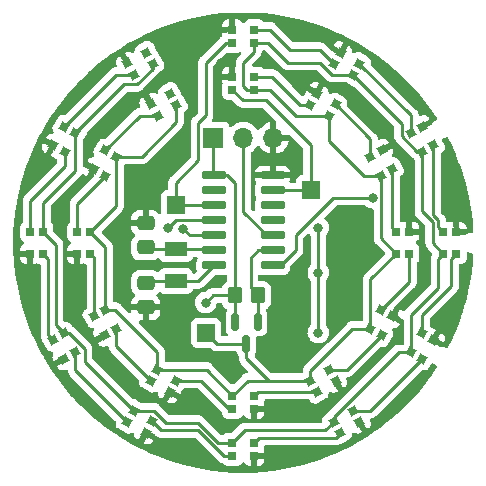
<source format=gtl>
G04 #@! TF.GenerationSoftware,KiCad,Pcbnew,(6.0.11)*
G04 #@! TF.CreationDate,2023-03-16T10:59:56+01:00*
G04 #@! TF.ProjectId,Horloge,486f726c-6f67-4652-9e6b-696361645f70,rev?*
G04 #@! TF.SameCoordinates,Original*
G04 #@! TF.FileFunction,Copper,L1,Top*
G04 #@! TF.FilePolarity,Positive*
%FSLAX46Y46*%
G04 Gerber Fmt 4.6, Leading zero omitted, Abs format (unit mm)*
G04 Created by KiCad (PCBNEW (6.0.11)) date 2023-03-16 10:59:56*
%MOMM*%
%LPD*%
G01*
G04 APERTURE LIST*
G04 Aperture macros list*
%AMRoundRect*
0 Rectangle with rounded corners*
0 $1 Rounding radius*
0 $2 $3 $4 $5 $6 $7 $8 $9 X,Y pos of 4 corners*
0 Add a 4 corners polygon primitive as box body*
4,1,4,$2,$3,$4,$5,$6,$7,$8,$9,$2,$3,0*
0 Add four circle primitives for the rounded corners*
1,1,$1+$1,$2,$3*
1,1,$1+$1,$4,$5*
1,1,$1+$1,$6,$7*
1,1,$1+$1,$8,$9*
0 Add four rect primitives between the rounded corners*
20,1,$1+$1,$2,$3,$4,$5,0*
20,1,$1+$1,$4,$5,$6,$7,0*
20,1,$1+$1,$6,$7,$8,$9,0*
20,1,$1+$1,$8,$9,$2,$3,0*%
%AMRotRect*
0 Rectangle, with rotation*
0 The origin of the aperture is its center*
0 $1 length*
0 $2 width*
0 $3 Rotation angle, in degrees counterclockwise*
0 Add horizontal line*
21,1,$1,$2,0,0,$3*%
G04 Aperture macros list end*
G04 #@! TA.AperFunction,SMDPad,CuDef*
%ADD10R,0.700000X0.700000*%
G04 #@! TD*
G04 #@! TA.AperFunction,SMDPad,CuDef*
%ADD11RotRect,0.700000X0.700000X120.000000*%
G04 #@! TD*
G04 #@! TA.AperFunction,SMDPad,CuDef*
%ADD12RotRect,0.700000X0.700000X150.000000*%
G04 #@! TD*
G04 #@! TA.AperFunction,SMDPad,CuDef*
%ADD13RoundRect,0.250000X0.475000X-0.337500X0.475000X0.337500X-0.475000X0.337500X-0.475000X-0.337500X0*%
G04 #@! TD*
G04 #@! TA.AperFunction,SMDPad,CuDef*
%ADD14R,1.500000X1.500000*%
G04 #@! TD*
G04 #@! TA.AperFunction,SMDPad,CuDef*
%ADD15RoundRect,0.250000X-0.350000X-0.450000X0.350000X-0.450000X0.350000X0.450000X-0.350000X0.450000X0*%
G04 #@! TD*
G04 #@! TA.AperFunction,ComponentPad*
%ADD16R,1.700000X1.700000*%
G04 #@! TD*
G04 #@! TA.AperFunction,ComponentPad*
%ADD17O,1.700000X1.700000*%
G04 #@! TD*
G04 #@! TA.AperFunction,SMDPad,CuDef*
%ADD18RotRect,0.700000X0.700000X300.000000*%
G04 #@! TD*
G04 #@! TA.AperFunction,SMDPad,CuDef*
%ADD19R,1.900000X1.150000*%
G04 #@! TD*
G04 #@! TA.AperFunction,SMDPad,CuDef*
%ADD20RotRect,0.700000X0.700000X240.000000*%
G04 #@! TD*
G04 #@! TA.AperFunction,SMDPad,CuDef*
%ADD21RotRect,0.700000X0.700000X330.000000*%
G04 #@! TD*
G04 #@! TA.AperFunction,SMDPad,CuDef*
%ADD22RotRect,0.700000X0.700000X30.000000*%
G04 #@! TD*
G04 #@! TA.AperFunction,SMDPad,CuDef*
%ADD23RoundRect,0.150000X-0.150000X0.587500X-0.150000X-0.587500X0.150000X-0.587500X0.150000X0.587500X0*%
G04 #@! TD*
G04 #@! TA.AperFunction,SMDPad,CuDef*
%ADD24RotRect,0.700000X0.700000X210.000000*%
G04 #@! TD*
G04 #@! TA.AperFunction,SMDPad,CuDef*
%ADD25RoundRect,0.250000X-0.475000X0.337500X-0.475000X-0.337500X0.475000X-0.337500X0.475000X0.337500X0*%
G04 #@! TD*
G04 #@! TA.AperFunction,SMDPad,CuDef*
%ADD26RotRect,0.700000X0.700000X60.000000*%
G04 #@! TD*
G04 #@! TA.AperFunction,SMDPad,CuDef*
%ADD27RoundRect,0.090000X-0.895000X-0.210000X0.895000X-0.210000X0.895000X0.210000X-0.895000X0.210000X0*%
G04 #@! TD*
G04 #@! TA.AperFunction,ViaPad*
%ADD28C,0.800000*%
G04 #@! TD*
G04 #@! TA.AperFunction,Conductor*
%ADD29C,0.250000*%
G04 #@! TD*
G04 APERTURE END LIST*
D10*
X66870001Y-90524022D03*
X65770001Y-90524022D03*
X65770001Y-92354022D03*
X66870001Y-92354022D03*
D11*
X95487708Y-85749069D03*
X96440336Y-85199069D03*
X95525336Y-83614243D03*
X94572708Y-84164243D03*
D12*
X93096671Y-77223718D03*
X93646671Y-76271090D03*
X92061845Y-75356090D03*
X91511845Y-76308718D03*
D13*
X75565000Y-91842500D03*
X75565000Y-89767500D03*
D14*
X80645000Y-99060000D03*
D15*
X83090000Y-95905000D03*
X85090000Y-95905000D03*
D12*
X91083660Y-80680305D03*
X91633660Y-79727677D03*
X90048834Y-78812677D03*
X89498834Y-79765305D03*
D16*
X81280000Y-82550000D03*
D17*
X83820000Y-82550000D03*
X86360000Y-82550000D03*
D10*
X84735000Y-74490000D03*
X84735000Y-73390000D03*
X82905000Y-73390000D03*
X82905000Y-74490000D03*
D18*
X72146059Y-97120139D03*
X71193431Y-97670139D03*
X72108431Y-99254965D03*
X73061059Y-98704965D03*
D19*
X78105000Y-91995000D03*
X78105000Y-94695000D03*
D10*
X82905000Y-104390000D03*
X82905000Y-105490000D03*
X84735000Y-105490000D03*
X84735000Y-104390000D03*
D20*
X69603967Y-82162899D03*
X68651339Y-81612899D03*
X67736339Y-83197725D03*
X68688967Y-83747725D03*
D10*
X82905000Y-108389999D03*
X82905000Y-109489999D03*
X84735000Y-109489999D03*
X84735000Y-108389999D03*
D21*
X74543582Y-105656427D03*
X73993582Y-106609055D03*
X75578408Y-107524055D03*
X76128408Y-106571427D03*
D22*
X89501510Y-103113151D03*
X90051510Y-104065779D03*
X91636336Y-103150779D03*
X91086336Y-102198151D03*
D23*
X85040000Y-98122500D03*
X83140000Y-98122500D03*
X84090000Y-99997500D03*
D10*
X96770000Y-92355000D03*
X97870000Y-92355000D03*
X97870000Y-90525000D03*
X96770000Y-90525000D03*
D24*
X76149264Y-76296533D03*
X75599264Y-75343905D03*
X74014438Y-76258905D03*
X74564438Y-77211533D03*
D10*
X100769997Y-92365801D03*
X101869997Y-92365801D03*
X101869997Y-90535801D03*
X100769997Y-90535801D03*
X70870000Y-90525000D03*
X69770000Y-90525000D03*
X69770000Y-92355000D03*
X70870000Y-92355000D03*
D21*
X76545640Y-102193514D03*
X75995640Y-103146142D03*
X77580466Y-104061142D03*
X78130466Y-103108514D03*
D10*
X84735000Y-78490000D03*
X84735000Y-77390000D03*
X82905000Y-77390000D03*
X82905000Y-78490000D03*
D14*
X89535000Y-86995000D03*
D20*
X73066789Y-84165113D03*
X72114161Y-83615113D03*
X71199161Y-85199939D03*
X72151789Y-85749939D03*
D25*
X75565000Y-94847500D03*
X75565000Y-96922500D03*
D11*
X98954431Y-83753604D03*
X99907059Y-83203604D03*
X98992059Y-81618778D03*
X98039431Y-82168778D03*
D18*
X68681539Y-99119414D03*
X67728911Y-99669414D03*
X68643911Y-101254240D03*
X69596539Y-100704240D03*
D26*
X94578229Y-98706201D03*
X95530857Y-99256201D03*
X96445857Y-97671375D03*
X95493229Y-97121375D03*
D27*
X81345000Y-85725000D03*
X81345000Y-86995000D03*
X81345000Y-88265000D03*
X81345000Y-89535000D03*
X81345000Y-90805000D03*
X81345000Y-92075000D03*
X81345000Y-93345000D03*
X86295000Y-93345000D03*
X86295000Y-92075000D03*
X86295000Y-90805000D03*
X86295000Y-89535000D03*
X86295000Y-88265000D03*
X86295000Y-86995000D03*
X86295000Y-85725000D03*
D22*
X91501190Y-106577436D03*
X92051190Y-107530064D03*
X93636016Y-106615064D03*
X93086016Y-105662436D03*
D14*
X78105000Y-88265000D03*
D24*
X78146555Y-79762197D03*
X77596555Y-78809569D03*
X76011729Y-79724569D03*
X76561729Y-80677197D03*
D26*
X98039702Y-100710750D03*
X98992330Y-101260750D03*
X99907330Y-99675924D03*
X98954702Y-99125924D03*
D28*
X90170000Y-90170000D03*
X90170000Y-93980000D03*
X80645000Y-96520000D03*
X90170000Y-99060000D03*
X88900000Y-93980000D03*
X102235000Y-86995000D03*
X80645000Y-74295000D03*
X88900000Y-96520000D03*
X101600000Y-96520000D03*
X81915000Y-76200000D03*
X77470000Y-90170000D03*
X78740000Y-90259500D03*
X94763208Y-87630000D03*
D29*
X83090000Y-95905000D02*
X83090000Y-86360000D01*
X90170000Y-93980000D02*
X90170000Y-99060000D01*
X83140000Y-98122500D02*
X83140000Y-95955000D01*
X83090000Y-86360000D02*
X82455000Y-85725000D01*
X81280000Y-85660000D02*
X81280000Y-82550000D01*
X90170000Y-90170000D02*
X90170000Y-93980000D01*
X81260000Y-95905000D02*
X80645000Y-96520000D01*
X82455000Y-85725000D02*
X81345000Y-85725000D01*
X83090000Y-95905000D02*
X81260000Y-95905000D01*
X78105000Y-91995000D02*
X81265000Y-91995000D01*
X75717500Y-91995000D02*
X78105000Y-91995000D01*
X79995000Y-94695000D02*
X81345000Y-93345000D01*
X75717500Y-94695000D02*
X78105000Y-94695000D01*
X78105000Y-94695000D02*
X79995000Y-94695000D01*
X72990139Y-97120139D02*
X72146059Y-97120139D01*
X75219887Y-84165113D02*
X78146555Y-81238445D01*
X89501510Y-103113151D02*
X85968151Y-103113151D01*
X91083660Y-82828660D02*
X94004069Y-85749069D01*
X81582500Y-99997500D02*
X84090000Y-99997500D01*
X67945000Y-98382875D02*
X67945000Y-91599021D01*
X80010000Y-106680000D02*
X77302819Y-106680000D01*
X100769997Y-92365801D02*
X100330000Y-92805798D01*
X84090000Y-99997500D02*
X84090000Y-101235000D01*
X100330000Y-95250000D02*
X98039702Y-97540298D01*
X90337289Y-76200000D02*
X91361007Y-77223718D01*
X95487708Y-85749069D02*
X95487708Y-91072708D01*
X95487708Y-91072708D02*
X96770000Y-92355000D01*
X70399648Y-101514648D02*
X70399648Y-100441511D01*
X73066789Y-84165113D02*
X75219887Y-84165113D01*
X91501190Y-106181424D02*
X91501190Y-106577436D01*
X99880000Y-91475804D02*
X100769997Y-92365801D01*
X94004069Y-85749069D02*
X95487708Y-85749069D01*
X83979999Y-107315000D02*
X82905000Y-108389999D01*
X91361007Y-77223718D02*
X93096671Y-77223718D01*
X81719999Y-108389999D02*
X80010000Y-106680000D01*
X69077551Y-99119414D02*
X68681539Y-99119414D01*
X98558419Y-83753604D02*
X98954431Y-83753604D01*
X84090000Y-101235000D02*
X85968151Y-103113151D01*
X84181849Y-103113151D02*
X82905000Y-104390000D01*
X76545640Y-100675640D02*
X72990139Y-97120139D01*
X87630000Y-76200000D02*
X90337289Y-76200000D01*
X99880000Y-89721396D02*
X99880000Y-91475804D01*
X85968151Y-103113151D02*
X84181849Y-103113151D01*
X83820000Y-76200000D02*
X84735000Y-75285000D01*
X73750358Y-78014642D02*
X74827167Y-78014642D01*
X84135000Y-78490000D02*
X83820000Y-78175000D01*
X70870000Y-90525000D02*
X73066789Y-88328211D01*
X94578229Y-98706201D02*
X93063799Y-98706201D01*
X68681539Y-99119414D02*
X67945000Y-98382875D01*
X69603967Y-82161033D02*
X73750358Y-78014642D01*
X96770000Y-92355000D02*
X94578229Y-94546771D01*
X98954431Y-88795827D02*
X99880000Y-89721396D01*
X97236322Y-81361322D02*
X97236322Y-82431507D01*
X70399648Y-100441511D02*
X69077551Y-99119414D01*
X80645000Y-99060000D02*
X81582500Y-99997500D01*
X76279246Y-105656427D02*
X74543582Y-105656427D01*
X98039702Y-97540298D02*
X98039702Y-100710750D01*
X67945000Y-91599021D02*
X66870001Y-90524022D01*
X82905000Y-108389999D02*
X81719999Y-108389999D01*
X80708514Y-102193514D02*
X76545640Y-102193514D01*
X93063799Y-98706201D02*
X89501510Y-102268490D01*
X94578229Y-94546771D02*
X94578229Y-98706201D01*
X77302819Y-106680000D02*
X76279246Y-105656427D01*
X66870001Y-88069999D02*
X69603967Y-85336033D01*
X84735000Y-78490000D02*
X86110000Y-78490000D01*
X98954431Y-83753604D02*
X98954431Y-88795827D01*
X73066789Y-88328211D02*
X73066789Y-84165113D01*
X84735000Y-74490000D02*
X85920000Y-74490000D01*
X84735000Y-78490000D02*
X84135000Y-78490000D01*
X98039702Y-100710750D02*
X96971864Y-100710750D01*
X93098718Y-77223718D02*
X97236322Y-81361322D01*
X74541427Y-105656427D02*
X70399648Y-101514648D01*
X72146059Y-91801059D02*
X70870000Y-90525000D01*
X82905000Y-104390000D02*
X80708514Y-102193514D01*
X74827167Y-78014642D02*
X76149264Y-76692545D01*
X83820000Y-78175000D02*
X83820000Y-76200000D01*
X76149264Y-76692545D02*
X76149264Y-76296533D01*
X84735000Y-75285000D02*
X84735000Y-74490000D01*
X86110000Y-78490000D02*
X88300305Y-80680305D01*
X91501190Y-106577436D02*
X90763626Y-107315000D01*
X97236322Y-82431507D02*
X98558419Y-83753604D01*
X76545640Y-102193514D02*
X76545640Y-100675640D01*
X69603967Y-85336033D02*
X69603967Y-82162899D01*
X91083660Y-80680305D02*
X91083660Y-82828660D01*
X72146059Y-97120139D02*
X72146059Y-91801059D01*
X88300305Y-80680305D02*
X91083660Y-80680305D01*
X100330000Y-92805798D02*
X100330000Y-95250000D01*
X78146555Y-81238445D02*
X78146555Y-79762197D01*
X66870001Y-90524022D02*
X66870001Y-88069999D01*
X89501510Y-102268490D02*
X89501510Y-103113151D01*
X90763626Y-107315000D02*
X83979999Y-107315000D01*
X96971864Y-100710750D02*
X91501190Y-106181424D01*
X85920000Y-74490000D02*
X87630000Y-76200000D01*
X84735000Y-73390000D02*
X86091396Y-73390000D01*
X87816396Y-75115000D02*
X90318127Y-75115000D01*
X86091396Y-73390000D02*
X87816396Y-75115000D01*
X90318127Y-75115000D02*
X91511845Y-76308718D01*
X78105000Y-86360000D02*
X78105000Y-88265000D01*
X82355000Y-74490000D02*
X80645000Y-76200000D01*
X80645000Y-76200000D02*
X80645000Y-80645000D01*
X78105000Y-88265000D02*
X81345000Y-88265000D01*
X80010000Y-81280000D02*
X80010000Y-84455000D01*
X82905000Y-74490000D02*
X82355000Y-74490000D01*
X80645000Y-80645000D02*
X80010000Y-81280000D01*
X80010000Y-84455000D02*
X78105000Y-86360000D01*
X93646671Y-76271090D02*
X98039431Y-80663850D01*
X98039431Y-80663850D02*
X98039431Y-82168778D01*
X100330000Y-90095804D02*
X100769997Y-90535801D01*
X99907059Y-89112059D02*
X100330000Y-89535000D01*
X100330000Y-89535000D02*
X100330000Y-90095804D01*
X99907059Y-83203604D02*
X99907059Y-89112059D01*
X101444997Y-92790801D02*
X101444997Y-95088899D01*
X101869997Y-92365801D02*
X101444997Y-92790801D01*
X98954702Y-97579194D02*
X98954702Y-99125924D01*
X101444997Y-95088899D02*
X98954702Y-97579194D01*
X94590644Y-105662436D02*
X93086016Y-105662436D01*
X98992330Y-101260750D02*
X94590644Y-105662436D01*
X92051190Y-107530064D02*
X91631254Y-107950000D01*
X91631254Y-107950000D02*
X85174999Y-107950000D01*
X85174999Y-107950000D02*
X84735000Y-108389999D01*
X82905000Y-109489999D02*
X82183603Y-109489999D01*
X82183603Y-109489999D02*
X80008604Y-107315000D01*
X80008604Y-107315000D02*
X76871981Y-107315000D01*
X76871981Y-107315000D02*
X76128408Y-106571427D01*
X69596539Y-102212012D02*
X69596539Y-100704240D01*
X73993582Y-106609055D02*
X69596539Y-102212012D01*
X67728911Y-99669414D02*
X67310000Y-99250503D01*
X67310000Y-92794021D02*
X66870001Y-92354022D01*
X67310000Y-99250503D02*
X67310000Y-92794021D01*
X65770001Y-87899999D02*
X68688967Y-84981033D01*
X68688967Y-84981033D02*
X68688967Y-83747725D01*
X65770001Y-90524022D02*
X65770001Y-87899999D01*
X73052705Y-77211533D02*
X74564438Y-77211533D01*
X68651339Y-81612899D02*
X73052705Y-77211533D01*
X88655305Y-79765305D02*
X89498834Y-79765305D01*
X84735000Y-77390000D02*
X86280000Y-77390000D01*
X86280000Y-77390000D02*
X88655305Y-79765305D01*
X82905000Y-78490000D02*
X83790000Y-79375000D01*
X83790000Y-79375000D02*
X85725000Y-79375000D01*
X85725000Y-79375000D02*
X89535000Y-83185000D01*
X86295000Y-86995000D02*
X89535000Y-86995000D01*
X89535000Y-83185000D02*
X89535000Y-86995000D01*
X91633660Y-79727677D02*
X94572708Y-82666725D01*
X94572708Y-82666725D02*
X94572708Y-84164243D01*
X96440336Y-90195336D02*
X96770000Y-90525000D01*
X96440336Y-85199069D02*
X96440336Y-90195336D01*
X97870000Y-92355000D02*
X97870000Y-94744604D01*
X97870000Y-94744604D02*
X95493229Y-97121375D01*
X92588907Y-102198151D02*
X91086336Y-102198151D01*
X95530857Y-99256201D02*
X92588907Y-102198151D01*
X85059221Y-104065779D02*
X84735000Y-104390000D01*
X90051510Y-104065779D02*
X85059221Y-104065779D01*
X80248514Y-103108514D02*
X78130466Y-103108514D01*
X82905000Y-105490000D02*
X82630000Y-105490000D01*
X82630000Y-105490000D02*
X80248514Y-103108514D01*
X75995640Y-103146142D02*
X73061059Y-100211561D01*
X73061059Y-100211561D02*
X73061059Y-98704965D01*
X71193431Y-92678431D02*
X70870000Y-92355000D01*
X71193431Y-97670139D02*
X71193431Y-92678431D01*
X69770000Y-90525000D02*
X69770000Y-88131728D01*
X69770000Y-88131728D02*
X72151789Y-85749939D01*
X72114161Y-83615113D02*
X75052077Y-80677197D01*
X75052077Y-80677197D02*
X76561729Y-80677197D01*
X85810000Y-90805000D02*
X83820000Y-88815000D01*
X83820000Y-88815000D02*
X83820000Y-82550000D01*
X84985000Y-95800000D02*
X84455000Y-95270000D01*
X85040000Y-98122500D02*
X85040000Y-95955000D01*
X85090000Y-92075000D02*
X86295000Y-92075000D01*
X84455000Y-95270000D02*
X84455000Y-92710000D01*
X84455000Y-92710000D02*
X85090000Y-92075000D01*
X77470000Y-90170000D02*
X78105000Y-89535000D01*
X78105000Y-89535000D02*
X81345000Y-89535000D01*
X81345000Y-90805000D02*
X79285500Y-90805000D01*
X79285500Y-90805000D02*
X78740000Y-90259500D01*
X88265000Y-92075000D02*
X88265000Y-90805000D01*
X91440000Y-87630000D02*
X94763208Y-87630000D01*
X86995000Y-93345000D02*
X88265000Y-92075000D01*
X88265000Y-90805000D02*
X91440000Y-87630000D01*
G04 #@! TA.AperFunction,Conductor*
G36*
X83915060Y-71950574D02*
G01*
X84667469Y-71966992D01*
X84672950Y-71967232D01*
X85516055Y-72022491D01*
X85521523Y-72022970D01*
X86361403Y-72114951D01*
X86366854Y-72115668D01*
X87201958Y-72244204D01*
X87207371Y-72245159D01*
X87628286Y-72328883D01*
X88036050Y-72409992D01*
X88041388Y-72411176D01*
X88793488Y-72595214D01*
X88862111Y-72612006D01*
X88867415Y-72613428D01*
X89109260Y-72683919D01*
X89678565Y-72849856D01*
X89683808Y-72851509D01*
X89719580Y-72863652D01*
X90483892Y-73123100D01*
X90489028Y-73124970D01*
X91276526Y-73431211D01*
X91281585Y-73433307D01*
X91597375Y-73572258D01*
X92054945Y-73773594D01*
X92059927Y-73775917D01*
X92817692Y-74149605D01*
X92822569Y-74152143D01*
X93187225Y-74352200D01*
X93563372Y-74558561D01*
X93568077Y-74561278D01*
X94290436Y-74999617D01*
X94295060Y-75002563D01*
X94296922Y-75003807D01*
X94997596Y-75471982D01*
X95002065Y-75475111D01*
X95446853Y-75801243D01*
X95683466Y-75974735D01*
X95687827Y-75978082D01*
X96346733Y-76506910D01*
X96350945Y-76510443D01*
X96663861Y-76784863D01*
X96936371Y-77023847D01*
X96986201Y-77067547D01*
X96990251Y-77071258D01*
X97053740Y-77132036D01*
X97600586Y-77655527D01*
X97604473Y-77659414D01*
X97897836Y-77965865D01*
X98090998Y-78167644D01*
X98188739Y-78269746D01*
X98192449Y-78273795D01*
X98350463Y-78453975D01*
X98749557Y-78909055D01*
X98753090Y-78913267D01*
X99281918Y-79572173D01*
X99285265Y-79576534D01*
X99372088Y-79694945D01*
X99784889Y-80257935D01*
X99788018Y-80262404D01*
X100184111Y-80855199D01*
X100205325Y-80922950D01*
X100186542Y-80991417D01*
X100144240Y-81033202D01*
X100030582Y-81101495D01*
X100025622Y-81106186D01*
X100025620Y-81106187D01*
X99993037Y-81137000D01*
X99896634Y-81228164D01*
X99892798Y-81233809D01*
X99892796Y-81233811D01*
X99838214Y-81314126D01*
X99793011Y-81380641D01*
X99778149Y-81417800D01*
X99773329Y-81429850D01*
X99729459Y-81485671D01*
X99719340Y-81492176D01*
X99149293Y-81821293D01*
X99080256Y-81837736D01*
X99080249Y-81837983D01*
X99079326Y-81837957D01*
X99079244Y-81837977D01*
X99078638Y-81837943D01*
X99078461Y-81837933D01*
X99078459Y-81837933D01*
X99076725Y-81837836D01*
X98941977Y-81837836D01*
X98927368Y-81839423D01*
X98857485Y-81826895D01*
X98804641Y-81777160D01*
X98729514Y-81647037D01*
X98718914Y-81628677D01*
X98702176Y-81559682D01*
X98725396Y-81492590D01*
X98765033Y-81456558D01*
X99592420Y-80978866D01*
X99603380Y-80967371D01*
X99603728Y-80965564D01*
X99601335Y-80958076D01*
X99537771Y-80847981D01*
X99534048Y-80842270D01*
X99503826Y-80800975D01*
X99493060Y-80789581D01*
X99393732Y-80707848D01*
X99378539Y-80698610D01*
X99261253Y-80648462D01*
X99244091Y-80643863D01*
X99117438Y-80628649D01*
X99099666Y-80629052D01*
X98972775Y-80650172D01*
X98957759Y-80654656D01*
X98910934Y-80675308D01*
X98904858Y-80678391D01*
X98860146Y-80704205D01*
X98791150Y-80720943D01*
X98724059Y-80697722D01*
X98680172Y-80641915D01*
X98671208Y-80599045D01*
X98670354Y-80571886D01*
X98670105Y-80563961D01*
X98667893Y-80556347D01*
X98667892Y-80556342D01*
X98664454Y-80544509D01*
X98660443Y-80525145D01*
X98658898Y-80512914D01*
X98657905Y-80505053D01*
X98654988Y-80497686D01*
X98654987Y-80497681D01*
X98641629Y-80463942D01*
X98637785Y-80452715D01*
X98635663Y-80445411D01*
X98625449Y-80410257D01*
X98615138Y-80392822D01*
X98606443Y-80375074D01*
X98598983Y-80356233D01*
X98572995Y-80320463D01*
X98566479Y-80310543D01*
X98548011Y-80279315D01*
X98548009Y-80279312D01*
X98543973Y-80272488D01*
X98529652Y-80258167D01*
X98516811Y-80243133D01*
X98509562Y-80233156D01*
X98504903Y-80226743D01*
X98470826Y-80198552D01*
X98462047Y-80190562D01*
X94653927Y-76382441D01*
X94619901Y-76320129D01*
X94618732Y-76272659D01*
X94619291Y-76269306D01*
X94632113Y-76192264D01*
X94636902Y-76163494D01*
X94636902Y-76163492D01*
X94638376Y-76154636D01*
X94621004Y-76010018D01*
X94563740Y-75876090D01*
X94502152Y-75801243D01*
X94476213Y-75769720D01*
X94476211Y-75769718D01*
X94471189Y-75763615D01*
X94420715Y-75726674D01*
X93731127Y-75328540D01*
X93673898Y-75303299D01*
X93666111Y-75302003D01*
X93666108Y-75302002D01*
X93539075Y-75280859D01*
X93539073Y-75280859D01*
X93530217Y-75279385D01*
X93385599Y-75296757D01*
X93251671Y-75354021D01*
X93244736Y-75359728D01*
X93242959Y-75360808D01*
X93174361Y-75379108D01*
X93106760Y-75357416D01*
X93061617Y-75302620D01*
X93051530Y-75250288D01*
X93051974Y-75230712D01*
X93036760Y-75104058D01*
X93032161Y-75086896D01*
X92982013Y-74969610D01*
X92972775Y-74954417D01*
X92891046Y-74855093D01*
X92879642Y-74844319D01*
X92838361Y-74814106D01*
X92832637Y-74810374D01*
X92726504Y-74749098D01*
X92711069Y-74745353D01*
X92709329Y-74745956D01*
X92704042Y-74751772D01*
X92408815Y-75263120D01*
X92224065Y-75583116D01*
X92172683Y-75632109D01*
X92102969Y-75645545D01*
X92051946Y-75629235D01*
X92046421Y-75626045D01*
X91596301Y-75366168D01*
X91539072Y-75340927D01*
X91532203Y-75339784D01*
X91506175Y-75328567D01*
X91334627Y-75229524D01*
X91308532Y-75209500D01*
X90821779Y-74722747D01*
X90814239Y-74714461D01*
X90810127Y-74707982D01*
X90808939Y-74706866D01*
X91451108Y-74706866D01*
X91451711Y-74708606D01*
X91457527Y-74713893D01*
X91953185Y-75000062D01*
X91968620Y-75003807D01*
X91970360Y-75003204D01*
X91975647Y-74997388D01*
X92261816Y-74501730D01*
X92265561Y-74486295D01*
X92264958Y-74484555D01*
X92259142Y-74479268D01*
X92149047Y-74415705D01*
X92142964Y-74412618D01*
X92096152Y-74391971D01*
X92081124Y-74387483D01*
X91954238Y-74366364D01*
X91936466Y-74365961D01*
X91809813Y-74381175D01*
X91792651Y-74385774D01*
X91675365Y-74435922D01*
X91660172Y-74445160D01*
X91560848Y-74526889D01*
X91550074Y-74538293D01*
X91519861Y-74579574D01*
X91516129Y-74585298D01*
X91454853Y-74691431D01*
X91451108Y-74706866D01*
X90808939Y-74706866D01*
X90760475Y-74661356D01*
X90757634Y-74658602D01*
X90737897Y-74638865D01*
X90734700Y-74636385D01*
X90725678Y-74628680D01*
X90699227Y-74603841D01*
X90693448Y-74598414D01*
X90686502Y-74594595D01*
X90686499Y-74594593D01*
X90675693Y-74588652D01*
X90659174Y-74577801D01*
X90652757Y-74572824D01*
X90643168Y-74565386D01*
X90635899Y-74562241D01*
X90635895Y-74562238D01*
X90602590Y-74547826D01*
X90591940Y-74542609D01*
X90553187Y-74521305D01*
X90533564Y-74516267D01*
X90514861Y-74509863D01*
X90503547Y-74504967D01*
X90503546Y-74504967D01*
X90496272Y-74501819D01*
X90488449Y-74500580D01*
X90488439Y-74500577D01*
X90452603Y-74494901D01*
X90440983Y-74492495D01*
X90405838Y-74483472D01*
X90405837Y-74483472D01*
X90398157Y-74481500D01*
X90377903Y-74481500D01*
X90358192Y-74479949D01*
X90353893Y-74479268D01*
X90338184Y-74476780D01*
X90330292Y-74477526D01*
X90294166Y-74480941D01*
X90282308Y-74481500D01*
X88130991Y-74481500D01*
X88062870Y-74461498D01*
X88041896Y-74444595D01*
X86595048Y-72997747D01*
X86587508Y-72989461D01*
X86583396Y-72982982D01*
X86533744Y-72936356D01*
X86530903Y-72933602D01*
X86511166Y-72913865D01*
X86507969Y-72911385D01*
X86498947Y-72903680D01*
X86472496Y-72878841D01*
X86466717Y-72873414D01*
X86459771Y-72869595D01*
X86459768Y-72869593D01*
X86448962Y-72863652D01*
X86432443Y-72852801D01*
X86428646Y-72849856D01*
X86416437Y-72840386D01*
X86409168Y-72837241D01*
X86409164Y-72837238D01*
X86375859Y-72822826D01*
X86365209Y-72817609D01*
X86326456Y-72796305D01*
X86306833Y-72791267D01*
X86288130Y-72784863D01*
X86276816Y-72779967D01*
X86276815Y-72779967D01*
X86269541Y-72776819D01*
X86261718Y-72775580D01*
X86261708Y-72775577D01*
X86225872Y-72769901D01*
X86214252Y-72767495D01*
X86179107Y-72758472D01*
X86179106Y-72758472D01*
X86171426Y-72756500D01*
X86151172Y-72756500D01*
X86131461Y-72754949D01*
X86119282Y-72753020D01*
X86111453Y-72751780D01*
X86103561Y-72752526D01*
X86067435Y-72755941D01*
X86055577Y-72756500D01*
X85571066Y-72756500D01*
X85502945Y-72736498D01*
X85470242Y-72706068D01*
X85448261Y-72676739D01*
X85331705Y-72589385D01*
X85195316Y-72538255D01*
X85133134Y-72531500D01*
X84336866Y-72531500D01*
X84274684Y-72538255D01*
X84138295Y-72589385D01*
X84021739Y-72676739D01*
X83934385Y-72793295D01*
X83931235Y-72801696D01*
X83930231Y-72803531D01*
X83879973Y-72853677D01*
X83810581Y-72868690D01*
X83744089Y-72843804D01*
X83709193Y-72803531D01*
X83699790Y-72786357D01*
X83623285Y-72684276D01*
X83610724Y-72671715D01*
X83508649Y-72595214D01*
X83493054Y-72586676D01*
X83372606Y-72541522D01*
X83357351Y-72537895D01*
X83306486Y-72532369D01*
X83299672Y-72532000D01*
X83177115Y-72532000D01*
X83161876Y-72536475D01*
X83160671Y-72537865D01*
X83159000Y-72545548D01*
X83159000Y-73505500D01*
X83138998Y-73573621D01*
X83085342Y-73620114D01*
X83033000Y-73631500D01*
X82506866Y-73631500D01*
X82503469Y-73631869D01*
X82452534Y-73637402D01*
X82452532Y-73637402D01*
X82444684Y-73638255D01*
X82438165Y-73640699D01*
X82410014Y-73644000D01*
X82065116Y-73644000D01*
X82049877Y-73648475D01*
X82048672Y-73649865D01*
X82047001Y-73657548D01*
X82047001Y-73784669D01*
X82047370Y-73791488D01*
X82053345Y-73846494D01*
X82040816Y-73916377D01*
X81992220Y-73968554D01*
X81970460Y-73981422D01*
X81970455Y-73981426D01*
X81963637Y-73985458D01*
X81949313Y-73999782D01*
X81934281Y-74012621D01*
X81917893Y-74024528D01*
X81889712Y-74058593D01*
X81881722Y-74067373D01*
X80252747Y-75696348D01*
X80244461Y-75703888D01*
X80237982Y-75708000D01*
X80232557Y-75713777D01*
X80191357Y-75757651D01*
X80188602Y-75760493D01*
X80168865Y-75780230D01*
X80166385Y-75783427D01*
X80158682Y-75792447D01*
X80128414Y-75824679D01*
X80124595Y-75831625D01*
X80124593Y-75831628D01*
X80118652Y-75842434D01*
X80107801Y-75858953D01*
X80095386Y-75874959D01*
X80092241Y-75882228D01*
X80092238Y-75882232D01*
X80077826Y-75915537D01*
X80072609Y-75926187D01*
X80051305Y-75964940D01*
X80049334Y-75972615D01*
X80049334Y-75972616D01*
X80046267Y-75984562D01*
X80039863Y-76003266D01*
X80031819Y-76021855D01*
X80030580Y-76029678D01*
X80030577Y-76029688D01*
X80024901Y-76065524D01*
X80022495Y-76077144D01*
X80011500Y-76119970D01*
X80011500Y-76140224D01*
X80009949Y-76159934D01*
X80006780Y-76179943D01*
X80007526Y-76187835D01*
X80010941Y-76223961D01*
X80011500Y-76235819D01*
X80011500Y-80330405D01*
X79991498Y-80398526D01*
X79974595Y-80419501D01*
X79795050Y-80599045D01*
X79617742Y-80776353D01*
X79609463Y-80783887D01*
X79602982Y-80788000D01*
X79590798Y-80800975D01*
X79556357Y-80837651D01*
X79553602Y-80840493D01*
X79533865Y-80860230D01*
X79531385Y-80863427D01*
X79523682Y-80872447D01*
X79493414Y-80904679D01*
X79489595Y-80911625D01*
X79489593Y-80911628D01*
X79483652Y-80922434D01*
X79472801Y-80938953D01*
X79460386Y-80954959D01*
X79457241Y-80962228D01*
X79457238Y-80962232D01*
X79442826Y-80995537D01*
X79437609Y-81006187D01*
X79416305Y-81044940D01*
X79414334Y-81052615D01*
X79414334Y-81052616D01*
X79411267Y-81064562D01*
X79404863Y-81083266D01*
X79396819Y-81101855D01*
X79395580Y-81109678D01*
X79395577Y-81109688D01*
X79389901Y-81145524D01*
X79387495Y-81157144D01*
X79376500Y-81199970D01*
X79376500Y-81220224D01*
X79374949Y-81239934D01*
X79371780Y-81259943D01*
X79372526Y-81267835D01*
X79375941Y-81303961D01*
X79376500Y-81315819D01*
X79376500Y-84140406D01*
X79356498Y-84208527D01*
X79339595Y-84229501D01*
X78485977Y-85083118D01*
X77712747Y-85856348D01*
X77704461Y-85863888D01*
X77697982Y-85868000D01*
X77692557Y-85873777D01*
X77651357Y-85917651D01*
X77648602Y-85920493D01*
X77628865Y-85940230D01*
X77626385Y-85943427D01*
X77618682Y-85952447D01*
X77588414Y-85984679D01*
X77584595Y-85991625D01*
X77584593Y-85991628D01*
X77578652Y-86002434D01*
X77567801Y-86018953D01*
X77555386Y-86034959D01*
X77552241Y-86042228D01*
X77552238Y-86042232D01*
X77537826Y-86075537D01*
X77532609Y-86086187D01*
X77511305Y-86124940D01*
X77509334Y-86132615D01*
X77509334Y-86132616D01*
X77506267Y-86144562D01*
X77499863Y-86163266D01*
X77491819Y-86181855D01*
X77490580Y-86189678D01*
X77490577Y-86189688D01*
X77484901Y-86225524D01*
X77482495Y-86237144D01*
X77476059Y-86262212D01*
X77471500Y-86279970D01*
X77471500Y-86300224D01*
X77469949Y-86319934D01*
X77466780Y-86339943D01*
X77467526Y-86347835D01*
X77470941Y-86383961D01*
X77471500Y-86395819D01*
X77471500Y-86880500D01*
X77451498Y-86948621D01*
X77397842Y-86995114D01*
X77345500Y-87006500D01*
X77306866Y-87006500D01*
X77244684Y-87013255D01*
X77108295Y-87064385D01*
X76991739Y-87151739D01*
X76904385Y-87268295D01*
X76853255Y-87404684D01*
X76846500Y-87466866D01*
X76846500Y-88860202D01*
X76826498Y-88928323D01*
X76772842Y-88974816D01*
X76702568Y-88984920D01*
X76637988Y-88955426D01*
X76631482Y-88949375D01*
X76518171Y-88836261D01*
X76506760Y-88827249D01*
X76368757Y-88742184D01*
X76355576Y-88736037D01*
X76201290Y-88684862D01*
X76187914Y-88681995D01*
X76093562Y-88672328D01*
X76087145Y-88672000D01*
X75837115Y-88672000D01*
X75821876Y-88676475D01*
X75820671Y-88677865D01*
X75819000Y-88685548D01*
X75819000Y-89895500D01*
X75798998Y-89963621D01*
X75745342Y-90010114D01*
X75693000Y-90021500D01*
X74350116Y-90021500D01*
X74334877Y-90025975D01*
X74333672Y-90027365D01*
X74332001Y-90035048D01*
X74332001Y-90152095D01*
X74332338Y-90158614D01*
X74342257Y-90254206D01*
X74345149Y-90267600D01*
X74396588Y-90421784D01*
X74402761Y-90434962D01*
X74488063Y-90572807D01*
X74497099Y-90584208D01*
X74611828Y-90698738D01*
X74620762Y-90705794D01*
X74661823Y-90763712D01*
X74665053Y-90834635D01*
X74629426Y-90896046D01*
X74621593Y-90902846D01*
X74615652Y-90906522D01*
X74490695Y-91031697D01*
X74486855Y-91037927D01*
X74486854Y-91037928D01*
X74403843Y-91172597D01*
X74397885Y-91182262D01*
X74373545Y-91255646D01*
X74350110Y-91326301D01*
X74342203Y-91350139D01*
X74341503Y-91356975D01*
X74341502Y-91356978D01*
X74339865Y-91372954D01*
X74331500Y-91454600D01*
X74331500Y-92230400D01*
X74331837Y-92233646D01*
X74331837Y-92233650D01*
X74339604Y-92308502D01*
X74342474Y-92336166D01*
X74344655Y-92342702D01*
X74344655Y-92342704D01*
X74374611Y-92432491D01*
X74398450Y-92503946D01*
X74491522Y-92654348D01*
X74616697Y-92779305D01*
X74622927Y-92783145D01*
X74622928Y-92783146D01*
X74760090Y-92867694D01*
X74767262Y-92872115D01*
X74847005Y-92898564D01*
X74928611Y-92925632D01*
X74928613Y-92925632D01*
X74935139Y-92927797D01*
X74941975Y-92928497D01*
X74941978Y-92928498D01*
X74985031Y-92932909D01*
X75039600Y-92938500D01*
X76090400Y-92938500D01*
X76093646Y-92938163D01*
X76093650Y-92938163D01*
X76189308Y-92928238D01*
X76189312Y-92928237D01*
X76196166Y-92927526D01*
X76202702Y-92925345D01*
X76202704Y-92925345D01*
X76334806Y-92881272D01*
X76363946Y-92871550D01*
X76514348Y-92778478D01*
X76517120Y-92775702D01*
X76581634Y-92749589D01*
X76651398Y-92762760D01*
X76702935Y-92812836D01*
X76704385Y-92816705D01*
X76709769Y-92823888D01*
X76709769Y-92823889D01*
X76728595Y-92849008D01*
X76791739Y-92933261D01*
X76908295Y-93020615D01*
X77044684Y-93071745D01*
X77106866Y-93078500D01*
X79103134Y-93078500D01*
X79165316Y-93071745D01*
X79301705Y-93020615D01*
X79418261Y-92933261D01*
X79505615Y-92816705D01*
X79529447Y-92753134D01*
X79545516Y-92710270D01*
X79588158Y-92653506D01*
X79654719Y-92628806D01*
X79663498Y-92628500D01*
X79828756Y-92628500D01*
X79896877Y-92648502D01*
X79943370Y-92702158D01*
X79953474Y-92772432D01*
X79934192Y-92818209D01*
X79936368Y-92819465D01*
X79932238Y-92826618D01*
X79927212Y-92833168D01*
X79924053Y-92840794D01*
X79924052Y-92840796D01*
X79912670Y-92868275D01*
X79866905Y-92978760D01*
X79865828Y-92986944D01*
X79865827Y-92986946D01*
X79854551Y-93072598D01*
X79851500Y-93095775D01*
X79851501Y-93594224D01*
X79852039Y-93598308D01*
X79852039Y-93598314D01*
X79858416Y-93646751D01*
X79866905Y-93711240D01*
X79870063Y-93718863D01*
X79870064Y-93718868D01*
X79897937Y-93786159D01*
X79905526Y-93856749D01*
X79870623Y-93923472D01*
X79769500Y-94024595D01*
X79707188Y-94058621D01*
X79680405Y-94061500D01*
X79663498Y-94061500D01*
X79595377Y-94041498D01*
X79548884Y-93987842D01*
X79545516Y-93979730D01*
X79508767Y-93881703D01*
X79505615Y-93873295D01*
X79418261Y-93756739D01*
X79301705Y-93669385D01*
X79165316Y-93618255D01*
X79103134Y-93611500D01*
X77106866Y-93611500D01*
X77044684Y-93618255D01*
X76908295Y-93669385D01*
X76791739Y-93756739D01*
X76704385Y-93873295D01*
X76702910Y-93877229D01*
X76654352Y-93925679D01*
X76584961Y-93940692D01*
X76516847Y-93914232D01*
X76513303Y-93910695D01*
X76507076Y-93906857D01*
X76507074Y-93906855D01*
X76368968Y-93821725D01*
X76368966Y-93821724D01*
X76362738Y-93817885D01*
X76202254Y-93764655D01*
X76201389Y-93764368D01*
X76201387Y-93764368D01*
X76194861Y-93762203D01*
X76188025Y-93761503D01*
X76188022Y-93761502D01*
X76144969Y-93757091D01*
X76090400Y-93751500D01*
X75039600Y-93751500D01*
X75036354Y-93751837D01*
X75036350Y-93751837D01*
X74940692Y-93761762D01*
X74940688Y-93761763D01*
X74933834Y-93762474D01*
X74927298Y-93764655D01*
X74927296Y-93764655D01*
X74851113Y-93790072D01*
X74766054Y-93818450D01*
X74615652Y-93911522D01*
X74490695Y-94036697D01*
X74486855Y-94042927D01*
X74486854Y-94042928D01*
X74407632Y-94171450D01*
X74397885Y-94187262D01*
X74371436Y-94267005D01*
X74346914Y-94340937D01*
X74342203Y-94355139D01*
X74341503Y-94361975D01*
X74341502Y-94361978D01*
X74337091Y-94405031D01*
X74331500Y-94459600D01*
X74331500Y-95235400D01*
X74331837Y-95238646D01*
X74331837Y-95238650D01*
X74341409Y-95330900D01*
X74342474Y-95341166D01*
X74344655Y-95347702D01*
X74344655Y-95347704D01*
X74360910Y-95396425D01*
X74398450Y-95508946D01*
X74491522Y-95659348D01*
X74616697Y-95784305D01*
X74621235Y-95787102D01*
X74661824Y-95844353D01*
X74665054Y-95915276D01*
X74629428Y-95976687D01*
X74620932Y-95984062D01*
X74610793Y-95992098D01*
X74496261Y-96106829D01*
X74487249Y-96118240D01*
X74402184Y-96256243D01*
X74396037Y-96269424D01*
X74344862Y-96423710D01*
X74341995Y-96437086D01*
X74332328Y-96531438D01*
X74332000Y-96537855D01*
X74332000Y-96650385D01*
X74336475Y-96665624D01*
X74337865Y-96666829D01*
X74345548Y-96668500D01*
X76779884Y-96668500D01*
X76795123Y-96664025D01*
X76796328Y-96662635D01*
X76797999Y-96654952D01*
X76797999Y-96537905D01*
X76797662Y-96531386D01*
X76787743Y-96435794D01*
X76784851Y-96422400D01*
X76733412Y-96268216D01*
X76727239Y-96255038D01*
X76641937Y-96117193D01*
X76632901Y-96105792D01*
X76518172Y-95991262D01*
X76509238Y-95984206D01*
X76468177Y-95926288D01*
X76464947Y-95855365D01*
X76500574Y-95793954D01*
X76508407Y-95787154D01*
X76514348Y-95783478D01*
X76639305Y-95658303D01*
X76641023Y-95660018D01*
X76689505Y-95625645D01*
X76760428Y-95622414D01*
X76806032Y-95643973D01*
X76908295Y-95720615D01*
X77044684Y-95771745D01*
X77106866Y-95778500D01*
X79103134Y-95778500D01*
X79165316Y-95771745D01*
X79301705Y-95720615D01*
X79418261Y-95633261D01*
X79505615Y-95516705D01*
X79532257Y-95445637D01*
X79545516Y-95410270D01*
X79588158Y-95353506D01*
X79654719Y-95328806D01*
X79663498Y-95328500D01*
X79916233Y-95328500D01*
X79927416Y-95329027D01*
X79934909Y-95330702D01*
X79942835Y-95330453D01*
X79942836Y-95330453D01*
X80002986Y-95328562D01*
X80006945Y-95328500D01*
X80034856Y-95328500D01*
X80038791Y-95328003D01*
X80038856Y-95327995D01*
X80050693Y-95327062D01*
X80082951Y-95326048D01*
X80086970Y-95325922D01*
X80094889Y-95325673D01*
X80114343Y-95320021D01*
X80133700Y-95316013D01*
X80145930Y-95314468D01*
X80145931Y-95314468D01*
X80153797Y-95313474D01*
X80161168Y-95310555D01*
X80161170Y-95310555D01*
X80194912Y-95297196D01*
X80206142Y-95293351D01*
X80240983Y-95283229D01*
X80240984Y-95283229D01*
X80248593Y-95281018D01*
X80255412Y-95276985D01*
X80255417Y-95276983D01*
X80266028Y-95270707D01*
X80283776Y-95262012D01*
X80302617Y-95254552D01*
X80319879Y-95242011D01*
X80338387Y-95228564D01*
X80348307Y-95222048D01*
X80379535Y-95203580D01*
X80379538Y-95203578D01*
X80386362Y-95199542D01*
X80400683Y-95185221D01*
X80415717Y-95172380D01*
X80425694Y-95165131D01*
X80432107Y-95160472D01*
X80460298Y-95126395D01*
X80468288Y-95117616D01*
X81395500Y-94190404D01*
X81457812Y-94156378D01*
X81484595Y-94153499D01*
X82279224Y-94153499D01*
X82299684Y-94150806D01*
X82314056Y-94148914D01*
X82384204Y-94159854D01*
X82437302Y-94206983D01*
X82456500Y-94273836D01*
X82456500Y-94668219D01*
X82436498Y-94736340D01*
X82396803Y-94775363D01*
X82265652Y-94856522D01*
X82140695Y-94981697D01*
X82136855Y-94987927D01*
X82136854Y-94987928D01*
X82055490Y-95119925D01*
X82047885Y-95132262D01*
X82032646Y-95178207D01*
X82030337Y-95185168D01*
X81989906Y-95243527D01*
X81924342Y-95270764D01*
X81910744Y-95271500D01*
X81338763Y-95271500D01*
X81327579Y-95270973D01*
X81320091Y-95269299D01*
X81312168Y-95269548D01*
X81252033Y-95271438D01*
X81248075Y-95271500D01*
X81220144Y-95271500D01*
X81216229Y-95271995D01*
X81216225Y-95271995D01*
X81216167Y-95272003D01*
X81216138Y-95272006D01*
X81204296Y-95272939D01*
X81160110Y-95274327D01*
X81150968Y-95276983D01*
X81140658Y-95279978D01*
X81121306Y-95283986D01*
X81114235Y-95284880D01*
X81101203Y-95286526D01*
X81093834Y-95289443D01*
X81093832Y-95289444D01*
X81060097Y-95302800D01*
X81048869Y-95306645D01*
X81006407Y-95318982D01*
X80999585Y-95323016D01*
X80999579Y-95323019D01*
X80988968Y-95329294D01*
X80971218Y-95337990D01*
X80959756Y-95342528D01*
X80959751Y-95342531D01*
X80952383Y-95345448D01*
X80945968Y-95350109D01*
X80916625Y-95371427D01*
X80906707Y-95377943D01*
X80902695Y-95380316D01*
X80868637Y-95400458D01*
X80854313Y-95414782D01*
X80839281Y-95427621D01*
X80822893Y-95439528D01*
X80808215Y-95457271D01*
X80794712Y-95473593D01*
X80786722Y-95482373D01*
X80694500Y-95574595D01*
X80632188Y-95608621D01*
X80605405Y-95611500D01*
X80549513Y-95611500D01*
X80543061Y-95612872D01*
X80543056Y-95612872D01*
X80482966Y-95625645D01*
X80362712Y-95651206D01*
X80356682Y-95653891D01*
X80356681Y-95653891D01*
X80194278Y-95726197D01*
X80194276Y-95726198D01*
X80188248Y-95728882D01*
X80033747Y-95841134D01*
X80029326Y-95846044D01*
X80029325Y-95846045D01*
X79911695Y-95976687D01*
X79905960Y-95983056D01*
X79900740Y-95992098D01*
X79819647Y-96132555D01*
X79810473Y-96148444D01*
X79751458Y-96330072D01*
X79750768Y-96336633D01*
X79750768Y-96336635D01*
X79737105Y-96466637D01*
X79731496Y-96520000D01*
X79732186Y-96526565D01*
X79748730Y-96683968D01*
X79751458Y-96709928D01*
X79810473Y-96891556D01*
X79905960Y-97056944D01*
X79910378Y-97061851D01*
X79910379Y-97061852D01*
X80015113Y-97178171D01*
X80033747Y-97198866D01*
X80100665Y-97247485D01*
X80178187Y-97303808D01*
X80188248Y-97311118D01*
X80194276Y-97313802D01*
X80194278Y-97313803D01*
X80240684Y-97334464D01*
X80362712Y-97388794D01*
X80452664Y-97407914D01*
X80543056Y-97427128D01*
X80543061Y-97427128D01*
X80549513Y-97428500D01*
X80740487Y-97428500D01*
X80746939Y-97427128D01*
X80746944Y-97427128D01*
X80837336Y-97407914D01*
X80927288Y-97388794D01*
X81049316Y-97334464D01*
X81095722Y-97313803D01*
X81095724Y-97313802D01*
X81101752Y-97311118D01*
X81111814Y-97303808D01*
X81189335Y-97247485D01*
X81256253Y-97198866D01*
X81274887Y-97178171D01*
X81379621Y-97061852D01*
X81379622Y-97061851D01*
X81384040Y-97056944D01*
X81479527Y-96891556D01*
X81504766Y-96813880D01*
X81536502Y-96716207D01*
X81536502Y-96716205D01*
X81538542Y-96709928D01*
X81544701Y-96651329D01*
X81571714Y-96585673D01*
X81629936Y-96545043D01*
X81670011Y-96538500D01*
X81910803Y-96538500D01*
X81978924Y-96558502D01*
X82025417Y-96612158D01*
X82030326Y-96624623D01*
X82035984Y-96641580D01*
X82048450Y-96678946D01*
X82052301Y-96685170D01*
X82052302Y-96685171D01*
X82078735Y-96727886D01*
X82141522Y-96829348D01*
X82266697Y-96954305D01*
X82272927Y-96958145D01*
X82272928Y-96958146D01*
X82382475Y-97025672D01*
X82429968Y-97078445D01*
X82441392Y-97148516D01*
X82424814Y-97197069D01*
X82380855Y-97271399D01*
X82378644Y-97279010D01*
X82378643Y-97279012D01*
X82372195Y-97301207D01*
X82334438Y-97431169D01*
X82333934Y-97437574D01*
X82333933Y-97437579D01*
X82331693Y-97466042D01*
X82331500Y-97468498D01*
X82331500Y-98776502D01*
X82331693Y-98778950D01*
X82331693Y-98778958D01*
X82333832Y-98806129D01*
X82334438Y-98813831D01*
X82380855Y-98973601D01*
X82384892Y-98980427D01*
X82461509Y-99109980D01*
X82461511Y-99109983D01*
X82465547Y-99116807D01*
X82497645Y-99148905D01*
X82531671Y-99211217D01*
X82526606Y-99282032D01*
X82484059Y-99338868D01*
X82417539Y-99363679D01*
X82408550Y-99364000D01*
X82029500Y-99364000D01*
X81961379Y-99343998D01*
X81914886Y-99290342D01*
X81903500Y-99238000D01*
X81903500Y-98261866D01*
X81896745Y-98199684D01*
X81845615Y-98063295D01*
X81758261Y-97946739D01*
X81641705Y-97859385D01*
X81505316Y-97808255D01*
X81443134Y-97801500D01*
X79846866Y-97801500D01*
X79784684Y-97808255D01*
X79648295Y-97859385D01*
X79531739Y-97946739D01*
X79444385Y-98063295D01*
X79393255Y-98199684D01*
X79386500Y-98261866D01*
X79386500Y-99858134D01*
X79393255Y-99920316D01*
X79444385Y-100056705D01*
X79531739Y-100173261D01*
X79648295Y-100260615D01*
X79784684Y-100311745D01*
X79846866Y-100318500D01*
X80955406Y-100318500D01*
X81023527Y-100338502D01*
X81044501Y-100355405D01*
X81078843Y-100389747D01*
X81086387Y-100398037D01*
X81090500Y-100404518D01*
X81096277Y-100409943D01*
X81140167Y-100451158D01*
X81143009Y-100453913D01*
X81162730Y-100473634D01*
X81165925Y-100476112D01*
X81174947Y-100483818D01*
X81207179Y-100514086D01*
X81218358Y-100520232D01*
X81224932Y-100523846D01*
X81241456Y-100534699D01*
X81257459Y-100547113D01*
X81298043Y-100564676D01*
X81308673Y-100569883D01*
X81347440Y-100591195D01*
X81355117Y-100593166D01*
X81355122Y-100593168D01*
X81367058Y-100596232D01*
X81385766Y-100602637D01*
X81404355Y-100610681D01*
X81412183Y-100611921D01*
X81412190Y-100611923D01*
X81448024Y-100617599D01*
X81459644Y-100620005D01*
X81482555Y-100625887D01*
X81502470Y-100631000D01*
X81522724Y-100631000D01*
X81542434Y-100632551D01*
X81562443Y-100635720D01*
X81570335Y-100634974D01*
X81606461Y-100631559D01*
X81618319Y-100631000D01*
X83173033Y-100631000D01*
X83241154Y-100651002D01*
X83287647Y-100704658D01*
X83294030Y-100721848D01*
X83328642Y-100840986D01*
X83328643Y-100840988D01*
X83330855Y-100848601D01*
X83334892Y-100855427D01*
X83411509Y-100984980D01*
X83411511Y-100984983D01*
X83415547Y-100991807D01*
X83421155Y-100997415D01*
X83426011Y-101003675D01*
X83424504Y-101004844D01*
X83453621Y-101058167D01*
X83456500Y-101084950D01*
X83456500Y-101156233D01*
X83455973Y-101167416D01*
X83454298Y-101174909D01*
X83454547Y-101182835D01*
X83454547Y-101182836D01*
X83456438Y-101242986D01*
X83456500Y-101246945D01*
X83456500Y-101274856D01*
X83456997Y-101278790D01*
X83456997Y-101278791D01*
X83457005Y-101278856D01*
X83457938Y-101290693D01*
X83459327Y-101334889D01*
X83464978Y-101354339D01*
X83468987Y-101373700D01*
X83471526Y-101393797D01*
X83474445Y-101401168D01*
X83474445Y-101401170D01*
X83487804Y-101434912D01*
X83491649Y-101446142D01*
X83503982Y-101488593D01*
X83508015Y-101495412D01*
X83508017Y-101495417D01*
X83514293Y-101506028D01*
X83522988Y-101523776D01*
X83530448Y-101542617D01*
X83535110Y-101549033D01*
X83535110Y-101549034D01*
X83556436Y-101578387D01*
X83562952Y-101588307D01*
X83571646Y-101603007D01*
X83585458Y-101626362D01*
X83599779Y-101640683D01*
X83612619Y-101655716D01*
X83624528Y-101672107D01*
X83630634Y-101677158D01*
X83658605Y-101700298D01*
X83667384Y-101708288D01*
X84224092Y-102264996D01*
X84258118Y-102327308D01*
X84253053Y-102398123D01*
X84210506Y-102454959D01*
X84143427Y-102479651D01*
X84141993Y-102479651D01*
X84138059Y-102480148D01*
X84138058Y-102480148D01*
X84137993Y-102480156D01*
X84126156Y-102481089D01*
X84094339Y-102482089D01*
X84089878Y-102482229D01*
X84081959Y-102482478D01*
X84064303Y-102487607D01*
X84062507Y-102488129D01*
X84043155Y-102492137D01*
X84036084Y-102493031D01*
X84023052Y-102494677D01*
X84015683Y-102497594D01*
X84015681Y-102497595D01*
X83981946Y-102510951D01*
X83970718Y-102514796D01*
X83928256Y-102527133D01*
X83921434Y-102531167D01*
X83921428Y-102531170D01*
X83910817Y-102537445D01*
X83893067Y-102546141D01*
X83881605Y-102550679D01*
X83881600Y-102550682D01*
X83874232Y-102553599D01*
X83867817Y-102558260D01*
X83838474Y-102579578D01*
X83828556Y-102586094D01*
X83810882Y-102596547D01*
X83790486Y-102608609D01*
X83776162Y-102622933D01*
X83761130Y-102635772D01*
X83744742Y-102647679D01*
X83727698Y-102668282D01*
X83716561Y-102681744D01*
X83708571Y-102690524D01*
X82994095Y-103405000D01*
X82931783Y-103439026D01*
X82860968Y-103433961D01*
X82815905Y-103405000D01*
X81212166Y-101801261D01*
X81204626Y-101792975D01*
X81200514Y-101786496D01*
X81150862Y-101739870D01*
X81148021Y-101737116D01*
X81128284Y-101717379D01*
X81125087Y-101714899D01*
X81116065Y-101707194D01*
X81112746Y-101704077D01*
X81083835Y-101676928D01*
X81076889Y-101673109D01*
X81076886Y-101673107D01*
X81066080Y-101667166D01*
X81049561Y-101656315D01*
X81048790Y-101655717D01*
X81033555Y-101643900D01*
X81026286Y-101640755D01*
X81026282Y-101640752D01*
X80992977Y-101626340D01*
X80982327Y-101621123D01*
X80943574Y-101599819D01*
X80923951Y-101594781D01*
X80905248Y-101588377D01*
X80893934Y-101583481D01*
X80893933Y-101583481D01*
X80886659Y-101580333D01*
X80878836Y-101579094D01*
X80878826Y-101579091D01*
X80842990Y-101573415D01*
X80831370Y-101571009D01*
X80796225Y-101561986D01*
X80796224Y-101561986D01*
X80788544Y-101560014D01*
X80768290Y-101560014D01*
X80748579Y-101558463D01*
X80736400Y-101556534D01*
X80728571Y-101555294D01*
X80720679Y-101556040D01*
X80684553Y-101559455D01*
X80672695Y-101560014D01*
X77305140Y-101560014D01*
X77237019Y-101540012D01*
X77190526Y-101486356D01*
X77179140Y-101434014D01*
X77179140Y-100754408D01*
X77179667Y-100743225D01*
X77181342Y-100735732D01*
X77179667Y-100682421D01*
X77179202Y-100667642D01*
X77179140Y-100663684D01*
X77179140Y-100635784D01*
X77178636Y-100631793D01*
X77177703Y-100619951D01*
X77177659Y-100618527D01*
X77176314Y-100575751D01*
X77174102Y-100568137D01*
X77174101Y-100568132D01*
X77170663Y-100556299D01*
X77166652Y-100536935D01*
X77165107Y-100524704D01*
X77164114Y-100516843D01*
X77161197Y-100509476D01*
X77161196Y-100509471D01*
X77147838Y-100475732D01*
X77143994Y-100464505D01*
X77137879Y-100443458D01*
X77131658Y-100422047D01*
X77124500Y-100409943D01*
X77121347Y-100404612D01*
X77112652Y-100386864D01*
X77105192Y-100368023D01*
X77079204Y-100332253D01*
X77072688Y-100322333D01*
X77054220Y-100291105D01*
X77054218Y-100291102D01*
X77050182Y-100284278D01*
X77035861Y-100269957D01*
X77023020Y-100254923D01*
X77017922Y-100247906D01*
X77011112Y-100238533D01*
X76977035Y-100210342D01*
X76968256Y-100202352D01*
X74999000Y-98233095D01*
X74964974Y-98170783D01*
X74970039Y-98099967D01*
X75012586Y-98043132D01*
X75079106Y-98018321D01*
X75088095Y-98018000D01*
X75292885Y-98018000D01*
X75308124Y-98013525D01*
X75309329Y-98012135D01*
X75311000Y-98004452D01*
X75311000Y-97999884D01*
X75819000Y-97999884D01*
X75823475Y-98015123D01*
X75824865Y-98016328D01*
X75832548Y-98017999D01*
X76087095Y-98017999D01*
X76093614Y-98017662D01*
X76189206Y-98007743D01*
X76202600Y-98004851D01*
X76356784Y-97953412D01*
X76369962Y-97947239D01*
X76507807Y-97861937D01*
X76519208Y-97852901D01*
X76633739Y-97738171D01*
X76642751Y-97726760D01*
X76727816Y-97588757D01*
X76733963Y-97575576D01*
X76785138Y-97421290D01*
X76788005Y-97407914D01*
X76797672Y-97313562D01*
X76798000Y-97307146D01*
X76798000Y-97194615D01*
X76793525Y-97179376D01*
X76792135Y-97178171D01*
X76784452Y-97176500D01*
X75837115Y-97176500D01*
X75821876Y-97180975D01*
X75820671Y-97182365D01*
X75819000Y-97190048D01*
X75819000Y-97999884D01*
X75311000Y-97999884D01*
X75311000Y-97194615D01*
X75306525Y-97179376D01*
X75305135Y-97178171D01*
X75297452Y-97176500D01*
X74350116Y-97176500D01*
X74334877Y-97180975D01*
X74333672Y-97182365D01*
X74332001Y-97190048D01*
X74332001Y-97261907D01*
X74311999Y-97330028D01*
X74258343Y-97376521D01*
X74188069Y-97386625D01*
X74123489Y-97357131D01*
X74116931Y-97351027D01*
X73493780Y-96727875D01*
X73486251Y-96719601D01*
X73482139Y-96713121D01*
X73432487Y-96666495D01*
X73429646Y-96663741D01*
X73409909Y-96644004D01*
X73406712Y-96641524D01*
X73397690Y-96633819D01*
X73371239Y-96608980D01*
X73365460Y-96603553D01*
X73358514Y-96599734D01*
X73358511Y-96599732D01*
X73347705Y-96593791D01*
X73331186Y-96582940D01*
X73330722Y-96582580D01*
X73315180Y-96570525D01*
X73307911Y-96567380D01*
X73307907Y-96567377D01*
X73274602Y-96552965D01*
X73263952Y-96547748D01*
X73225199Y-96526444D01*
X73205576Y-96521406D01*
X73186873Y-96515002D01*
X73175559Y-96510106D01*
X73175558Y-96510106D01*
X73168284Y-96506958D01*
X73160461Y-96505719D01*
X73160451Y-96505716D01*
X73124615Y-96500040D01*
X73112995Y-96497634D01*
X73077850Y-96488611D01*
X73077849Y-96488611D01*
X73070169Y-96486639D01*
X73049915Y-96486639D01*
X73030204Y-96485088D01*
X73018025Y-96483159D01*
X73010196Y-96481919D01*
X73002304Y-96482665D01*
X72966178Y-96486080D01*
X72954320Y-96486639D01*
X72905559Y-96486639D01*
X72837438Y-96466637D01*
X72790945Y-96412981D01*
X72779559Y-96360639D01*
X72779559Y-91879826D01*
X72780086Y-91868643D01*
X72781761Y-91861150D01*
X72779621Y-91793059D01*
X72779559Y-91789102D01*
X72779559Y-91761203D01*
X72779055Y-91757212D01*
X72778122Y-91745370D01*
X72777835Y-91736221D01*
X72776733Y-91701170D01*
X72774521Y-91693556D01*
X72774520Y-91693551D01*
X72771082Y-91681718D01*
X72767071Y-91662354D01*
X72766662Y-91659112D01*
X72764533Y-91642262D01*
X72761616Y-91634895D01*
X72761615Y-91634890D01*
X72748257Y-91601151D01*
X72744413Y-91589924D01*
X72737977Y-91567774D01*
X72732077Y-91547466D01*
X72725814Y-91536876D01*
X72721766Y-91530031D01*
X72713071Y-91512283D01*
X72705611Y-91493442D01*
X72688695Y-91470158D01*
X72679623Y-91457672D01*
X72673107Y-91447752D01*
X72654639Y-91416524D01*
X72654637Y-91416521D01*
X72650601Y-91409697D01*
X72636280Y-91395376D01*
X72623439Y-91380342D01*
X72616190Y-91370365D01*
X72611531Y-91363952D01*
X72577454Y-91335761D01*
X72568675Y-91327771D01*
X71854999Y-90614095D01*
X71820973Y-90551783D01*
X71826038Y-90480968D01*
X71854999Y-90435905D01*
X72617650Y-89673255D01*
X72795520Y-89495385D01*
X74332000Y-89495385D01*
X74336475Y-89510624D01*
X74337865Y-89511829D01*
X74345548Y-89513500D01*
X75292885Y-89513500D01*
X75308124Y-89509025D01*
X75309329Y-89507635D01*
X75311000Y-89499952D01*
X75311000Y-88690116D01*
X75306525Y-88674877D01*
X75305135Y-88673672D01*
X75297452Y-88672001D01*
X75042905Y-88672001D01*
X75036386Y-88672338D01*
X74940794Y-88682257D01*
X74927400Y-88685149D01*
X74773216Y-88736588D01*
X74760038Y-88742761D01*
X74622193Y-88828063D01*
X74610792Y-88837099D01*
X74496261Y-88951829D01*
X74487249Y-88963240D01*
X74402184Y-89101243D01*
X74396037Y-89114424D01*
X74344862Y-89268710D01*
X74341995Y-89282086D01*
X74332328Y-89376438D01*
X74332000Y-89382855D01*
X74332000Y-89495385D01*
X72795520Y-89495385D01*
X73459042Y-88831863D01*
X73467328Y-88824323D01*
X73473807Y-88820211D01*
X73520433Y-88770559D01*
X73523187Y-88767718D01*
X73542924Y-88747981D01*
X73545404Y-88744784D01*
X73553109Y-88735762D01*
X73583375Y-88703532D01*
X73587194Y-88696586D01*
X73587196Y-88696583D01*
X73593137Y-88685777D01*
X73603988Y-88669258D01*
X73604348Y-88668794D01*
X73616403Y-88653252D01*
X73619548Y-88645983D01*
X73619551Y-88645979D01*
X73633963Y-88612674D01*
X73639180Y-88602024D01*
X73660484Y-88563271D01*
X73665522Y-88543648D01*
X73671926Y-88524945D01*
X73676822Y-88513631D01*
X73676822Y-88513630D01*
X73679970Y-88506356D01*
X73681209Y-88498533D01*
X73681212Y-88498523D01*
X73686888Y-88462687D01*
X73689294Y-88451067D01*
X73698317Y-88415922D01*
X73698317Y-88415921D01*
X73700289Y-88408241D01*
X73700289Y-88387987D01*
X73701840Y-88368276D01*
X73703769Y-88356097D01*
X73705009Y-88348268D01*
X73700848Y-88304249D01*
X73700289Y-88292392D01*
X73700289Y-84924613D01*
X73720291Y-84856492D01*
X73773947Y-84809999D01*
X73826289Y-84798613D01*
X75141120Y-84798613D01*
X75152303Y-84799140D01*
X75159796Y-84800815D01*
X75167722Y-84800566D01*
X75167723Y-84800566D01*
X75227873Y-84798675D01*
X75231832Y-84798613D01*
X75259743Y-84798613D01*
X75263678Y-84798116D01*
X75263743Y-84798108D01*
X75275580Y-84797175D01*
X75307838Y-84796161D01*
X75311857Y-84796035D01*
X75319776Y-84795786D01*
X75339230Y-84790134D01*
X75358587Y-84786126D01*
X75370817Y-84784581D01*
X75370818Y-84784581D01*
X75378684Y-84783587D01*
X75386055Y-84780668D01*
X75386057Y-84780668D01*
X75419799Y-84767309D01*
X75431029Y-84763464D01*
X75465870Y-84753342D01*
X75465871Y-84753342D01*
X75473480Y-84751131D01*
X75480299Y-84747098D01*
X75480304Y-84747096D01*
X75490915Y-84740820D01*
X75508663Y-84732125D01*
X75527504Y-84724665D01*
X75535814Y-84718628D01*
X75563274Y-84698677D01*
X75573194Y-84692161D01*
X75604422Y-84673693D01*
X75604425Y-84673691D01*
X75611249Y-84669655D01*
X75625570Y-84655334D01*
X75640604Y-84642493D01*
X75650581Y-84635244D01*
X75656994Y-84630585D01*
X75685185Y-84596508D01*
X75693175Y-84587729D01*
X78538802Y-81742102D01*
X78547092Y-81734558D01*
X78553573Y-81730445D01*
X78600214Y-81680777D01*
X78602968Y-81677936D01*
X78622690Y-81658214D01*
X78625167Y-81655021D01*
X78632872Y-81646000D01*
X78653788Y-81623726D01*
X78663141Y-81613766D01*
X78671920Y-81597797D01*
X78672901Y-81596013D01*
X78683757Y-81579486D01*
X78691312Y-81569747D01*
X78691313Y-81569745D01*
X78696169Y-81563485D01*
X78713729Y-81522905D01*
X78718946Y-81512257D01*
X78736430Y-81480454D01*
X78736431Y-81480452D01*
X78740250Y-81473505D01*
X78745288Y-81453882D01*
X78751692Y-81435179D01*
X78756588Y-81423865D01*
X78756588Y-81423864D01*
X78759736Y-81416590D01*
X78760975Y-81408767D01*
X78760978Y-81408757D01*
X78766654Y-81372921D01*
X78769060Y-81361301D01*
X78778083Y-81326156D01*
X78778083Y-81326155D01*
X78780055Y-81318475D01*
X78780055Y-81298221D01*
X78781606Y-81278510D01*
X78783535Y-81266331D01*
X78784775Y-81258502D01*
X78780614Y-81214483D01*
X78780055Y-81202626D01*
X78780055Y-80460502D01*
X78800057Y-80392381D01*
X78843055Y-80351383D01*
X78845769Y-80349816D01*
X78920599Y-80306613D01*
X78971073Y-80269672D01*
X79001121Y-80233156D01*
X79032704Y-80194773D01*
X79063624Y-80157197D01*
X79120888Y-80023269D01*
X79138260Y-79878651D01*
X79136773Y-79869714D01*
X79115643Y-79742760D01*
X79115642Y-79742757D01*
X79114346Y-79734970D01*
X79089105Y-79677741D01*
X78690971Y-78988153D01*
X78654030Y-78937679D01*
X78647927Y-78932657D01*
X78647925Y-78932655D01*
X78616546Y-78906835D01*
X78576653Y-78848106D01*
X78572316Y-78830227D01*
X78565643Y-78790133D01*
X78565642Y-78790131D01*
X78564346Y-78782342D01*
X78539105Y-78725113D01*
X78140971Y-78035525D01*
X78104030Y-77985051D01*
X78097927Y-77980029D01*
X78097925Y-77980027D01*
X78044243Y-77935855D01*
X77991555Y-77892500D01*
X77857627Y-77835236D01*
X77713009Y-77817864D01*
X77704153Y-77819338D01*
X77704151Y-77819338D01*
X77577118Y-77840481D01*
X77577115Y-77840482D01*
X77569328Y-77841778D01*
X77512099Y-77867019D01*
X76822511Y-78265153D01*
X76772037Y-78302094D01*
X76679486Y-78414569D01*
X76622222Y-78548497D01*
X76604850Y-78693115D01*
X76606324Y-78701969D01*
X76606371Y-78704052D01*
X76587922Y-78772609D01*
X76535336Y-78820309D01*
X76465310Y-78832007D01*
X76414945Y-78814576D01*
X76398213Y-78804403D01*
X76280923Y-78754253D01*
X76263761Y-78749654D01*
X76137108Y-78734440D01*
X76119336Y-78734843D01*
X75992445Y-78755963D01*
X75977429Y-78760447D01*
X75930604Y-78781099D01*
X75924528Y-78784182D01*
X75818388Y-78845462D01*
X75807428Y-78856957D01*
X75807079Y-78858765D01*
X75809472Y-78866252D01*
X76289449Y-79697595D01*
X76306187Y-79766590D01*
X76282967Y-79833682D01*
X76243330Y-79869714D01*
X76148241Y-79924614D01*
X76038140Y-79988181D01*
X76021628Y-79997714D01*
X75952633Y-80014452D01*
X75885541Y-79991232D01*
X75849509Y-79951595D01*
X75371817Y-79124208D01*
X75360322Y-79113248D01*
X75358515Y-79112900D01*
X75351027Y-79115293D01*
X75240932Y-79178857D01*
X75235221Y-79182580D01*
X75193926Y-79212802D01*
X75182532Y-79223568D01*
X75100799Y-79322896D01*
X75091561Y-79338089D01*
X75041413Y-79455375D01*
X75036814Y-79472537D01*
X75021600Y-79599190D01*
X75022003Y-79616962D01*
X75043123Y-79743853D01*
X75047607Y-79758869D01*
X75068259Y-79805694D01*
X75071342Y-79811770D01*
X75097072Y-79856336D01*
X75113810Y-79925331D01*
X75090590Y-79992423D01*
X75034783Y-80036310D01*
X74991913Y-80045274D01*
X74971612Y-80045912D01*
X74952188Y-80046523D01*
X74944572Y-80048736D01*
X74944570Y-80048736D01*
X74932729Y-80052176D01*
X74913370Y-80056185D01*
X74912060Y-80056351D01*
X74893280Y-80058723D01*
X74885914Y-80061639D01*
X74885908Y-80061641D01*
X74852175Y-80074997D01*
X74840945Y-80078842D01*
X74806094Y-80088967D01*
X74798484Y-80091178D01*
X74791661Y-80095213D01*
X74781043Y-80101492D01*
X74763290Y-80110189D01*
X74755645Y-80113216D01*
X74744460Y-80117645D01*
X74738045Y-80122306D01*
X74708689Y-80143634D01*
X74698772Y-80150148D01*
X74660715Y-80172655D01*
X74646394Y-80186976D01*
X74631361Y-80199816D01*
X74614970Y-80211725D01*
X74609919Y-80217831D01*
X74586779Y-80245802D01*
X74578789Y-80254581D01*
X72225513Y-82607857D01*
X72163201Y-82641883D01*
X72115733Y-82643052D01*
X72061638Y-82634049D01*
X72006565Y-82624882D01*
X72006563Y-82624882D01*
X71997707Y-82623408D01*
X71853089Y-82640780D01*
X71767232Y-82677490D01*
X71728444Y-82694075D01*
X71719161Y-82698044D01*
X71664719Y-82742842D01*
X71612791Y-82785571D01*
X71612789Y-82785573D01*
X71606686Y-82790595D01*
X71569745Y-82841069D01*
X71171611Y-83530657D01*
X71146370Y-83587886D01*
X71145074Y-83595673D01*
X71145073Y-83595676D01*
X71126882Y-83704974D01*
X71122456Y-83731567D01*
X71139828Y-83876185D01*
X71197092Y-84010113D01*
X71202799Y-84017048D01*
X71203879Y-84018825D01*
X71222179Y-84087423D01*
X71200487Y-84155024D01*
X71145691Y-84200167D01*
X71093359Y-84210254D01*
X71073783Y-84209810D01*
X70947129Y-84225024D01*
X70929967Y-84229623D01*
X70812681Y-84279771D01*
X70797488Y-84289009D01*
X70698164Y-84370738D01*
X70687390Y-84382142D01*
X70657177Y-84423423D01*
X70653445Y-84429147D01*
X70592169Y-84535280D01*
X70588424Y-84550715D01*
X70589027Y-84552455D01*
X70594843Y-84557742D01*
X71106191Y-84852969D01*
X71426187Y-85037719D01*
X71475180Y-85089101D01*
X71488616Y-85158815D01*
X71472306Y-85209838D01*
X71209239Y-85665483D01*
X71183998Y-85722712D01*
X71182855Y-85729581D01*
X71171638Y-85755609D01*
X71072595Y-85927157D01*
X71052571Y-85953252D01*
X69377747Y-87628076D01*
X69369461Y-87635616D01*
X69362982Y-87639728D01*
X69357557Y-87645505D01*
X69316357Y-87689379D01*
X69313602Y-87692221D01*
X69293865Y-87711958D01*
X69291385Y-87715155D01*
X69283682Y-87724175D01*
X69253414Y-87756407D01*
X69249595Y-87763353D01*
X69249593Y-87763356D01*
X69243652Y-87774162D01*
X69232801Y-87790681D01*
X69220386Y-87806687D01*
X69217241Y-87813956D01*
X69217238Y-87813960D01*
X69202826Y-87847265D01*
X69197609Y-87857915D01*
X69176305Y-87896668D01*
X69174334Y-87904343D01*
X69174334Y-87904344D01*
X69171267Y-87916290D01*
X69164863Y-87934994D01*
X69164507Y-87935818D01*
X69156819Y-87953583D01*
X69155580Y-87961406D01*
X69155577Y-87961416D01*
X69149901Y-87997252D01*
X69147495Y-88008872D01*
X69144664Y-88019899D01*
X69136500Y-88051698D01*
X69136500Y-88071952D01*
X69134949Y-88091662D01*
X69131780Y-88111671D01*
X69132526Y-88119563D01*
X69135941Y-88155689D01*
X69136500Y-88167547D01*
X69136500Y-89688934D01*
X69116498Y-89757055D01*
X69086068Y-89789758D01*
X69056739Y-89811739D01*
X68969385Y-89928295D01*
X68918255Y-90064684D01*
X68911500Y-90126866D01*
X68911500Y-90923134D01*
X68918255Y-90985316D01*
X68969385Y-91121705D01*
X69056739Y-91238261D01*
X69173295Y-91325615D01*
X69181696Y-91328765D01*
X69183531Y-91329769D01*
X69233677Y-91380027D01*
X69248690Y-91449419D01*
X69223804Y-91515911D01*
X69183531Y-91550807D01*
X69166357Y-91560210D01*
X69064276Y-91636715D01*
X69051715Y-91649276D01*
X68975214Y-91751351D01*
X68966676Y-91766946D01*
X68921522Y-91887394D01*
X68917895Y-91902649D01*
X68912369Y-91953514D01*
X68912000Y-91960328D01*
X68912000Y-92082885D01*
X68916475Y-92098124D01*
X68917865Y-92099329D01*
X68925548Y-92101000D01*
X69885500Y-92101000D01*
X69953621Y-92121002D01*
X70000114Y-92174658D01*
X70011500Y-92227000D01*
X70011500Y-92753134D01*
X70011869Y-92756531D01*
X70017402Y-92807460D01*
X70018255Y-92815316D01*
X70020699Y-92821835D01*
X70024000Y-92849986D01*
X70024000Y-93194884D01*
X70028475Y-93210123D01*
X70029865Y-93211328D01*
X70037548Y-93212999D01*
X70164669Y-93212999D01*
X70171490Y-93212629D01*
X70222352Y-93207105D01*
X70237604Y-93203479D01*
X70275058Y-93189438D01*
X70345865Y-93184255D01*
X70363516Y-93189438D01*
X70409684Y-93206745D01*
X70447539Y-93210857D01*
X70513100Y-93238098D01*
X70553527Y-93296461D01*
X70559931Y-93336120D01*
X70559931Y-96971834D01*
X70539929Y-97039955D01*
X70496931Y-97080953D01*
X70419387Y-97125723D01*
X70368913Y-97162664D01*
X70363891Y-97168767D01*
X70363889Y-97168769D01*
X70339124Y-97198866D01*
X70276362Y-97275139D01*
X70219098Y-97409067D01*
X70201726Y-97553685D01*
X70203200Y-97562541D01*
X70203200Y-97562543D01*
X70219667Y-97661476D01*
X70225640Y-97697366D01*
X70250881Y-97754595D01*
X70649015Y-98444183D01*
X70685956Y-98494657D01*
X70692059Y-98499679D01*
X70692061Y-98499681D01*
X70737096Y-98536738D01*
X70798431Y-98587208D01*
X70806688Y-98590739D01*
X70806689Y-98590739D01*
X70826026Y-98599007D01*
X70932359Y-98644472D01*
X71076977Y-98661844D01*
X71085831Y-98660370D01*
X71087914Y-98660323D01*
X71156471Y-98678772D01*
X71204171Y-98731358D01*
X71215869Y-98801384D01*
X71198438Y-98851749D01*
X71188265Y-98868481D01*
X71138115Y-98985771D01*
X71133516Y-99002933D01*
X71118302Y-99129586D01*
X71118705Y-99147358D01*
X71139825Y-99274249D01*
X71144309Y-99289265D01*
X71164961Y-99336090D01*
X71168044Y-99342166D01*
X71229324Y-99448306D01*
X71240819Y-99459266D01*
X71242627Y-99459615D01*
X71250114Y-99457222D01*
X72081457Y-98977245D01*
X72150452Y-98960507D01*
X72217544Y-98983727D01*
X72253576Y-99023364D01*
X72309516Y-99120254D01*
X72375449Y-99234453D01*
X72381576Y-99245066D01*
X72398314Y-99314061D01*
X72375094Y-99381153D01*
X72335457Y-99417185D01*
X71508070Y-99894877D01*
X71497110Y-99906372D01*
X71496762Y-99908179D01*
X71499155Y-99915667D01*
X71562719Y-100025762D01*
X71566442Y-100031473D01*
X71596664Y-100072768D01*
X71607430Y-100084162D01*
X71706758Y-100165895D01*
X71721951Y-100175133D01*
X71839237Y-100225281D01*
X71856399Y-100229880D01*
X71983052Y-100245094D01*
X72000824Y-100244691D01*
X72127715Y-100223571D01*
X72142731Y-100219087D01*
X72189556Y-100198435D01*
X72195624Y-100195357D01*
X72240292Y-100169567D01*
X72309288Y-100152829D01*
X72376380Y-100176049D01*
X72420267Y-100231856D01*
X72429231Y-100274725D01*
X72429730Y-100290579D01*
X72430386Y-100311450D01*
X72433548Y-100322333D01*
X72436037Y-100330900D01*
X72440046Y-100350261D01*
X72442585Y-100370358D01*
X72445504Y-100377729D01*
X72445504Y-100377731D01*
X72458863Y-100411473D01*
X72462708Y-100422703D01*
X72468738Y-100443458D01*
X72475041Y-100465154D01*
X72479074Y-100471973D01*
X72479076Y-100471978D01*
X72485352Y-100482589D01*
X72494047Y-100500337D01*
X72501507Y-100519178D01*
X72506169Y-100525594D01*
X72506169Y-100525595D01*
X72527495Y-100554948D01*
X72534011Y-100564868D01*
X72550748Y-100593168D01*
X72556517Y-100602923D01*
X72570838Y-100617244D01*
X72583678Y-100632277D01*
X72595587Y-100648668D01*
X72610638Y-100661119D01*
X72629664Y-100676859D01*
X72638443Y-100684849D01*
X74988384Y-103034790D01*
X75022410Y-103097102D01*
X75023579Y-103144570D01*
X75003935Y-103262596D01*
X75021307Y-103407214D01*
X75078571Y-103541142D01*
X75171122Y-103653617D01*
X75221596Y-103690558D01*
X75911184Y-104088692D01*
X75968413Y-104113933D01*
X75976200Y-104115229D01*
X75976203Y-104115230D01*
X76103236Y-104136373D01*
X76103238Y-104136373D01*
X76112094Y-104137847D01*
X76256712Y-104120475D01*
X76390640Y-104063211D01*
X76397575Y-104057504D01*
X76399352Y-104056424D01*
X76467950Y-104038124D01*
X76535551Y-104059816D01*
X76580694Y-104114612D01*
X76590781Y-104166944D01*
X76590337Y-104186520D01*
X76605551Y-104313174D01*
X76610150Y-104330336D01*
X76660298Y-104447622D01*
X76669536Y-104462815D01*
X76751265Y-104562139D01*
X76762669Y-104572913D01*
X76803950Y-104603126D01*
X76809674Y-104606858D01*
X76915807Y-104668134D01*
X76931242Y-104671879D01*
X76932982Y-104671276D01*
X76938269Y-104665460D01*
X77238534Y-104145387D01*
X77418246Y-103834116D01*
X77469628Y-103785123D01*
X77539342Y-103771687D01*
X77590365Y-103787997D01*
X78046010Y-104051064D01*
X78103239Y-104076305D01*
X78110108Y-104077448D01*
X78136136Y-104088665D01*
X78434826Y-104261113D01*
X78450261Y-104264858D01*
X78452001Y-104264255D01*
X78457288Y-104258439D01*
X78520851Y-104148344D01*
X78523938Y-104142261D01*
X78544586Y-104095447D01*
X78549072Y-104080422D01*
X78555639Y-104040969D01*
X78586554Y-103977056D01*
X78599869Y-103964361D01*
X78631839Y-103938054D01*
X78631843Y-103938050D01*
X78637941Y-103933032D01*
X78674882Y-103882558D01*
X78719652Y-103805014D01*
X78771034Y-103756021D01*
X78828771Y-103742014D01*
X79933920Y-103742014D01*
X80002041Y-103762016D01*
X80023015Y-103778919D01*
X82009595Y-105765500D01*
X82043621Y-105827812D01*
X82046500Y-105854595D01*
X82046500Y-105888134D01*
X82053255Y-105950316D01*
X82104385Y-106086705D01*
X82191739Y-106203261D01*
X82308295Y-106290615D01*
X82444684Y-106341745D01*
X82506866Y-106348500D01*
X83303134Y-106348500D01*
X83365316Y-106341745D01*
X83501705Y-106290615D01*
X83618261Y-106203261D01*
X83705615Y-106086705D01*
X83708765Y-106078304D01*
X83709769Y-106076469D01*
X83760027Y-106026323D01*
X83829419Y-106011310D01*
X83895911Y-106036196D01*
X83930807Y-106076469D01*
X83940210Y-106093643D01*
X84016715Y-106195724D01*
X84029276Y-106208285D01*
X84131351Y-106284786D01*
X84146946Y-106293324D01*
X84267394Y-106338478D01*
X84282649Y-106342105D01*
X84333514Y-106347631D01*
X84340328Y-106348000D01*
X84462885Y-106348000D01*
X84478124Y-106343525D01*
X84479329Y-106342135D01*
X84481000Y-106334452D01*
X84481000Y-106329884D01*
X84989000Y-106329884D01*
X84993475Y-106345123D01*
X84994865Y-106346328D01*
X85002548Y-106347999D01*
X85129669Y-106347999D01*
X85136490Y-106347629D01*
X85187352Y-106342105D01*
X85202604Y-106338479D01*
X85323054Y-106293324D01*
X85338649Y-106284786D01*
X85440724Y-106208285D01*
X85453285Y-106195724D01*
X85529786Y-106093649D01*
X85538324Y-106078054D01*
X85583478Y-105957606D01*
X85587105Y-105942351D01*
X85592631Y-105891486D01*
X85593000Y-105884672D01*
X85593000Y-105762115D01*
X85588525Y-105746876D01*
X85587135Y-105745671D01*
X85579452Y-105744000D01*
X85007115Y-105744000D01*
X84991876Y-105748475D01*
X84990671Y-105749865D01*
X84989000Y-105757548D01*
X84989000Y-106329884D01*
X84481000Y-106329884D01*
X84481000Y-105374500D01*
X84501002Y-105306379D01*
X84554658Y-105259886D01*
X84607000Y-105248500D01*
X85133134Y-105248500D01*
X85136531Y-105248131D01*
X85187466Y-105242598D01*
X85187468Y-105242598D01*
X85195316Y-105241745D01*
X85201835Y-105239301D01*
X85229986Y-105236000D01*
X85574884Y-105236000D01*
X85590123Y-105231525D01*
X85591328Y-105230135D01*
X85592999Y-105222452D01*
X85592999Y-105095331D01*
X85592629Y-105088510D01*
X85587105Y-105037648D01*
X85583479Y-105022396D01*
X85569438Y-104984942D01*
X85564255Y-104914135D01*
X85569438Y-104896482D01*
X85569873Y-104895321D01*
X85586745Y-104850316D01*
X85587598Y-104842464D01*
X85587599Y-104842460D01*
X85590943Y-104811672D01*
X85618185Y-104746109D01*
X85676547Y-104705683D01*
X85716206Y-104699279D01*
X89353205Y-104699279D01*
X89421326Y-104719281D01*
X89462324Y-104762279D01*
X89507094Y-104839823D01*
X89544035Y-104890297D01*
X89550138Y-104895319D01*
X89550140Y-104895321D01*
X89574666Y-104915502D01*
X89656510Y-104982848D01*
X89664767Y-104986379D01*
X89664768Y-104986379D01*
X89677987Y-104992031D01*
X89790438Y-105040112D01*
X89935056Y-105057484D01*
X89943912Y-105056010D01*
X89943914Y-105056010D01*
X90070947Y-105034867D01*
X90070950Y-105034866D01*
X90078737Y-105033570D01*
X90135966Y-105008329D01*
X90825554Y-104610195D01*
X90876028Y-104573254D01*
X90968579Y-104460779D01*
X91025843Y-104326851D01*
X91043215Y-104182233D01*
X91041741Y-104173379D01*
X91041694Y-104171296D01*
X91060143Y-104102739D01*
X91112729Y-104055039D01*
X91182755Y-104043341D01*
X91233120Y-104060772D01*
X91249852Y-104070945D01*
X91367142Y-104121095D01*
X91384304Y-104125694D01*
X91510957Y-104140908D01*
X91528729Y-104140505D01*
X91655620Y-104119385D01*
X91670636Y-104114901D01*
X91717461Y-104094249D01*
X91723537Y-104091166D01*
X91829677Y-104029886D01*
X91840637Y-104018391D01*
X91840986Y-104016583D01*
X91838593Y-104009096D01*
X91358616Y-103177753D01*
X91341878Y-103108758D01*
X91365098Y-103041666D01*
X91404735Y-103005634D01*
X91626437Y-102877634D01*
X91695432Y-102860896D01*
X91762524Y-102884116D01*
X91798556Y-102923753D01*
X92276248Y-103751140D01*
X92287743Y-103762100D01*
X92289550Y-103762448D01*
X92297038Y-103760055D01*
X92407133Y-103696491D01*
X92412844Y-103692768D01*
X92454139Y-103662546D01*
X92465533Y-103651780D01*
X92547266Y-103552452D01*
X92556504Y-103537259D01*
X92606652Y-103419973D01*
X92611251Y-103402811D01*
X92626465Y-103276158D01*
X92626062Y-103258386D01*
X92604942Y-103131495D01*
X92600458Y-103116479D01*
X92579806Y-103069654D01*
X92576723Y-103063578D01*
X92550866Y-103018792D01*
X92534128Y-102949797D01*
X92557348Y-102882705D01*
X92613155Y-102838818D01*
X92656026Y-102829854D01*
X92677441Y-102829181D01*
X92680877Y-102829073D01*
X92688796Y-102828824D01*
X92708250Y-102823172D01*
X92727607Y-102819164D01*
X92739837Y-102817619D01*
X92739838Y-102817619D01*
X92747704Y-102816625D01*
X92755075Y-102813706D01*
X92755077Y-102813706D01*
X92788819Y-102800347D01*
X92800049Y-102796502D01*
X92834890Y-102786380D01*
X92834891Y-102786380D01*
X92842500Y-102784169D01*
X92849319Y-102780136D01*
X92849324Y-102780134D01*
X92859935Y-102773858D01*
X92877683Y-102765163D01*
X92896524Y-102757703D01*
X92932294Y-102731715D01*
X92942214Y-102725199D01*
X92973442Y-102706731D01*
X92973445Y-102706729D01*
X92980269Y-102702693D01*
X92994590Y-102688372D01*
X93009624Y-102675531D01*
X93019601Y-102668282D01*
X93026014Y-102663623D01*
X93054205Y-102629546D01*
X93062195Y-102620767D01*
X95419505Y-100263457D01*
X95481817Y-100229431D01*
X95529285Y-100228262D01*
X95576318Y-100236090D01*
X95638453Y-100246432D01*
X95638455Y-100246432D01*
X95647311Y-100247906D01*
X95791929Y-100230534D01*
X95913293Y-100178642D01*
X95917599Y-100176801D01*
X95917600Y-100176801D01*
X95925857Y-100173270D01*
X95999837Y-100112395D01*
X96032227Y-100085743D01*
X96032229Y-100085741D01*
X96038332Y-100080719D01*
X96075273Y-100030245D01*
X96473407Y-99340657D01*
X96498648Y-99283428D01*
X96500176Y-99274251D01*
X96521088Y-99148605D01*
X96521088Y-99148603D01*
X96522562Y-99139747D01*
X96505190Y-98995129D01*
X96447926Y-98861201D01*
X96442219Y-98854266D01*
X96441139Y-98852489D01*
X96422839Y-98783891D01*
X96444531Y-98716290D01*
X96499327Y-98671147D01*
X96551659Y-98661060D01*
X96571235Y-98661504D01*
X96697889Y-98646290D01*
X96715051Y-98641691D01*
X96832337Y-98591543D01*
X96847530Y-98582305D01*
X96946854Y-98500576D01*
X96957628Y-98489172D01*
X96987841Y-98447891D01*
X96991573Y-98442167D01*
X97052849Y-98336034D01*
X97056594Y-98320599D01*
X97055991Y-98318859D01*
X97050175Y-98313572D01*
X96538827Y-98018345D01*
X96218831Y-97833595D01*
X96169838Y-97782213D01*
X96156402Y-97712499D01*
X96172712Y-97661476D01*
X96220820Y-97578150D01*
X96435779Y-97205831D01*
X96461020Y-97148602D01*
X96462163Y-97141733D01*
X96473380Y-97115705D01*
X96572424Y-96944155D01*
X96592448Y-96918060D01*
X97377954Y-96132555D01*
X98262253Y-95248256D01*
X98270539Y-95240716D01*
X98277018Y-95236604D01*
X98323644Y-95186952D01*
X98326398Y-95184111D01*
X98346135Y-95164374D01*
X98348615Y-95161177D01*
X98356320Y-95152155D01*
X98368479Y-95139207D01*
X98386586Y-95119925D01*
X98390405Y-95112979D01*
X98390407Y-95112976D01*
X98396348Y-95102170D01*
X98407199Y-95085651D01*
X98414758Y-95075905D01*
X98419614Y-95069645D01*
X98422759Y-95062376D01*
X98422762Y-95062372D01*
X98437174Y-95029067D01*
X98442391Y-95018417D01*
X98463695Y-94979664D01*
X98468733Y-94960041D01*
X98475137Y-94941338D01*
X98480033Y-94930024D01*
X98480033Y-94930023D01*
X98483181Y-94922749D01*
X98484420Y-94914926D01*
X98484423Y-94914916D01*
X98490099Y-94879080D01*
X98492505Y-94867460D01*
X98501528Y-94832315D01*
X98501528Y-94832314D01*
X98503500Y-94824634D01*
X98503500Y-94804380D01*
X98505051Y-94784669D01*
X98506980Y-94772490D01*
X98508220Y-94764661D01*
X98504059Y-94720642D01*
X98503500Y-94708785D01*
X98503500Y-93191066D01*
X98523502Y-93122945D01*
X98553932Y-93090242D01*
X98583261Y-93068261D01*
X98670615Y-92951705D01*
X98721745Y-92815316D01*
X98728500Y-92753134D01*
X98728500Y-91956866D01*
X98721745Y-91894684D01*
X98670615Y-91758295D01*
X98583261Y-91641739D01*
X98466705Y-91554385D01*
X98458304Y-91551235D01*
X98456469Y-91550231D01*
X98406323Y-91499973D01*
X98391310Y-91430581D01*
X98416196Y-91364089D01*
X98456469Y-91329193D01*
X98473643Y-91319790D01*
X98575724Y-91243285D01*
X98588285Y-91230724D01*
X98664786Y-91128649D01*
X98673324Y-91113054D01*
X98718478Y-90992606D01*
X98722105Y-90977351D01*
X98727631Y-90926486D01*
X98728000Y-90919672D01*
X98728000Y-90797115D01*
X98723525Y-90781876D01*
X98722135Y-90780671D01*
X98714452Y-90779000D01*
X97754500Y-90779000D01*
X97686379Y-90758998D01*
X97639886Y-90705342D01*
X97628500Y-90653000D01*
X97628500Y-90252885D01*
X98124000Y-90252885D01*
X98128475Y-90268124D01*
X98129865Y-90269329D01*
X98137548Y-90271000D01*
X98709884Y-90271000D01*
X98725123Y-90266525D01*
X98726328Y-90265135D01*
X98727999Y-90257452D01*
X98727999Y-90130331D01*
X98727629Y-90123510D01*
X98722105Y-90072648D01*
X98718479Y-90057396D01*
X98673324Y-89936946D01*
X98664786Y-89921351D01*
X98588285Y-89819276D01*
X98575724Y-89806715D01*
X98473649Y-89730214D01*
X98458054Y-89721676D01*
X98337606Y-89676522D01*
X98322351Y-89672895D01*
X98271486Y-89667369D01*
X98264672Y-89667000D01*
X98142115Y-89667000D01*
X98126876Y-89671475D01*
X98125671Y-89672865D01*
X98124000Y-89680548D01*
X98124000Y-90252885D01*
X97628500Y-90252885D01*
X97628500Y-90126866D01*
X97628025Y-90122491D01*
X97622598Y-90072534D01*
X97622598Y-90072532D01*
X97621745Y-90064684D01*
X97619301Y-90058165D01*
X97616000Y-90030014D01*
X97616000Y-89685116D01*
X97611525Y-89669877D01*
X97610135Y-89668672D01*
X97602452Y-89667001D01*
X97475331Y-89667001D01*
X97468510Y-89667371D01*
X97417648Y-89672895D01*
X97402396Y-89676521D01*
X97364942Y-89690562D01*
X97294135Y-89695745D01*
X97276482Y-89690562D01*
X97230316Y-89673255D01*
X97186228Y-89668466D01*
X97120667Y-89641225D01*
X97080240Y-89582862D01*
X97073836Y-89543203D01*
X97073836Y-85897374D01*
X97093838Y-85829253D01*
X97136836Y-85788255D01*
X97138416Y-85787343D01*
X97214380Y-85743485D01*
X97264854Y-85706544D01*
X97273911Y-85695538D01*
X97331608Y-85625419D01*
X97357405Y-85594069D01*
X97414669Y-85460141D01*
X97432041Y-85315523D01*
X97430567Y-85306665D01*
X97409424Y-85179632D01*
X97409423Y-85179629D01*
X97408127Y-85171842D01*
X97382886Y-85114613D01*
X96984752Y-84425025D01*
X96947811Y-84374551D01*
X96941708Y-84369529D01*
X96941706Y-84369527D01*
X96864946Y-84306365D01*
X96835336Y-84282000D01*
X96816652Y-84274011D01*
X96783567Y-84259865D01*
X96701408Y-84224736D01*
X96578876Y-84210017D01*
X96565698Y-84208434D01*
X96556790Y-84207364D01*
X96547936Y-84208838D01*
X96545853Y-84208885D01*
X96477296Y-84190436D01*
X96429596Y-84137850D01*
X96417898Y-84067824D01*
X96435329Y-84017459D01*
X96445502Y-84000727D01*
X96495652Y-83883437D01*
X96500251Y-83866275D01*
X96515465Y-83739622D01*
X96515062Y-83721850D01*
X96493942Y-83594959D01*
X96489458Y-83579943D01*
X96468806Y-83533118D01*
X96465723Y-83527042D01*
X96404443Y-83420902D01*
X96392948Y-83409942D01*
X96391140Y-83409593D01*
X96383653Y-83411986D01*
X95552310Y-83891963D01*
X95483315Y-83908701D01*
X95416223Y-83885481D01*
X95380191Y-83845844D01*
X95252191Y-83624142D01*
X95235453Y-83555147D01*
X95258673Y-83488055D01*
X95298310Y-83452023D01*
X96125697Y-82974331D01*
X96136657Y-82962836D01*
X96137005Y-82961029D01*
X96134612Y-82953541D01*
X96071048Y-82843446D01*
X96067325Y-82837735D01*
X96037103Y-82796440D01*
X96026337Y-82785046D01*
X95927009Y-82703313D01*
X95911816Y-82694075D01*
X95794530Y-82643927D01*
X95777368Y-82639328D01*
X95650715Y-82624114D01*
X95632943Y-82624517D01*
X95506052Y-82645637D01*
X95491036Y-82650121D01*
X95444211Y-82670773D01*
X95438141Y-82673853D01*
X95393193Y-82699803D01*
X95324198Y-82716540D01*
X95257106Y-82693319D01*
X95213219Y-82637512D01*
X95204256Y-82594641D01*
X95203631Y-82574761D01*
X95203382Y-82566836D01*
X95200903Y-82558304D01*
X95197729Y-82547377D01*
X95193720Y-82528018D01*
X95193146Y-82523477D01*
X95191182Y-82507928D01*
X95188266Y-82500562D01*
X95188264Y-82500556D01*
X95174908Y-82466823D01*
X95171063Y-82455593D01*
X95160938Y-82420742D01*
X95160938Y-82420741D01*
X95158727Y-82413132D01*
X95148413Y-82395691D01*
X95139716Y-82377938D01*
X95135180Y-82366483D01*
X95132260Y-82359108D01*
X95112984Y-82332577D01*
X95106271Y-82323337D01*
X95099755Y-82313417D01*
X95092289Y-82300792D01*
X95077250Y-82275363D01*
X95062929Y-82261042D01*
X95050088Y-82246008D01*
X95042839Y-82236031D01*
X95038180Y-82229618D01*
X95004103Y-82201427D01*
X94995324Y-82193437D01*
X92640916Y-79839029D01*
X92606890Y-79776717D01*
X92605721Y-79729247D01*
X92609024Y-79709406D01*
X92614786Y-79674785D01*
X92623891Y-79620081D01*
X92623891Y-79620079D01*
X92625365Y-79611223D01*
X92607993Y-79466605D01*
X92566047Y-79368502D01*
X92554260Y-79340935D01*
X92554260Y-79340934D01*
X92550729Y-79332677D01*
X92458178Y-79220202D01*
X92407704Y-79183261D01*
X91718116Y-78785127D01*
X91660887Y-78759886D01*
X91653100Y-78758590D01*
X91653097Y-78758589D01*
X91526064Y-78737446D01*
X91526062Y-78737446D01*
X91517206Y-78735972D01*
X91372588Y-78753344D01*
X91238660Y-78810608D01*
X91231725Y-78816315D01*
X91229948Y-78817395D01*
X91161350Y-78835695D01*
X91093749Y-78814003D01*
X91048606Y-78759207D01*
X91038519Y-78706875D01*
X91038963Y-78687299D01*
X91023749Y-78560645D01*
X91019150Y-78543483D01*
X90969002Y-78426197D01*
X90959764Y-78411004D01*
X90878035Y-78311680D01*
X90866631Y-78300906D01*
X90825350Y-78270693D01*
X90819626Y-78266961D01*
X90713493Y-78205685D01*
X90698058Y-78201940D01*
X90696318Y-78202543D01*
X90691031Y-78208359D01*
X90395804Y-78719707D01*
X90211054Y-79039703D01*
X90159672Y-79088696D01*
X90089958Y-79102132D01*
X90038935Y-79085822D01*
X89583290Y-78822755D01*
X89526061Y-78797514D01*
X89519192Y-78796371D01*
X89493164Y-78785154D01*
X89194474Y-78612706D01*
X89179039Y-78608961D01*
X89177299Y-78609564D01*
X89172012Y-78615380D01*
X89108449Y-78725475D01*
X89105362Y-78731558D01*
X89084714Y-78778372D01*
X89080228Y-78793397D01*
X89073661Y-78832850D01*
X89042746Y-78896763D01*
X89029431Y-78909458D01*
X88997461Y-78935765D01*
X88997457Y-78935769D01*
X88991359Y-78940787D01*
X88978970Y-78957715D01*
X88966334Y-78974980D01*
X88909960Y-79018137D01*
X88839203Y-79023965D01*
X88775562Y-78989658D01*
X87949358Y-78163453D01*
X89438097Y-78163453D01*
X89438700Y-78165193D01*
X89444516Y-78170480D01*
X89940174Y-78456649D01*
X89955609Y-78460394D01*
X89957349Y-78459791D01*
X89962636Y-78453975D01*
X90248805Y-77958317D01*
X90252550Y-77942882D01*
X90251947Y-77941142D01*
X90246131Y-77935855D01*
X90136036Y-77872292D01*
X90129953Y-77869205D01*
X90083141Y-77848558D01*
X90068113Y-77844070D01*
X89941227Y-77822951D01*
X89923455Y-77822548D01*
X89796802Y-77837762D01*
X89779640Y-77842361D01*
X89662354Y-77892509D01*
X89647161Y-77901747D01*
X89547837Y-77983476D01*
X89537063Y-77994880D01*
X89506850Y-78036161D01*
X89503118Y-78041885D01*
X89441842Y-78148018D01*
X89438097Y-78163453D01*
X87949358Y-78163453D01*
X87827790Y-78041885D01*
X86783652Y-76997747D01*
X86776112Y-76989461D01*
X86772000Y-76982982D01*
X86722348Y-76936356D01*
X86719507Y-76933602D01*
X86699770Y-76913865D01*
X86696573Y-76911385D01*
X86687551Y-76903680D01*
X86661100Y-76878841D01*
X86655321Y-76873414D01*
X86648375Y-76869595D01*
X86648372Y-76869593D01*
X86637566Y-76863652D01*
X86621047Y-76852801D01*
X86620583Y-76852441D01*
X86605041Y-76840386D01*
X86597772Y-76837241D01*
X86597768Y-76837238D01*
X86564463Y-76822826D01*
X86553813Y-76817609D01*
X86515060Y-76796305D01*
X86495437Y-76791267D01*
X86476734Y-76784863D01*
X86465420Y-76779967D01*
X86465419Y-76779967D01*
X86458145Y-76776819D01*
X86450322Y-76775580D01*
X86450312Y-76775577D01*
X86414476Y-76769901D01*
X86402856Y-76767495D01*
X86367711Y-76758472D01*
X86367710Y-76758472D01*
X86360030Y-76756500D01*
X86339776Y-76756500D01*
X86320065Y-76754949D01*
X86307886Y-76753020D01*
X86300057Y-76751780D01*
X86292165Y-76752526D01*
X86256039Y-76755941D01*
X86244181Y-76756500D01*
X85571066Y-76756500D01*
X85502945Y-76736498D01*
X85470242Y-76706068D01*
X85448261Y-76676739D01*
X85331705Y-76589385D01*
X85195316Y-76538255D01*
X85133134Y-76531500D01*
X84688594Y-76531500D01*
X84620473Y-76511498D01*
X84573980Y-76457842D01*
X84563876Y-76387568D01*
X84593370Y-76322988D01*
X84599499Y-76316405D01*
X85127247Y-75788657D01*
X85135537Y-75781113D01*
X85142018Y-75777000D01*
X85188659Y-75727332D01*
X85191413Y-75724491D01*
X85211134Y-75704770D01*
X85213612Y-75701575D01*
X85221318Y-75692553D01*
X85246158Y-75666101D01*
X85251586Y-75660321D01*
X85258588Y-75647584D01*
X85261346Y-75642568D01*
X85272199Y-75626045D01*
X85279753Y-75616306D01*
X85284613Y-75610041D01*
X85302176Y-75569457D01*
X85307383Y-75558827D01*
X85328695Y-75520060D01*
X85330666Y-75512383D01*
X85330668Y-75512378D01*
X85333732Y-75500442D01*
X85340138Y-75481730D01*
X85341582Y-75478395D01*
X85348181Y-75463145D01*
X85351662Y-75441171D01*
X85355097Y-75419481D01*
X85357504Y-75407860D01*
X85366528Y-75372711D01*
X85366528Y-75372710D01*
X85368500Y-75365030D01*
X85368500Y-75344769D01*
X85370051Y-75325058D01*
X85373219Y-75305056D01*
X85376400Y-75305560D01*
X85393923Y-75252212D01*
X85422138Y-75222840D01*
X85441076Y-75208646D01*
X85448261Y-75203261D01*
X85470241Y-75173933D01*
X85527100Y-75131420D01*
X85571066Y-75123500D01*
X85605406Y-75123500D01*
X85673527Y-75143502D01*
X85694501Y-75160405D01*
X87126343Y-76592247D01*
X87133887Y-76600537D01*
X87138000Y-76607018D01*
X87143777Y-76612443D01*
X87187667Y-76653658D01*
X87190509Y-76656413D01*
X87210230Y-76676134D01*
X87213425Y-76678612D01*
X87222447Y-76686318D01*
X87254679Y-76716586D01*
X87261628Y-76720406D01*
X87272432Y-76726346D01*
X87288956Y-76737199D01*
X87304959Y-76749613D01*
X87345543Y-76767176D01*
X87356173Y-76772383D01*
X87394940Y-76793695D01*
X87402617Y-76795666D01*
X87402622Y-76795668D01*
X87414558Y-76798732D01*
X87433266Y-76805137D01*
X87451855Y-76813181D01*
X87459683Y-76814421D01*
X87459690Y-76814423D01*
X87495524Y-76820099D01*
X87507144Y-76822505D01*
X87542289Y-76831528D01*
X87549970Y-76833500D01*
X87570224Y-76833500D01*
X87589934Y-76835051D01*
X87609943Y-76838220D01*
X87617835Y-76837474D01*
X87653961Y-76834059D01*
X87665819Y-76833500D01*
X90022694Y-76833500D01*
X90090815Y-76853502D01*
X90111790Y-76870405D01*
X90857360Y-77615976D01*
X90864894Y-77624255D01*
X90869007Y-77630736D01*
X90918658Y-77677361D01*
X90921500Y-77680116D01*
X90941237Y-77699853D01*
X90944434Y-77702333D01*
X90953454Y-77710036D01*
X90985686Y-77740304D01*
X90992632Y-77744123D01*
X90992635Y-77744125D01*
X91003441Y-77750066D01*
X91019960Y-77760917D01*
X91035966Y-77773332D01*
X91043235Y-77776477D01*
X91043239Y-77776480D01*
X91076544Y-77790892D01*
X91087194Y-77796109D01*
X91125947Y-77817413D01*
X91133622Y-77819384D01*
X91133623Y-77819384D01*
X91145569Y-77822451D01*
X91164274Y-77828855D01*
X91182862Y-77836899D01*
X91190685Y-77838138D01*
X91190695Y-77838141D01*
X91226531Y-77843817D01*
X91238151Y-77846223D01*
X91273296Y-77855246D01*
X91280977Y-77857218D01*
X91301231Y-77857218D01*
X91320941Y-77858769D01*
X91340950Y-77861938D01*
X91348842Y-77861192D01*
X91384968Y-77857777D01*
X91396826Y-77857218D01*
X92443164Y-77857218D01*
X92506164Y-77874099D01*
X93012215Y-78166268D01*
X93069444Y-78191509D01*
X93077235Y-78192806D01*
X93077236Y-78192806D01*
X93119036Y-78199763D01*
X93150958Y-78205076D01*
X93219367Y-78240271D01*
X96565917Y-81586821D01*
X96599943Y-81649133D01*
X96602822Y-81675916D01*
X96602822Y-82352740D01*
X96602295Y-82363923D01*
X96600620Y-82371416D01*
X96600869Y-82379342D01*
X96600869Y-82379343D01*
X96602760Y-82439493D01*
X96602822Y-82443452D01*
X96602822Y-82471363D01*
X96603319Y-82475297D01*
X96603319Y-82475298D01*
X96603327Y-82475363D01*
X96604260Y-82487200D01*
X96605649Y-82531396D01*
X96611054Y-82550000D01*
X96611300Y-82550846D01*
X96615309Y-82570207D01*
X96617848Y-82590304D01*
X96620767Y-82597675D01*
X96620767Y-82597677D01*
X96634126Y-82631419D01*
X96637971Y-82642649D01*
X96648093Y-82677490D01*
X96650304Y-82685100D01*
X96654337Y-82691919D01*
X96654339Y-82691924D01*
X96660615Y-82702535D01*
X96669310Y-82720283D01*
X96676770Y-82739124D01*
X96681432Y-82745540D01*
X96681432Y-82745541D01*
X96702758Y-82774894D01*
X96709274Y-82784814D01*
X96721316Y-82805175D01*
X96731780Y-82822869D01*
X96746101Y-82837190D01*
X96758941Y-82852223D01*
X96770850Y-82868614D01*
X96790365Y-82884758D01*
X96804927Y-82896805D01*
X96813706Y-82904795D01*
X98054762Y-84145851D01*
X98062306Y-84154141D01*
X98066419Y-84160622D01*
X98072196Y-84166047D01*
X98079492Y-84172898D01*
X98108531Y-84200167D01*
X98116086Y-84207262D01*
X98118928Y-84210017D01*
X98138650Y-84229739D01*
X98141774Y-84232162D01*
X98141778Y-84232166D01*
X98141843Y-84232216D01*
X98150864Y-84239921D01*
X98183098Y-84270190D01*
X98190046Y-84274009D01*
X98190048Y-84274011D01*
X98200851Y-84279950D01*
X98217378Y-84290806D01*
X98227117Y-84298361D01*
X98227119Y-84298362D01*
X98233379Y-84303218D01*
X98244970Y-84308234D01*
X98299544Y-84353643D01*
X98320931Y-84423871D01*
X98320931Y-88717060D01*
X98320404Y-88728243D01*
X98318729Y-88735736D01*
X98318978Y-88743662D01*
X98318978Y-88743663D01*
X98320869Y-88803813D01*
X98320931Y-88807772D01*
X98320931Y-88835683D01*
X98321428Y-88839617D01*
X98321428Y-88839618D01*
X98321436Y-88839683D01*
X98322369Y-88851520D01*
X98323758Y-88895716D01*
X98329409Y-88915166D01*
X98333418Y-88934527D01*
X98335957Y-88954624D01*
X98338876Y-88961995D01*
X98338876Y-88961997D01*
X98352235Y-88995739D01*
X98356080Y-89006969D01*
X98368413Y-89049420D01*
X98372446Y-89056239D01*
X98372448Y-89056244D01*
X98378724Y-89066855D01*
X98387419Y-89084603D01*
X98394879Y-89103444D01*
X98399541Y-89109860D01*
X98399541Y-89109861D01*
X98420867Y-89139214D01*
X98427383Y-89149134D01*
X98443831Y-89176945D01*
X98449889Y-89187189D01*
X98464210Y-89201510D01*
X98477050Y-89216543D01*
X98488959Y-89232934D01*
X98519074Y-89257847D01*
X98523036Y-89261125D01*
X98531815Y-89269115D01*
X99209595Y-89946895D01*
X99243621Y-90009207D01*
X99246500Y-90035990D01*
X99246500Y-91397037D01*
X99245973Y-91408220D01*
X99244298Y-91415713D01*
X99244547Y-91423639D01*
X99244547Y-91423640D01*
X99246438Y-91483790D01*
X99246500Y-91487749D01*
X99246500Y-91515660D01*
X99246997Y-91519594D01*
X99246997Y-91519595D01*
X99247005Y-91519660D01*
X99247938Y-91531497D01*
X99249327Y-91575693D01*
X99254978Y-91595143D01*
X99258987Y-91614504D01*
X99261526Y-91634601D01*
X99264445Y-91641972D01*
X99264445Y-91641974D01*
X99277804Y-91675716D01*
X99281649Y-91686946D01*
X99288084Y-91709095D01*
X99293982Y-91729397D01*
X99298015Y-91736216D01*
X99298017Y-91736221D01*
X99304293Y-91746832D01*
X99312988Y-91764580D01*
X99320448Y-91783421D01*
X99325110Y-91789837D01*
X99325110Y-91789838D01*
X99346436Y-91819191D01*
X99352952Y-91829111D01*
X99375458Y-91867166D01*
X99389779Y-91881487D01*
X99402619Y-91896520D01*
X99414528Y-91912911D01*
X99420633Y-91917962D01*
X99420638Y-91917967D01*
X99448604Y-91941103D01*
X99457382Y-91949091D01*
X99790986Y-92282695D01*
X99825012Y-92345007D01*
X99819947Y-92415822D01*
X99812306Y-92432491D01*
X99803654Y-92448229D01*
X99792801Y-92464751D01*
X99780386Y-92480757D01*
X99777241Y-92488026D01*
X99777238Y-92488030D01*
X99762826Y-92521335D01*
X99757609Y-92531985D01*
X99736305Y-92570738D01*
X99734334Y-92578413D01*
X99734334Y-92578414D01*
X99731267Y-92590360D01*
X99724863Y-92609064D01*
X99723378Y-92612497D01*
X99716819Y-92627653D01*
X99715580Y-92635476D01*
X99715577Y-92635486D01*
X99709901Y-92671322D01*
X99707495Y-92682942D01*
X99696500Y-92725768D01*
X99696500Y-92746022D01*
X99694949Y-92765732D01*
X99691780Y-92785741D01*
X99692526Y-92793633D01*
X99695941Y-92829759D01*
X99696500Y-92841617D01*
X99696500Y-94935405D01*
X99676498Y-95003526D01*
X99659595Y-95024500D01*
X97647449Y-97036646D01*
X97639163Y-97044186D01*
X97632684Y-97048298D01*
X97627259Y-97054075D01*
X97586059Y-97097949D01*
X97583304Y-97100791D01*
X97563567Y-97120528D01*
X97561087Y-97123725D01*
X97553384Y-97132745D01*
X97523116Y-97164977D01*
X97519297Y-97171923D01*
X97519295Y-97171926D01*
X97513354Y-97182732D01*
X97502504Y-97199250D01*
X97500323Y-97202062D01*
X97442769Y-97243631D01*
X97371877Y-97247485D01*
X97310155Y-97212400D01*
X97303466Y-97204901D01*
X97275059Y-97170379D01*
X97263654Y-97159604D01*
X97222373Y-97129391D01*
X97216649Y-97125659D01*
X97110516Y-97064383D01*
X97095081Y-97060638D01*
X97093341Y-97061241D01*
X97088054Y-97067057D01*
X96801885Y-97562715D01*
X96798140Y-97578150D01*
X96798743Y-97579890D01*
X96804559Y-97585177D01*
X97300217Y-97871346D01*
X97309908Y-97873697D01*
X97371393Y-97909195D01*
X97403925Y-97972300D01*
X97406202Y-97996145D01*
X97406202Y-99951250D01*
X97386200Y-100019371D01*
X97332544Y-100065864D01*
X97280202Y-100077250D01*
X97050627Y-100077250D01*
X97039443Y-100076723D01*
X97031955Y-100075049D01*
X97024032Y-100075298D01*
X96963897Y-100077188D01*
X96959939Y-100077250D01*
X96932008Y-100077250D01*
X96928093Y-100077745D01*
X96928089Y-100077745D01*
X96928031Y-100077753D01*
X96928002Y-100077756D01*
X96916160Y-100078689D01*
X96871974Y-100080077D01*
X96857913Y-100084162D01*
X96852522Y-100085728D01*
X96833170Y-100089736D01*
X96826099Y-100090630D01*
X96813067Y-100092276D01*
X96805698Y-100095193D01*
X96805696Y-100095194D01*
X96771961Y-100108550D01*
X96760733Y-100112395D01*
X96718271Y-100124732D01*
X96711449Y-100128766D01*
X96711443Y-100128769D01*
X96700832Y-100135044D01*
X96683082Y-100143740D01*
X96671620Y-100148278D01*
X96671615Y-100148281D01*
X96664247Y-100151198D01*
X96657832Y-100155859D01*
X96628489Y-100177177D01*
X96618571Y-100183693D01*
X96599883Y-100194745D01*
X96580501Y-100206208D01*
X96566177Y-100220532D01*
X96551145Y-100233371D01*
X96534757Y-100245278D01*
X96510396Y-100274725D01*
X96506576Y-100279343D01*
X96498586Y-100288123D01*
X91108937Y-105677772D01*
X91100651Y-105685312D01*
X91094172Y-105689424D01*
X91088747Y-105695201D01*
X91047547Y-105739075D01*
X91044792Y-105741917D01*
X91025055Y-105761654D01*
X91022575Y-105764851D01*
X91014872Y-105773871D01*
X90984604Y-105806103D01*
X90980785Y-105813049D01*
X90980783Y-105813052D01*
X90974842Y-105823858D01*
X90963991Y-105840377D01*
X90951576Y-105856383D01*
X90948429Y-105863654D01*
X90948429Y-105863655D01*
X90940975Y-105880879D01*
X90895563Y-105935452D01*
X90888339Y-105939955D01*
X90730109Y-106031309D01*
X90730105Y-106031312D01*
X90727146Y-106033020D01*
X90676672Y-106069961D01*
X90671650Y-106076064D01*
X90671648Y-106076066D01*
X90664845Y-106084334D01*
X90584121Y-106182436D01*
X90580590Y-106190693D01*
X90580590Y-106190694D01*
X90573760Y-106206669D01*
X90526857Y-106316364D01*
X90509485Y-106460982D01*
X90510959Y-106469838D01*
X90510959Y-106469842D01*
X90521773Y-106534814D01*
X90513226Y-106605294D01*
X90467932Y-106659965D01*
X90397483Y-106681500D01*
X84058766Y-106681500D01*
X84047583Y-106680973D01*
X84040090Y-106679298D01*
X84032164Y-106679547D01*
X84032163Y-106679547D01*
X83972013Y-106681438D01*
X83968054Y-106681500D01*
X83940143Y-106681500D01*
X83936209Y-106681997D01*
X83936208Y-106681997D01*
X83936143Y-106682005D01*
X83924306Y-106682938D01*
X83892489Y-106683938D01*
X83888028Y-106684078D01*
X83880109Y-106684327D01*
X83862453Y-106689456D01*
X83860657Y-106689978D01*
X83841305Y-106693986D01*
X83834234Y-106694880D01*
X83821202Y-106696526D01*
X83813833Y-106699443D01*
X83813831Y-106699444D01*
X83780096Y-106712800D01*
X83768869Y-106716645D01*
X83766686Y-106717279D01*
X83726406Y-106728982D01*
X83719584Y-106733016D01*
X83719578Y-106733019D01*
X83708967Y-106739294D01*
X83691217Y-106747990D01*
X83679755Y-106752528D01*
X83679750Y-106752531D01*
X83672382Y-106755448D01*
X83665967Y-106760109D01*
X83636624Y-106781427D01*
X83626706Y-106787943D01*
X83608018Y-106798995D01*
X83588636Y-106810458D01*
X83574312Y-106824782D01*
X83559280Y-106837621D01*
X83542892Y-106849528D01*
X83525851Y-106870127D01*
X83514711Y-106883593D01*
X83506721Y-106892373D01*
X82904500Y-107494594D01*
X82842188Y-107528620D01*
X82815405Y-107531499D01*
X82506866Y-107531499D01*
X82444684Y-107538254D01*
X82308295Y-107589384D01*
X82191739Y-107676738D01*
X82169759Y-107706066D01*
X82112900Y-107748579D01*
X82068934Y-107756499D01*
X82034593Y-107756499D01*
X81966472Y-107736497D01*
X81945498Y-107719594D01*
X81242642Y-107016737D01*
X80513652Y-106287747D01*
X80506112Y-106279461D01*
X80502000Y-106272982D01*
X80452348Y-106226356D01*
X80449507Y-106223602D01*
X80429770Y-106203865D01*
X80426573Y-106201385D01*
X80417551Y-106193680D01*
X80391100Y-106168841D01*
X80385321Y-106163414D01*
X80378375Y-106159595D01*
X80378372Y-106159593D01*
X80367566Y-106153652D01*
X80351047Y-106142801D01*
X80350583Y-106142441D01*
X80335041Y-106130386D01*
X80327772Y-106127241D01*
X80327768Y-106127238D01*
X80294463Y-106112826D01*
X80283813Y-106107609D01*
X80245060Y-106086305D01*
X80225437Y-106081267D01*
X80206734Y-106074863D01*
X80195420Y-106069967D01*
X80195419Y-106069967D01*
X80188145Y-106066819D01*
X80180322Y-106065580D01*
X80180312Y-106065577D01*
X80144476Y-106059901D01*
X80132856Y-106057495D01*
X80097711Y-106048472D01*
X80097710Y-106048472D01*
X80090030Y-106046500D01*
X80069776Y-106046500D01*
X80050065Y-106044949D01*
X80037886Y-106043020D01*
X80030057Y-106041780D01*
X80022165Y-106042526D01*
X79986039Y-106045941D01*
X79974181Y-106046500D01*
X77617414Y-106046500D01*
X77549293Y-106026498D01*
X77528318Y-106009595D01*
X76782893Y-105264169D01*
X76775359Y-105255890D01*
X76771246Y-105249409D01*
X76721594Y-105202783D01*
X76718753Y-105200029D01*
X76699016Y-105180292D01*
X76695819Y-105177812D01*
X76686797Y-105170107D01*
X76660346Y-105145268D01*
X76654567Y-105139841D01*
X76647621Y-105136022D01*
X76647618Y-105136020D01*
X76636812Y-105130079D01*
X76620293Y-105119228D01*
X76619829Y-105118868D01*
X76604287Y-105106813D01*
X76597018Y-105103668D01*
X76597014Y-105103665D01*
X76563709Y-105089253D01*
X76553059Y-105084036D01*
X76514306Y-105062732D01*
X76494683Y-105057694D01*
X76475980Y-105051290D01*
X76464666Y-105046394D01*
X76464665Y-105046394D01*
X76457391Y-105043246D01*
X76449568Y-105042007D01*
X76449558Y-105042004D01*
X76413722Y-105036328D01*
X76402102Y-105033922D01*
X76366957Y-105024899D01*
X76366956Y-105024899D01*
X76359276Y-105022927D01*
X76339022Y-105022927D01*
X76319311Y-105021376D01*
X76307132Y-105019447D01*
X76299303Y-105018207D01*
X76291411Y-105018953D01*
X76255285Y-105022368D01*
X76243427Y-105022927D01*
X75197089Y-105022927D01*
X75134089Y-105006046D01*
X75126262Y-105001527D01*
X75003997Y-104930937D01*
X77376750Y-104930937D01*
X77377353Y-104932677D01*
X77383169Y-104937964D01*
X77493264Y-105001527D01*
X77499347Y-105004614D01*
X77546159Y-105025261D01*
X77561187Y-105029749D01*
X77688073Y-105050868D01*
X77705845Y-105051271D01*
X77832498Y-105036057D01*
X77849660Y-105031458D01*
X77966946Y-104981310D01*
X77982139Y-104972072D01*
X78081463Y-104890343D01*
X78092237Y-104878939D01*
X78122450Y-104837658D01*
X78126182Y-104831934D01*
X78187458Y-104725801D01*
X78191203Y-104710366D01*
X78190600Y-104708626D01*
X78184784Y-104703339D01*
X77689126Y-104417170D01*
X77673691Y-104413425D01*
X77671951Y-104414028D01*
X77666664Y-104419844D01*
X77380495Y-104915502D01*
X77376750Y-104930937D01*
X75003997Y-104930937D01*
X74628038Y-104713877D01*
X74570809Y-104688636D01*
X74563014Y-104687339D01*
X74563012Y-104687338D01*
X74521382Y-104680410D01*
X74489165Y-104675048D01*
X74420757Y-104639853D01*
X71070053Y-101289148D01*
X71036027Y-101226836D01*
X71033148Y-101200053D01*
X71033148Y-100520279D01*
X71033675Y-100509096D01*
X71035350Y-100501603D01*
X71034909Y-100487552D01*
X71033210Y-100433513D01*
X71033148Y-100429555D01*
X71033148Y-100401655D01*
X71032644Y-100397664D01*
X71031711Y-100385822D01*
X71031384Y-100375394D01*
X71030322Y-100341622D01*
X71024669Y-100322163D01*
X71020660Y-100302804D01*
X71020494Y-100301494D01*
X71018122Y-100282714D01*
X71015206Y-100275348D01*
X71015204Y-100275342D01*
X71001848Y-100241609D01*
X70998003Y-100230379D01*
X70987878Y-100195528D01*
X70987878Y-100195527D01*
X70985667Y-100187918D01*
X70975353Y-100170477D01*
X70966656Y-100152724D01*
X70963629Y-100145079D01*
X70959200Y-100133894D01*
X70933211Y-100098123D01*
X70926695Y-100088203D01*
X70921742Y-100079828D01*
X70904190Y-100050149D01*
X70889869Y-100035828D01*
X70877028Y-100020794D01*
X70869779Y-100010817D01*
X70865120Y-100004404D01*
X70831043Y-99976213D01*
X70822264Y-99968223D01*
X69581203Y-98727161D01*
X69573663Y-98718875D01*
X69569551Y-98712396D01*
X69549558Y-98693621D01*
X69519900Y-98665771D01*
X69517058Y-98663016D01*
X69497321Y-98643279D01*
X69494124Y-98640799D01*
X69485102Y-98633094D01*
X69458651Y-98608255D01*
X69452872Y-98602828D01*
X69445926Y-98599009D01*
X69445923Y-98599007D01*
X69435117Y-98593066D01*
X69418598Y-98582215D01*
X69415482Y-98579798D01*
X69402592Y-98569800D01*
X69395320Y-98566653D01*
X69378096Y-98559199D01*
X69323523Y-98513787D01*
X69319020Y-98506563D01*
X69227666Y-98348333D01*
X69227663Y-98348329D01*
X69225955Y-98345370D01*
X69189014Y-98294896D01*
X69182911Y-98289874D01*
X69182909Y-98289872D01*
X69117525Y-98236071D01*
X69076539Y-98202345D01*
X68942611Y-98145081D01*
X68797993Y-98127709D01*
X68789137Y-98129183D01*
X68789135Y-98129183D01*
X68756891Y-98134550D01*
X68725186Y-98139827D01*
X68654707Y-98131281D01*
X68600035Y-98085987D01*
X68578500Y-98015537D01*
X68578500Y-92749669D01*
X68912001Y-92749669D01*
X68912371Y-92756490D01*
X68917895Y-92807352D01*
X68921521Y-92822604D01*
X68966676Y-92943054D01*
X68975214Y-92958649D01*
X69051715Y-93060724D01*
X69064276Y-93073285D01*
X69166351Y-93149786D01*
X69181946Y-93158324D01*
X69302394Y-93203478D01*
X69317649Y-93207105D01*
X69368514Y-93212631D01*
X69375328Y-93213000D01*
X69497885Y-93213000D01*
X69513124Y-93208525D01*
X69514329Y-93207135D01*
X69516000Y-93199452D01*
X69516000Y-92627115D01*
X69511525Y-92611876D01*
X69510135Y-92610671D01*
X69502452Y-92609000D01*
X68930116Y-92609000D01*
X68914877Y-92613475D01*
X68913672Y-92614865D01*
X68912001Y-92622548D01*
X68912001Y-92749669D01*
X68578500Y-92749669D01*
X68578500Y-91677788D01*
X68579027Y-91666605D01*
X68580702Y-91659112D01*
X68580420Y-91650123D01*
X68578562Y-91591035D01*
X68578500Y-91587076D01*
X68578500Y-91559165D01*
X68577995Y-91555165D01*
X68577062Y-91543322D01*
X68576860Y-91536876D01*
X68575673Y-91499131D01*
X68570022Y-91479679D01*
X68566014Y-91460327D01*
X68564467Y-91448084D01*
X68563474Y-91440224D01*
X68559656Y-91430581D01*
X68547200Y-91399118D01*
X68543355Y-91387891D01*
X68540786Y-91379049D01*
X68531018Y-91345428D01*
X68526984Y-91338606D01*
X68526981Y-91338600D01*
X68520706Y-91327989D01*
X68512010Y-91310239D01*
X68507472Y-91298777D01*
X68507469Y-91298772D01*
X68504552Y-91291404D01*
X68478573Y-91255646D01*
X68472057Y-91245728D01*
X68461005Y-91227040D01*
X68449542Y-91207658D01*
X68435218Y-91193334D01*
X68422376Y-91178299D01*
X68420729Y-91176032D01*
X68410472Y-91161914D01*
X68376406Y-91133732D01*
X68367627Y-91125743D01*
X67765406Y-90523522D01*
X67731380Y-90461210D01*
X67728501Y-90434427D01*
X67728501Y-90125888D01*
X67721746Y-90063706D01*
X67670616Y-89927317D01*
X67583262Y-89810761D01*
X67553934Y-89788781D01*
X67511421Y-89731922D01*
X67503501Y-89687956D01*
X67503501Y-88384593D01*
X67523503Y-88316472D01*
X67540406Y-88295498D01*
X68760795Y-87075110D01*
X69996220Y-85839685D01*
X70004506Y-85832145D01*
X70010985Y-85828033D01*
X70057611Y-85778381D01*
X70060365Y-85775540D01*
X70080102Y-85755803D01*
X70082582Y-85752606D01*
X70090287Y-85743584D01*
X70104303Y-85728659D01*
X70120553Y-85711354D01*
X70124372Y-85704408D01*
X70124374Y-85704405D01*
X70130315Y-85693599D01*
X70141165Y-85677081D01*
X70146004Y-85670842D01*
X70203558Y-85629273D01*
X70274450Y-85625419D01*
X70336172Y-85660504D01*
X70342862Y-85668004D01*
X70369960Y-85700936D01*
X70381364Y-85711710D01*
X70422645Y-85741923D01*
X70428369Y-85745655D01*
X70534502Y-85806931D01*
X70549937Y-85810676D01*
X70551677Y-85810073D01*
X70556964Y-85804257D01*
X70843133Y-85308599D01*
X70846878Y-85293164D01*
X70846275Y-85291424D01*
X70840459Y-85286137D01*
X70344801Y-84999968D01*
X70333762Y-84997290D01*
X70272277Y-84961793D01*
X70239744Y-84898688D01*
X70237467Y-84874842D01*
X70237467Y-82816406D01*
X70254348Y-82753406D01*
X70264012Y-82736668D01*
X70546517Y-82247355D01*
X70571758Y-82190126D01*
X70585289Y-82108827D01*
X70620484Y-82040420D01*
X73975857Y-78685047D01*
X74038169Y-78651021D01*
X74064952Y-78648142D01*
X74748400Y-78648142D01*
X74759583Y-78648669D01*
X74767076Y-78650344D01*
X74775002Y-78650095D01*
X74775003Y-78650095D01*
X74835153Y-78648204D01*
X74839112Y-78648142D01*
X74867023Y-78648142D01*
X74870958Y-78647645D01*
X74871023Y-78647637D01*
X74882860Y-78646704D01*
X74915118Y-78645690D01*
X74919137Y-78645564D01*
X74927056Y-78645315D01*
X74946510Y-78639663D01*
X74965867Y-78635655D01*
X74978097Y-78634110D01*
X74978098Y-78634110D01*
X74985964Y-78633116D01*
X74993335Y-78630197D01*
X74993337Y-78630197D01*
X75027079Y-78616838D01*
X75038309Y-78612993D01*
X75073150Y-78602871D01*
X75073151Y-78602871D01*
X75080760Y-78600660D01*
X75087579Y-78596627D01*
X75087584Y-78596625D01*
X75098195Y-78590349D01*
X75115943Y-78581654D01*
X75134784Y-78574194D01*
X75170554Y-78548206D01*
X75180474Y-78541690D01*
X75211702Y-78523222D01*
X75211705Y-78523220D01*
X75218529Y-78519184D01*
X75232850Y-78504863D01*
X75247884Y-78492022D01*
X75257861Y-78484773D01*
X75264274Y-78480114D01*
X75292465Y-78446037D01*
X75300455Y-78437258D01*
X76541511Y-77196202D01*
X76549801Y-77188658D01*
X76556282Y-77184545D01*
X76602923Y-77134877D01*
X76605677Y-77132036D01*
X76625399Y-77112314D01*
X76627876Y-77109121D01*
X76635581Y-77100100D01*
X76660423Y-77073645D01*
X76665850Y-77067866D01*
X76669671Y-77060916D01*
X76675610Y-77050113D01*
X76686466Y-77033586D01*
X76694021Y-77023847D01*
X76694022Y-77023845D01*
X76698878Y-77017585D01*
X76709476Y-76993094D01*
X76754886Y-76938520D01*
X76762113Y-76934015D01*
X76814654Y-76903680D01*
X76923308Y-76840949D01*
X76973782Y-76804008D01*
X76980121Y-76796305D01*
X77037687Y-76726346D01*
X77066333Y-76691533D01*
X77123597Y-76557605D01*
X77140969Y-76412987D01*
X77139482Y-76404050D01*
X77118352Y-76277096D01*
X77118351Y-76277093D01*
X77117055Y-76269306D01*
X77091814Y-76212077D01*
X76693680Y-75522489D01*
X76656739Y-75472015D01*
X76650636Y-75466993D01*
X76650634Y-75466991D01*
X76619255Y-75441171D01*
X76579362Y-75382442D01*
X76575025Y-75364563D01*
X76568352Y-75324469D01*
X76568351Y-75324467D01*
X76567055Y-75316678D01*
X76541814Y-75259449D01*
X76143680Y-74569861D01*
X76106739Y-74519387D01*
X76100636Y-74514365D01*
X76100634Y-74514363D01*
X76036388Y-74461498D01*
X75994264Y-74426836D01*
X75860336Y-74369572D01*
X75715718Y-74352200D01*
X75706862Y-74353674D01*
X75706860Y-74353674D01*
X75579827Y-74374817D01*
X75579824Y-74374818D01*
X75572037Y-74376114D01*
X75514808Y-74401355D01*
X74825220Y-74799489D01*
X74774746Y-74836430D01*
X74682195Y-74948905D01*
X74624931Y-75082833D01*
X74607559Y-75227451D01*
X74609033Y-75236305D01*
X74609080Y-75238388D01*
X74590631Y-75306945D01*
X74538045Y-75354645D01*
X74468019Y-75366343D01*
X74417654Y-75348912D01*
X74400922Y-75338739D01*
X74283632Y-75288589D01*
X74266470Y-75283990D01*
X74139817Y-75268776D01*
X74122045Y-75269179D01*
X73995154Y-75290299D01*
X73980138Y-75294783D01*
X73933313Y-75315435D01*
X73927237Y-75318518D01*
X73821097Y-75379798D01*
X73810137Y-75391293D01*
X73809788Y-75393101D01*
X73812181Y-75400588D01*
X74292158Y-76231931D01*
X74308896Y-76300926D01*
X74285676Y-76368018D01*
X74246039Y-76404050D01*
X74024651Y-76531869D01*
X74024337Y-76532050D01*
X73955342Y-76548788D01*
X73888250Y-76525568D01*
X73852218Y-76485931D01*
X73374526Y-75658544D01*
X73363031Y-75647584D01*
X73361224Y-75647236D01*
X73353736Y-75649629D01*
X73243641Y-75713193D01*
X73237930Y-75716916D01*
X73196635Y-75747138D01*
X73185241Y-75757904D01*
X73103508Y-75857232D01*
X73094270Y-75872425D01*
X73044122Y-75989711D01*
X73039523Y-76006873D01*
X73024309Y-76133526D01*
X73024712Y-76151298D01*
X73045832Y-76278189D01*
X73050316Y-76293205D01*
X73070968Y-76340030D01*
X73074051Y-76346106D01*
X73099745Y-76390610D01*
X73116483Y-76459605D01*
X73093263Y-76526697D01*
X73037455Y-76570584D01*
X72994584Y-76579548D01*
X72952815Y-76580860D01*
X72935449Y-76585905D01*
X72933363Y-76586511D01*
X72914011Y-76590519D01*
X72901773Y-76592065D01*
X72901771Y-76592066D01*
X72893908Y-76593059D01*
X72852791Y-76609339D01*
X72841590Y-76613174D01*
X72799111Y-76625515D01*
X72792292Y-76629548D01*
X72792287Y-76629550D01*
X72781676Y-76635826D01*
X72763926Y-76644523D01*
X72745088Y-76651981D01*
X72711845Y-76676134D01*
X72709330Y-76677961D01*
X72699406Y-76684480D01*
X72668165Y-76702955D01*
X72668160Y-76702959D01*
X72661342Y-76706991D01*
X72647018Y-76721315D01*
X72631986Y-76734154D01*
X72615598Y-76746061D01*
X72587417Y-76780126D01*
X72579427Y-76788906D01*
X68762690Y-80605643D01*
X68700378Y-80639669D01*
X68652910Y-80640838D01*
X68582098Y-80629052D01*
X68543743Y-80622668D01*
X68543741Y-80622668D01*
X68534885Y-80621194D01*
X68390267Y-80638566D01*
X68256339Y-80695830D01*
X68198210Y-80743662D01*
X68149969Y-80783357D01*
X68149967Y-80783359D01*
X68143864Y-80788381D01*
X68106923Y-80838855D01*
X67708789Y-81528443D01*
X67683548Y-81585672D01*
X67682252Y-81593459D01*
X67682251Y-81593462D01*
X67665065Y-81696722D01*
X67659634Y-81729353D01*
X67677006Y-81873971D01*
X67734270Y-82007899D01*
X67739977Y-82014834D01*
X67741057Y-82016611D01*
X67759357Y-82085209D01*
X67737665Y-82152810D01*
X67682869Y-82197953D01*
X67630537Y-82208040D01*
X67610961Y-82207596D01*
X67484307Y-82222810D01*
X67467145Y-82227409D01*
X67349859Y-82277557D01*
X67334666Y-82286795D01*
X67235342Y-82368524D01*
X67224568Y-82379928D01*
X67194355Y-82421209D01*
X67190623Y-82426933D01*
X67129347Y-82533066D01*
X67125602Y-82548501D01*
X67126205Y-82550241D01*
X67132021Y-82555528D01*
X67643369Y-82850755D01*
X67963365Y-83035505D01*
X68012358Y-83086887D01*
X68025794Y-83156601D01*
X68009484Y-83207624D01*
X67746417Y-83663269D01*
X67721176Y-83720498D01*
X67720033Y-83727367D01*
X67708816Y-83753395D01*
X67536368Y-84052085D01*
X67532623Y-84067520D01*
X67533226Y-84069260D01*
X67539042Y-84074547D01*
X67649137Y-84138110D01*
X67655220Y-84141197D01*
X67702034Y-84161845D01*
X67717059Y-84166331D01*
X67756512Y-84172898D01*
X67820425Y-84203813D01*
X67833120Y-84217128D01*
X67859427Y-84249098D01*
X67859431Y-84249102D01*
X67864449Y-84255200D01*
X67914923Y-84292141D01*
X67986091Y-84333230D01*
X67992467Y-84336911D01*
X68041460Y-84388293D01*
X68055467Y-84446030D01*
X68055467Y-84666438D01*
X68035465Y-84734559D01*
X68018562Y-84755533D01*
X65377748Y-87396347D01*
X65369462Y-87403887D01*
X65362983Y-87407999D01*
X65316705Y-87457281D01*
X65316358Y-87457650D01*
X65313603Y-87460492D01*
X65293866Y-87480229D01*
X65291386Y-87483426D01*
X65283683Y-87492446D01*
X65253415Y-87524678D01*
X65249596Y-87531624D01*
X65249594Y-87531627D01*
X65243653Y-87542433D01*
X65232802Y-87558952D01*
X65220387Y-87574958D01*
X65217242Y-87582227D01*
X65217239Y-87582231D01*
X65202827Y-87615536D01*
X65197610Y-87626186D01*
X65176306Y-87664939D01*
X65174335Y-87672614D01*
X65174335Y-87672615D01*
X65171268Y-87684561D01*
X65164864Y-87703265D01*
X65156820Y-87721854D01*
X65155581Y-87729677D01*
X65155578Y-87729687D01*
X65149902Y-87765523D01*
X65147496Y-87777143D01*
X65141518Y-87800427D01*
X65136501Y-87819969D01*
X65136501Y-87840223D01*
X65134950Y-87859933D01*
X65131781Y-87879942D01*
X65132527Y-87887834D01*
X65135942Y-87923960D01*
X65136501Y-87935818D01*
X65136501Y-89687956D01*
X65116499Y-89756077D01*
X65086069Y-89788780D01*
X65056740Y-89810761D01*
X64969386Y-89927317D01*
X64918256Y-90063706D01*
X64911501Y-90125888D01*
X64911501Y-90922156D01*
X64918256Y-90984338D01*
X64969386Y-91120727D01*
X65056740Y-91237283D01*
X65173296Y-91324637D01*
X65181697Y-91327787D01*
X65183532Y-91328791D01*
X65233678Y-91379049D01*
X65248691Y-91448441D01*
X65223805Y-91514933D01*
X65183532Y-91549829D01*
X65166358Y-91559232D01*
X65064277Y-91635737D01*
X65051716Y-91648298D01*
X64975215Y-91750373D01*
X64966677Y-91765968D01*
X64921523Y-91886416D01*
X64917896Y-91901671D01*
X64912370Y-91952536D01*
X64912001Y-91959350D01*
X64912001Y-92081907D01*
X64916476Y-92097146D01*
X64917866Y-92098351D01*
X64925549Y-92100022D01*
X65885501Y-92100022D01*
X65953622Y-92120024D01*
X66000115Y-92173680D01*
X66011501Y-92226022D01*
X66011501Y-92752156D01*
X66011870Y-92755553D01*
X66014868Y-92783146D01*
X66018256Y-92814338D01*
X66020700Y-92820857D01*
X66024001Y-92849008D01*
X66024001Y-93193906D01*
X66028476Y-93209145D01*
X66029866Y-93210350D01*
X66037549Y-93212021D01*
X66164670Y-93212021D01*
X66171491Y-93211651D01*
X66222353Y-93206127D01*
X66237605Y-93202501D01*
X66275059Y-93188460D01*
X66345866Y-93183277D01*
X66363517Y-93188460D01*
X66409685Y-93205767D01*
X66471867Y-93212522D01*
X66550500Y-93212522D01*
X66618621Y-93232524D01*
X66665114Y-93286180D01*
X66676500Y-93338522D01*
X66676500Y-99171736D01*
X66675973Y-99182919D01*
X66674298Y-99190412D01*
X66674547Y-99198338D01*
X66674547Y-99198339D01*
X66676438Y-99258489D01*
X66676500Y-99262448D01*
X66676500Y-99290359D01*
X66676997Y-99294293D01*
X66676997Y-99294294D01*
X66677005Y-99294359D01*
X66677938Y-99306196D01*
X66679327Y-99350392D01*
X66683881Y-99366067D01*
X66684978Y-99369842D01*
X66688987Y-99389203D01*
X66691526Y-99409300D01*
X66694445Y-99416671D01*
X66694445Y-99416673D01*
X66707804Y-99450415D01*
X66711649Y-99461645D01*
X66723982Y-99504096D01*
X66728019Y-99510922D01*
X66728279Y-99511523D01*
X66737258Y-99552530D01*
X66737206Y-99552960D01*
X66748085Y-99618325D01*
X66755296Y-99661647D01*
X66761120Y-99696641D01*
X66786361Y-99753870D01*
X67184495Y-100443458D01*
X67221436Y-100493932D01*
X67227539Y-100498954D01*
X67227541Y-100498956D01*
X67275782Y-100538651D01*
X67333911Y-100586483D01*
X67342168Y-100590014D01*
X67342169Y-100590014D01*
X67371694Y-100602638D01*
X67467839Y-100643747D01*
X67612457Y-100661119D01*
X67621311Y-100659645D01*
X67623394Y-100659598D01*
X67691951Y-100678047D01*
X67739651Y-100730633D01*
X67751349Y-100800659D01*
X67733918Y-100851024D01*
X67723745Y-100867756D01*
X67673595Y-100985046D01*
X67668996Y-101002208D01*
X67653782Y-101128861D01*
X67654185Y-101146633D01*
X67675305Y-101273524D01*
X67679789Y-101288540D01*
X67700441Y-101335365D01*
X67703524Y-101341441D01*
X67764804Y-101447581D01*
X67776299Y-101458541D01*
X67778107Y-101458890D01*
X67785594Y-101456497D01*
X68616937Y-100976520D01*
X68685932Y-100959782D01*
X68753024Y-100983002D01*
X68789056Y-101022639D01*
X68917056Y-101244341D01*
X68933794Y-101313336D01*
X68910574Y-101380428D01*
X68870937Y-101416460D01*
X68043550Y-101894152D01*
X68032590Y-101905647D01*
X68032242Y-101907454D01*
X68034635Y-101914942D01*
X68098199Y-102025037D01*
X68101922Y-102030748D01*
X68132144Y-102072043D01*
X68142910Y-102083437D01*
X68242238Y-102165170D01*
X68257431Y-102174408D01*
X68374717Y-102224556D01*
X68391879Y-102229155D01*
X68518532Y-102244369D01*
X68536304Y-102243966D01*
X68663195Y-102222846D01*
X68678211Y-102218362D01*
X68725036Y-102197710D01*
X68731112Y-102194627D01*
X68775737Y-102168863D01*
X68844732Y-102152125D01*
X68911824Y-102175345D01*
X68955711Y-102231152D01*
X68964675Y-102274022D01*
X68965440Y-102298365D01*
X68965866Y-102311901D01*
X68971517Y-102331351D01*
X68975526Y-102350712D01*
X68978065Y-102370809D01*
X68980984Y-102378180D01*
X68980984Y-102378182D01*
X68994343Y-102411924D01*
X68998188Y-102423154D01*
X69010521Y-102465605D01*
X69014554Y-102472424D01*
X69014556Y-102472429D01*
X69020832Y-102483040D01*
X69029527Y-102500788D01*
X69036987Y-102519629D01*
X69041649Y-102526045D01*
X69041649Y-102526046D01*
X69062975Y-102555399D01*
X69069491Y-102565319D01*
X69081778Y-102586094D01*
X69091997Y-102603374D01*
X69106318Y-102617695D01*
X69119158Y-102632728D01*
X69131067Y-102649119D01*
X69154231Y-102668282D01*
X69165144Y-102677310D01*
X69173923Y-102685300D01*
X72986326Y-106497704D01*
X73020352Y-106560016D01*
X73021521Y-106607484D01*
X73016728Y-106636282D01*
X73005200Y-106705546D01*
X73001877Y-106725509D01*
X73019249Y-106870127D01*
X73076513Y-107004055D01*
X73169064Y-107116530D01*
X73219538Y-107153471D01*
X73909126Y-107551605D01*
X73966355Y-107576846D01*
X73974142Y-107578142D01*
X73974145Y-107578143D01*
X74101178Y-107599286D01*
X74101180Y-107599286D01*
X74110036Y-107600760D01*
X74254654Y-107583388D01*
X74388582Y-107526124D01*
X74395517Y-107520417D01*
X74397294Y-107519337D01*
X74465892Y-107501037D01*
X74533493Y-107522729D01*
X74578636Y-107577525D01*
X74588723Y-107629857D01*
X74588279Y-107649433D01*
X74603493Y-107776087D01*
X74608092Y-107793249D01*
X74658240Y-107910535D01*
X74667478Y-107925728D01*
X74749207Y-108025052D01*
X74760611Y-108035826D01*
X74801892Y-108066039D01*
X74807616Y-108069771D01*
X74913749Y-108131047D01*
X74929184Y-108134792D01*
X74930924Y-108134189D01*
X74936211Y-108128373D01*
X75236476Y-107608300D01*
X75416188Y-107297029D01*
X75467570Y-107248036D01*
X75537284Y-107234600D01*
X75588307Y-107250910D01*
X76043952Y-107513977D01*
X76101181Y-107539218D01*
X76108050Y-107540361D01*
X76134078Y-107551578D01*
X76305626Y-107650621D01*
X76331721Y-107670645D01*
X76368329Y-107707253D01*
X76375869Y-107715539D01*
X76379981Y-107722018D01*
X76385758Y-107727443D01*
X76429632Y-107768643D01*
X76432474Y-107771398D01*
X76452211Y-107791135D01*
X76455408Y-107793615D01*
X76464428Y-107801318D01*
X76496660Y-107831586D01*
X76503606Y-107835405D01*
X76503609Y-107835407D01*
X76514415Y-107841348D01*
X76530934Y-107852199D01*
X76546940Y-107864614D01*
X76554209Y-107867759D01*
X76554213Y-107867762D01*
X76587518Y-107882174D01*
X76598168Y-107887391D01*
X76636921Y-107908695D01*
X76644596Y-107910666D01*
X76644597Y-107910666D01*
X76656543Y-107913733D01*
X76675248Y-107920137D01*
X76693836Y-107928181D01*
X76701659Y-107929420D01*
X76701669Y-107929423D01*
X76737505Y-107935099D01*
X76749125Y-107937505D01*
X76784270Y-107946528D01*
X76791951Y-107948500D01*
X76812205Y-107948500D01*
X76831915Y-107950051D01*
X76851924Y-107953220D01*
X76859816Y-107952474D01*
X76895942Y-107949059D01*
X76907800Y-107948500D01*
X79694010Y-107948500D01*
X79762131Y-107968502D01*
X79783105Y-107985405D01*
X81679951Y-109882252D01*
X81687491Y-109890538D01*
X81691603Y-109897017D01*
X81697380Y-109902442D01*
X81741254Y-109943642D01*
X81744096Y-109946397D01*
X81763833Y-109966134D01*
X81767030Y-109968614D01*
X81776050Y-109976317D01*
X81808282Y-110006585D01*
X81815228Y-110010404D01*
X81815231Y-110010406D01*
X81826037Y-110016347D01*
X81842556Y-110027198D01*
X81858562Y-110039613D01*
X81865831Y-110042758D01*
X81865835Y-110042761D01*
X81899140Y-110057173D01*
X81909790Y-110062390D01*
X81948543Y-110083694D01*
X81956218Y-110085665D01*
X81956219Y-110085665D01*
X81968165Y-110088732D01*
X81986870Y-110095136D01*
X82005458Y-110103180D01*
X82013281Y-110104419D01*
X82013291Y-110104422D01*
X82049127Y-110110098D01*
X82060746Y-110112504D01*
X82095806Y-110121505D01*
X82156813Y-110157818D01*
X82165293Y-110167973D01*
X82191739Y-110203260D01*
X82308295Y-110290614D01*
X82444684Y-110341744D01*
X82506866Y-110348499D01*
X83303134Y-110348499D01*
X83365316Y-110341744D01*
X83501705Y-110290614D01*
X83618261Y-110203260D01*
X83705615Y-110086704D01*
X83708765Y-110078303D01*
X83709769Y-110076468D01*
X83760027Y-110026322D01*
X83829419Y-110011309D01*
X83895911Y-110036195D01*
X83930807Y-110076468D01*
X83940210Y-110093642D01*
X84016715Y-110195723D01*
X84029276Y-110208284D01*
X84131351Y-110284785D01*
X84146946Y-110293323D01*
X84267394Y-110338477D01*
X84282649Y-110342104D01*
X84333514Y-110347630D01*
X84340328Y-110347999D01*
X84462885Y-110347999D01*
X84478124Y-110343524D01*
X84479329Y-110342134D01*
X84481000Y-110334451D01*
X84481000Y-110329883D01*
X84989000Y-110329883D01*
X84993475Y-110345122D01*
X84994865Y-110346327D01*
X85002548Y-110347998D01*
X85129669Y-110347998D01*
X85136490Y-110347628D01*
X85187352Y-110342104D01*
X85202604Y-110338478D01*
X85323054Y-110293323D01*
X85338649Y-110284785D01*
X85440724Y-110208284D01*
X85453285Y-110195723D01*
X85529786Y-110093648D01*
X85538324Y-110078053D01*
X85583478Y-109957605D01*
X85587105Y-109942350D01*
X85592631Y-109891485D01*
X85593000Y-109884671D01*
X85593000Y-109762114D01*
X85588525Y-109746875D01*
X85587135Y-109745670D01*
X85579452Y-109743999D01*
X85007115Y-109743999D01*
X84991876Y-109748474D01*
X84990671Y-109749864D01*
X84989000Y-109757547D01*
X84989000Y-110329883D01*
X84481000Y-110329883D01*
X84481000Y-109374499D01*
X84501002Y-109306378D01*
X84554658Y-109259885D01*
X84607000Y-109248499D01*
X85133134Y-109248499D01*
X85136531Y-109248130D01*
X85187466Y-109242597D01*
X85187468Y-109242597D01*
X85195316Y-109241744D01*
X85201835Y-109239300D01*
X85229986Y-109235999D01*
X85574884Y-109235999D01*
X85590123Y-109231524D01*
X85591328Y-109230134D01*
X85592999Y-109222451D01*
X85592999Y-109095330D01*
X85592629Y-109088509D01*
X85587105Y-109037647D01*
X85583479Y-109022395D01*
X85569438Y-108984941D01*
X85564255Y-108914134D01*
X85569438Y-108896481D01*
X85583971Y-108857714D01*
X85586745Y-108850315D01*
X85593500Y-108788133D01*
X85593500Y-108709500D01*
X85613502Y-108641379D01*
X85667158Y-108594886D01*
X85719500Y-108583500D01*
X91552487Y-108583500D01*
X91563670Y-108584027D01*
X91571163Y-108585702D01*
X91579089Y-108585453D01*
X91579090Y-108585453D01*
X91639240Y-108583562D01*
X91643199Y-108583500D01*
X91671110Y-108583500D01*
X91675045Y-108583003D01*
X91675110Y-108582995D01*
X91686947Y-108582062D01*
X91719205Y-108581048D01*
X91723224Y-108580922D01*
X91731143Y-108580673D01*
X91750597Y-108575021D01*
X91769954Y-108571013D01*
X91782184Y-108569468D01*
X91782185Y-108569468D01*
X91790051Y-108568474D01*
X91797422Y-108565555D01*
X91797424Y-108565555D01*
X91831166Y-108552196D01*
X91842396Y-108548351D01*
X91877237Y-108538229D01*
X91877238Y-108538229D01*
X91884847Y-108536018D01*
X91891668Y-108531984D01*
X91894718Y-108530664D01*
X91934757Y-108521897D01*
X91934736Y-108521769D01*
X91937261Y-108521349D01*
X91937266Y-108521348D01*
X91943592Y-108520295D01*
X91943595Y-108520295D01*
X92070627Y-108499152D01*
X92070630Y-108499151D01*
X92078417Y-108497855D01*
X92135646Y-108472614D01*
X92825234Y-108074480D01*
X92875708Y-108037539D01*
X92968259Y-107925064D01*
X92972050Y-107916199D01*
X93010548Y-107826159D01*
X93025523Y-107791136D01*
X93042895Y-107646518D01*
X93041421Y-107637664D01*
X93041374Y-107635581D01*
X93059823Y-107567024D01*
X93112409Y-107519324D01*
X93182435Y-107507626D01*
X93232800Y-107525057D01*
X93249532Y-107535230D01*
X93366822Y-107585380D01*
X93383984Y-107589979D01*
X93510637Y-107605193D01*
X93528409Y-107604790D01*
X93655300Y-107583670D01*
X93670316Y-107579186D01*
X93717141Y-107558534D01*
X93723217Y-107555451D01*
X93829357Y-107494171D01*
X93840317Y-107482676D01*
X93840666Y-107480868D01*
X93838273Y-107473381D01*
X93358296Y-106642038D01*
X93341558Y-106573043D01*
X93364778Y-106505951D01*
X93404415Y-106469919D01*
X93572127Y-106373090D01*
X93626117Y-106341919D01*
X93695112Y-106325181D01*
X93762204Y-106348401D01*
X93798236Y-106388038D01*
X94275928Y-107215425D01*
X94287423Y-107226385D01*
X94289230Y-107226733D01*
X94296718Y-107224340D01*
X94406813Y-107160776D01*
X94412524Y-107157053D01*
X94453819Y-107126831D01*
X94465213Y-107116065D01*
X94546946Y-107016737D01*
X94556184Y-107001544D01*
X94606332Y-106884258D01*
X94610931Y-106867096D01*
X94626145Y-106740443D01*
X94625742Y-106722671D01*
X94604622Y-106595780D01*
X94600138Y-106580764D01*
X94579486Y-106533939D01*
X94576403Y-106527863D01*
X94550583Y-106483141D01*
X94533845Y-106414146D01*
X94557065Y-106347054D01*
X94612872Y-106303167D01*
X94655742Y-106294203D01*
X94682614Y-106293358D01*
X94690533Y-106293109D01*
X94709987Y-106287457D01*
X94729344Y-106283449D01*
X94741574Y-106281904D01*
X94741575Y-106281904D01*
X94749441Y-106280910D01*
X94756812Y-106277991D01*
X94756814Y-106277991D01*
X94790556Y-106264632D01*
X94801786Y-106260787D01*
X94836627Y-106250665D01*
X94836628Y-106250665D01*
X94844237Y-106248454D01*
X94851056Y-106244421D01*
X94851061Y-106244419D01*
X94861672Y-106238143D01*
X94879420Y-106229448D01*
X94898261Y-106221988D01*
X94916631Y-106208642D01*
X94934031Y-106196000D01*
X94943951Y-106189484D01*
X94975179Y-106171016D01*
X94975182Y-106171014D01*
X94982006Y-106166978D01*
X94996327Y-106152657D01*
X95011361Y-106139816D01*
X95027751Y-106127908D01*
X95055942Y-106093831D01*
X95063932Y-106085052D01*
X98880979Y-102268006D01*
X98943291Y-102233980D01*
X98990759Y-102232811D01*
X99056617Y-102243772D01*
X99099926Y-102250981D01*
X99099928Y-102250981D01*
X99108784Y-102252455D01*
X99253402Y-102235083D01*
X99387330Y-102177819D01*
X99484116Y-102098178D01*
X99493700Y-102090292D01*
X99493702Y-102090290D01*
X99499805Y-102085268D01*
X99536746Y-102034794D01*
X99541541Y-102026489D01*
X99725287Y-101708232D01*
X99776670Y-101659239D01*
X99846383Y-101645803D01*
X99912294Y-101672189D01*
X99930643Y-101689903D01*
X99954490Y-101718122D01*
X99959914Y-101722269D01*
X99959915Y-101722270D01*
X100097250Y-101827271D01*
X100097254Y-101827274D01*
X100102671Y-101831415D01*
X100128656Y-101843532D01*
X100130168Y-101844237D01*
X100183453Y-101891154D01*
X100202914Y-101959431D01*
X100181683Y-102028434D01*
X100144931Y-102083437D01*
X99788018Y-102617596D01*
X99784889Y-102622065D01*
X99631214Y-102831651D01*
X99285265Y-103303466D01*
X99281918Y-103307827D01*
X98753090Y-103966733D01*
X98749557Y-103970945D01*
X98449431Y-104313174D01*
X98319985Y-104460779D01*
X98192453Y-104606201D01*
X98188742Y-104610251D01*
X98087907Y-104715584D01*
X97604473Y-105220586D01*
X97600586Y-105224473D01*
X97563593Y-105259886D01*
X96993008Y-105806103D01*
X96990254Y-105808739D01*
X96986205Y-105812449D01*
X96820561Y-105957715D01*
X96350945Y-106369557D01*
X96346733Y-106373090D01*
X95687827Y-106901918D01*
X95683466Y-106905265D01*
X95531438Y-107016737D01*
X95002065Y-107404889D01*
X94997596Y-107408018D01*
X94636293Y-107649433D01*
X94295060Y-107877437D01*
X94290436Y-107880383D01*
X93568077Y-108318722D01*
X93563372Y-108321439D01*
X93287816Y-108472614D01*
X92822569Y-108727857D01*
X92817692Y-108730395D01*
X92059927Y-109104083D01*
X92054945Y-109106406D01*
X91600475Y-109306378D01*
X91281585Y-109446693D01*
X91276526Y-109448789D01*
X90489028Y-109755030D01*
X90483892Y-109756900D01*
X89937572Y-109942350D01*
X89683808Y-110028491D01*
X89678565Y-110030144D01*
X89459879Y-110093885D01*
X89110489Y-110195723D01*
X88867420Y-110266571D01*
X88862115Y-110267993D01*
X88041388Y-110468824D01*
X88036050Y-110470008D01*
X87628286Y-110551117D01*
X87207371Y-110634841D01*
X87201958Y-110635796D01*
X86366854Y-110764332D01*
X86361405Y-110765049D01*
X85521523Y-110857030D01*
X85516055Y-110857509D01*
X84672950Y-110912768D01*
X84667469Y-110913008D01*
X83915060Y-110929426D01*
X83822749Y-110931440D01*
X83817251Y-110931440D01*
X83724940Y-110929426D01*
X82972531Y-110913008D01*
X82967050Y-110912768D01*
X82123945Y-110857509D01*
X82118477Y-110857030D01*
X81278595Y-110765049D01*
X81273146Y-110764332D01*
X80438042Y-110635796D01*
X80432629Y-110634841D01*
X80011714Y-110551117D01*
X79603950Y-110470008D01*
X79598612Y-110468824D01*
X78777885Y-110267993D01*
X78772580Y-110266571D01*
X78529512Y-110195723D01*
X78180121Y-110093885D01*
X77961435Y-110030144D01*
X77956192Y-110028491D01*
X77702428Y-109942350D01*
X77156108Y-109756900D01*
X77150972Y-109755030D01*
X76363474Y-109448789D01*
X76358415Y-109446693D01*
X76039525Y-109306378D01*
X75585055Y-109106406D01*
X75580073Y-109104083D01*
X74822308Y-108730395D01*
X74817431Y-108727857D01*
X74352184Y-108472614D01*
X74208616Y-108393850D01*
X75374692Y-108393850D01*
X75375295Y-108395590D01*
X75381111Y-108400877D01*
X75491206Y-108464440D01*
X75497289Y-108467527D01*
X75544101Y-108488174D01*
X75559129Y-108492662D01*
X75686015Y-108513781D01*
X75703787Y-108514184D01*
X75830440Y-108498970D01*
X75847602Y-108494371D01*
X75964888Y-108444223D01*
X75980081Y-108434985D01*
X76079405Y-108353256D01*
X76090179Y-108341852D01*
X76120392Y-108300571D01*
X76124124Y-108294847D01*
X76185400Y-108188714D01*
X76189145Y-108173279D01*
X76188542Y-108171539D01*
X76182726Y-108166252D01*
X75687068Y-107880083D01*
X75671633Y-107876338D01*
X75669893Y-107876941D01*
X75664606Y-107882757D01*
X75378437Y-108378415D01*
X75374692Y-108393850D01*
X74208616Y-108393850D01*
X74076628Y-108321439D01*
X74071923Y-108318722D01*
X73349564Y-107880383D01*
X73344940Y-107877437D01*
X73003707Y-107649433D01*
X72642404Y-107408018D01*
X72637935Y-107404889D01*
X72108562Y-107016737D01*
X71956534Y-106905265D01*
X71952173Y-106901918D01*
X71293267Y-106373090D01*
X71289055Y-106369557D01*
X70819439Y-105957715D01*
X70653795Y-105812449D01*
X70649746Y-105808739D01*
X70646993Y-105806103D01*
X70076407Y-105259886D01*
X70039414Y-105224473D01*
X70035527Y-105220586D01*
X69552093Y-104715584D01*
X69451258Y-104610251D01*
X69447547Y-104606201D01*
X69320016Y-104460779D01*
X69190569Y-104313174D01*
X68890443Y-103970945D01*
X68886910Y-103966733D01*
X68358082Y-103307827D01*
X68354735Y-103303466D01*
X68008786Y-102831651D01*
X67855111Y-102622065D01*
X67851982Y-102617596D01*
X67456047Y-102025037D01*
X67382563Y-101915060D01*
X67379609Y-101910424D01*
X67377807Y-101907454D01*
X66941281Y-101188082D01*
X66938550Y-101183352D01*
X66918406Y-101146633D01*
X66728598Y-100800659D01*
X66532143Y-100442569D01*
X66529605Y-100437692D01*
X66155917Y-99679927D01*
X66153594Y-99674945D01*
X65885559Y-99065790D01*
X65813307Y-98901585D01*
X65811207Y-98896516D01*
X65803476Y-98876635D01*
X65504970Y-98109028D01*
X65503095Y-98103877D01*
X65498604Y-98090645D01*
X65268129Y-97411687D01*
X65231509Y-97303808D01*
X65229856Y-97298565D01*
X65094297Y-96833483D01*
X64993428Y-96487415D01*
X64992006Y-96482111D01*
X64988220Y-96466637D01*
X64791176Y-95661388D01*
X64789989Y-95656035D01*
X64789410Y-95653120D01*
X64705411Y-95230827D01*
X64625159Y-94827371D01*
X64624204Y-94821958D01*
X64495668Y-93986854D01*
X64494951Y-93981403D01*
X64487865Y-93916704D01*
X64402970Y-93141523D01*
X64402491Y-93136051D01*
X64399488Y-93090240D01*
X64377102Y-92748691D01*
X64912002Y-92748691D01*
X64912372Y-92755512D01*
X64917896Y-92806374D01*
X64921522Y-92821626D01*
X64966677Y-92942076D01*
X64975215Y-92957671D01*
X65051716Y-93059746D01*
X65064277Y-93072307D01*
X65166352Y-93148808D01*
X65181947Y-93157346D01*
X65302395Y-93202500D01*
X65317650Y-93206127D01*
X65368515Y-93211653D01*
X65375329Y-93212022D01*
X65497886Y-93212022D01*
X65513125Y-93207547D01*
X65514330Y-93206157D01*
X65516001Y-93198474D01*
X65516001Y-92626137D01*
X65511526Y-92610898D01*
X65510136Y-92609693D01*
X65502453Y-92608022D01*
X64930117Y-92608022D01*
X64914878Y-92612497D01*
X64913673Y-92613887D01*
X64912002Y-92621570D01*
X64912002Y-92748691D01*
X64377102Y-92748691D01*
X64347232Y-92292950D01*
X64346992Y-92287463D01*
X64346200Y-92251142D01*
X64328778Y-91452745D01*
X64328560Y-91442749D01*
X64328560Y-91437251D01*
X64337008Y-91050101D01*
X64346992Y-90592531D01*
X64347232Y-90587045D01*
X64350214Y-90541556D01*
X64402491Y-89743945D01*
X64402970Y-89738473D01*
X64403688Y-89731922D01*
X64494951Y-88898595D01*
X64495668Y-88893146D01*
X64624204Y-88058042D01*
X64625159Y-88052629D01*
X64738394Y-87483355D01*
X64789992Y-87223950D01*
X64791179Y-87218597D01*
X64794954Y-87203173D01*
X64992007Y-86397885D01*
X64993429Y-86392580D01*
X64994218Y-86389875D01*
X65149726Y-85856348D01*
X65229856Y-85581435D01*
X65231509Y-85576192D01*
X65334986Y-85271357D01*
X65503100Y-84776108D01*
X65504975Y-84770957D01*
X65519130Y-84734559D01*
X65811211Y-83983474D01*
X65813311Y-83978405D01*
X65844233Y-83908131D01*
X65999549Y-83555147D01*
X66101651Y-83323104D01*
X66746210Y-83323104D01*
X66761424Y-83449757D01*
X66766023Y-83466919D01*
X66816171Y-83584205D01*
X66825409Y-83599398D01*
X66907138Y-83698722D01*
X66918542Y-83709496D01*
X66959823Y-83739709D01*
X66965547Y-83743441D01*
X67071680Y-83804717D01*
X67087115Y-83808462D01*
X67088855Y-83807859D01*
X67094142Y-83802043D01*
X67380311Y-83306385D01*
X67384056Y-83290950D01*
X67383453Y-83289210D01*
X67377637Y-83283923D01*
X66881979Y-82997754D01*
X66866544Y-82994009D01*
X66864804Y-82994612D01*
X66859517Y-83000428D01*
X66795954Y-83110523D01*
X66792867Y-83116606D01*
X66772220Y-83163418D01*
X66767732Y-83178446D01*
X66746613Y-83305332D01*
X66746210Y-83323104D01*
X66101651Y-83323104D01*
X66153594Y-83205055D01*
X66155917Y-83200073D01*
X66529605Y-82442308D01*
X66532143Y-82437431D01*
X66749950Y-82040420D01*
X66938561Y-81696628D01*
X66941278Y-81691923D01*
X67379617Y-80969564D01*
X67382563Y-80964940D01*
X67563026Y-80694858D01*
X67851982Y-80262404D01*
X67855111Y-80257935D01*
X68267912Y-79694945D01*
X68354735Y-79576534D01*
X68358082Y-79572173D01*
X68886910Y-78913267D01*
X68890443Y-78909055D01*
X69289537Y-78453975D01*
X69447551Y-78273795D01*
X69451261Y-78269746D01*
X69549003Y-78167644D01*
X69742164Y-77965865D01*
X70035527Y-77659414D01*
X70039414Y-77655527D01*
X70586260Y-77132036D01*
X70649749Y-77071258D01*
X70653799Y-77067547D01*
X70703630Y-77023847D01*
X70976139Y-76784863D01*
X71289055Y-76510443D01*
X71293267Y-76506910D01*
X71952173Y-75978082D01*
X71956534Y-75974735D01*
X72193147Y-75801243D01*
X72637935Y-75475111D01*
X72642404Y-75471982D01*
X73343078Y-75003807D01*
X73344940Y-75002563D01*
X73349564Y-74999617D01*
X74071923Y-74561278D01*
X74076628Y-74558561D01*
X74452775Y-74352200D01*
X74817431Y-74152143D01*
X74822308Y-74149605D01*
X75580073Y-73775917D01*
X75585055Y-73773594D01*
X76042625Y-73572258D01*
X76358415Y-73433307D01*
X76363474Y-73431211D01*
X77150972Y-73124970D01*
X77156108Y-73123100D01*
X77171471Y-73117885D01*
X82047000Y-73117885D01*
X82051475Y-73133124D01*
X82052865Y-73134329D01*
X82060548Y-73136000D01*
X82632885Y-73136000D01*
X82648124Y-73131525D01*
X82649329Y-73130135D01*
X82651000Y-73122452D01*
X82651000Y-72550116D01*
X82646525Y-72534877D01*
X82645135Y-72533672D01*
X82637452Y-72532001D01*
X82510331Y-72532001D01*
X82503510Y-72532371D01*
X82452648Y-72537895D01*
X82437396Y-72541521D01*
X82316946Y-72586676D01*
X82301351Y-72595214D01*
X82199276Y-72671715D01*
X82186715Y-72684276D01*
X82110214Y-72786351D01*
X82101676Y-72801946D01*
X82056522Y-72922394D01*
X82052895Y-72937649D01*
X82047369Y-72988514D01*
X82047000Y-72995328D01*
X82047000Y-73117885D01*
X77171471Y-73117885D01*
X77920420Y-72863652D01*
X77956192Y-72851509D01*
X77961435Y-72849856D01*
X78530740Y-72683919D01*
X78772585Y-72613428D01*
X78777889Y-72612006D01*
X78846512Y-72595214D01*
X79598612Y-72411176D01*
X79603950Y-72409992D01*
X80011714Y-72328883D01*
X80432629Y-72245159D01*
X80438042Y-72244204D01*
X81273146Y-72115668D01*
X81278597Y-72114951D01*
X82118477Y-72022970D01*
X82123945Y-72022491D01*
X82967050Y-71967232D01*
X82972531Y-71966992D01*
X83724940Y-71950574D01*
X83817251Y-71948560D01*
X83822749Y-71948560D01*
X83915060Y-71950574D01*
G37*
G04 #@! TD.AperFunction*
G04 #@! TA.AperFunction,Conductor*
G36*
X94123129Y-88283502D02*
G01*
X94142355Y-88299843D01*
X94142628Y-88299540D01*
X94147540Y-88303963D01*
X94151955Y-88308866D01*
X94157294Y-88312745D01*
X94233726Y-88368276D01*
X94306456Y-88421118D01*
X94312484Y-88423802D01*
X94312486Y-88423803D01*
X94474889Y-88496109D01*
X94480920Y-88498794D01*
X94553517Y-88514225D01*
X94661264Y-88537128D01*
X94661269Y-88537128D01*
X94667721Y-88538500D01*
X94728208Y-88538500D01*
X94796329Y-88558502D01*
X94842822Y-88612158D01*
X94854208Y-88664500D01*
X94854208Y-90993941D01*
X94853681Y-91005124D01*
X94852006Y-91012617D01*
X94852255Y-91020543D01*
X94852255Y-91020544D01*
X94854146Y-91080694D01*
X94854208Y-91084653D01*
X94854208Y-91112564D01*
X94854705Y-91116498D01*
X94854705Y-91116499D01*
X94854713Y-91116564D01*
X94855646Y-91128401D01*
X94857035Y-91172597D01*
X94862686Y-91192047D01*
X94866695Y-91211408D01*
X94869234Y-91231505D01*
X94872153Y-91238876D01*
X94872153Y-91238878D01*
X94885512Y-91272620D01*
X94889357Y-91283850D01*
X94899479Y-91318691D01*
X94901690Y-91326301D01*
X94905723Y-91333120D01*
X94905725Y-91333125D01*
X94912001Y-91343736D01*
X94920696Y-91361484D01*
X94928156Y-91380325D01*
X94932818Y-91386741D01*
X94932818Y-91386742D01*
X94954144Y-91416095D01*
X94960660Y-91426015D01*
X94973712Y-91448084D01*
X94983166Y-91464070D01*
X94997487Y-91478391D01*
X95010327Y-91493424D01*
X95022236Y-91509815D01*
X95028340Y-91514865D01*
X95028345Y-91514870D01*
X95056306Y-91538001D01*
X95065086Y-91545991D01*
X95785000Y-92265905D01*
X95819026Y-92328217D01*
X95813961Y-92399032D01*
X95785000Y-92444095D01*
X94185976Y-94043119D01*
X94177690Y-94050659D01*
X94171211Y-94054771D01*
X94165786Y-94060548D01*
X94124586Y-94104422D01*
X94121831Y-94107264D01*
X94102094Y-94127001D01*
X94099614Y-94130198D01*
X94091911Y-94139218D01*
X94061643Y-94171450D01*
X94057824Y-94178396D01*
X94057822Y-94178399D01*
X94051881Y-94189205D01*
X94041030Y-94205724D01*
X94028615Y-94221730D01*
X94025470Y-94228999D01*
X94025467Y-94229003D01*
X94011055Y-94262308D01*
X94005838Y-94272958D01*
X93984534Y-94311711D01*
X93982563Y-94319386D01*
X93982563Y-94319387D01*
X93979496Y-94331333D01*
X93973092Y-94350037D01*
X93965048Y-94368626D01*
X93963809Y-94376449D01*
X93963806Y-94376459D01*
X93958130Y-94412295D01*
X93955724Y-94423915D01*
X93946701Y-94459060D01*
X93944729Y-94466741D01*
X93944729Y-94486995D01*
X93943178Y-94506705D01*
X93940009Y-94526714D01*
X93940755Y-94534606D01*
X93944170Y-94570732D01*
X93944729Y-94582590D01*
X93944729Y-97946701D01*
X93924727Y-98014822D01*
X93871071Y-98061315D01*
X93818729Y-98072701D01*
X93142562Y-98072701D01*
X93131378Y-98072174D01*
X93123890Y-98070500D01*
X93115967Y-98070749D01*
X93055832Y-98072639D01*
X93051874Y-98072701D01*
X93023943Y-98072701D01*
X93020028Y-98073196D01*
X93020024Y-98073196D01*
X93019966Y-98073204D01*
X93019937Y-98073207D01*
X93008095Y-98074140D01*
X92963909Y-98075528D01*
X92946543Y-98080573D01*
X92944457Y-98081179D01*
X92925105Y-98085187D01*
X92912867Y-98086733D01*
X92912865Y-98086734D01*
X92905002Y-98087727D01*
X92863885Y-98104007D01*
X92852684Y-98107842D01*
X92810205Y-98120183D01*
X92803386Y-98124216D01*
X92803381Y-98124218D01*
X92792770Y-98130494D01*
X92775020Y-98139191D01*
X92756182Y-98146649D01*
X92749766Y-98151310D01*
X92749765Y-98151311D01*
X92720424Y-98172629D01*
X92710500Y-98179148D01*
X92679259Y-98197623D01*
X92679254Y-98197627D01*
X92672436Y-98201659D01*
X92658112Y-98215983D01*
X92643080Y-98228822D01*
X92626692Y-98240729D01*
X92609206Y-98261866D01*
X92598511Y-98274794D01*
X92590521Y-98283574D01*
X90983511Y-99890584D01*
X90960147Y-99903342D01*
X90954322Y-99918304D01*
X90943637Y-99930458D01*
X89109257Y-101764838D01*
X89100971Y-101772378D01*
X89094492Y-101776490D01*
X89089067Y-101782267D01*
X89047867Y-101826141D01*
X89045112Y-101828983D01*
X89025375Y-101848720D01*
X89022895Y-101851917D01*
X89015192Y-101860937D01*
X88984924Y-101893169D01*
X88981105Y-101900115D01*
X88981103Y-101900118D01*
X88975162Y-101910924D01*
X88964311Y-101927443D01*
X88951896Y-101943449D01*
X88948751Y-101950718D01*
X88948748Y-101950722D01*
X88934336Y-101984027D01*
X88929119Y-101994677D01*
X88907815Y-102033430D01*
X88905844Y-102041105D01*
X88905844Y-102041106D01*
X88902777Y-102053052D01*
X88896373Y-102071756D01*
X88888329Y-102090345D01*
X88887090Y-102098168D01*
X88887087Y-102098178D01*
X88881411Y-102134014D01*
X88879005Y-102145634D01*
X88873041Y-102168863D01*
X88868010Y-102188460D01*
X88868010Y-102208714D01*
X88866459Y-102228424D01*
X88863290Y-102248433D01*
X88864036Y-102256325D01*
X88867451Y-102292451D01*
X88868010Y-102304309D01*
X88868010Y-102353651D01*
X88848008Y-102421772D01*
X88794352Y-102468265D01*
X88742010Y-102479651D01*
X86282745Y-102479651D01*
X86214624Y-102459649D01*
X86193650Y-102442746D01*
X84825483Y-101074579D01*
X84791457Y-101012267D01*
X84796522Y-100941452D01*
X84806124Y-100921346D01*
X84818073Y-100901140D01*
X84849145Y-100848601D01*
X84851358Y-100840986D01*
X84883175Y-100731467D01*
X84895562Y-100688831D01*
X84896505Y-100676859D01*
X84898307Y-100653958D01*
X84898307Y-100653950D01*
X84898500Y-100651502D01*
X84898500Y-99494500D01*
X84918502Y-99426379D01*
X84972158Y-99379886D01*
X85024500Y-99368500D01*
X85256502Y-99368500D01*
X85258950Y-99368307D01*
X85258958Y-99368307D01*
X85287421Y-99366067D01*
X85287426Y-99366066D01*
X85293831Y-99365562D01*
X85434443Y-99324711D01*
X85445988Y-99321357D01*
X85445990Y-99321356D01*
X85453601Y-99319145D01*
X85495622Y-99294294D01*
X85589980Y-99238491D01*
X85589983Y-99238489D01*
X85596807Y-99234453D01*
X85714453Y-99116807D01*
X85718489Y-99109983D01*
X85718491Y-99109980D01*
X85795108Y-98980427D01*
X85799145Y-98973601D01*
X85845562Y-98813831D01*
X85846169Y-98806129D01*
X85848307Y-98778958D01*
X85848307Y-98778950D01*
X85848500Y-98776502D01*
X85848500Y-97468498D01*
X85848307Y-97466042D01*
X85846067Y-97437579D01*
X85846066Y-97437574D01*
X85845562Y-97431169D01*
X85807805Y-97301207D01*
X85801357Y-97279012D01*
X85801356Y-97279010D01*
X85799145Y-97271399D01*
X85755230Y-97197143D01*
X85737770Y-97128327D01*
X85760287Y-97060996D01*
X85797379Y-97025861D01*
X85914348Y-96953478D01*
X86039305Y-96828303D01*
X86132115Y-96677738D01*
X86182297Y-96526444D01*
X86185632Y-96516389D01*
X86185632Y-96516387D01*
X86187797Y-96509861D01*
X86188804Y-96500040D01*
X86198172Y-96408598D01*
X86198500Y-96405400D01*
X86198500Y-95404600D01*
X86197652Y-95396425D01*
X86188238Y-95305692D01*
X86188237Y-95305688D01*
X86187526Y-95298834D01*
X86183089Y-95285533D01*
X86133868Y-95138002D01*
X86131550Y-95131054D01*
X86038478Y-94980652D01*
X85913303Y-94855695D01*
X85813965Y-94794462D01*
X85768968Y-94766725D01*
X85768966Y-94766724D01*
X85762738Y-94762885D01*
X85635382Y-94720643D01*
X85601389Y-94709368D01*
X85601387Y-94709368D01*
X85594861Y-94707203D01*
X85588025Y-94706503D01*
X85588022Y-94706502D01*
X85544969Y-94702091D01*
X85490400Y-94696500D01*
X85214500Y-94696500D01*
X85146379Y-94676498D01*
X85099886Y-94622842D01*
X85088500Y-94570500D01*
X85088500Y-94259584D01*
X85108502Y-94191463D01*
X85162158Y-94144970D01*
X85232432Y-94134866D01*
X85239430Y-94136301D01*
X85243760Y-94138095D01*
X85251948Y-94139173D01*
X85356681Y-94152961D01*
X85360775Y-94153500D01*
X86294886Y-94153500D01*
X87229224Y-94153499D01*
X87233308Y-94152961D01*
X87233314Y-94152961D01*
X87281751Y-94146584D01*
X87346240Y-94138095D01*
X87353862Y-94134938D01*
X87353865Y-94134937D01*
X87484204Y-94080948D01*
X87484206Y-94080947D01*
X87491832Y-94077788D01*
X87616855Y-93981855D01*
X87712788Y-93856832D01*
X87727090Y-93822306D01*
X87756283Y-93751828D01*
X87773095Y-93711240D01*
X87785337Y-93618255D01*
X87787962Y-93598312D01*
X87787962Y-93598311D01*
X87788500Y-93594225D01*
X87788500Y-93499594D01*
X87808502Y-93431473D01*
X87825405Y-93410499D01*
X88657247Y-92578657D01*
X88665537Y-92571113D01*
X88672018Y-92567000D01*
X88718659Y-92517332D01*
X88721413Y-92514491D01*
X88741134Y-92494770D01*
X88743612Y-92491575D01*
X88751318Y-92482553D01*
X88776158Y-92456101D01*
X88781586Y-92450321D01*
X88791346Y-92432568D01*
X88802199Y-92416045D01*
X88809753Y-92406306D01*
X88814613Y-92400041D01*
X88832176Y-92359457D01*
X88837383Y-92348827D01*
X88858695Y-92310060D01*
X88860666Y-92302383D01*
X88860668Y-92302378D01*
X88863732Y-92290442D01*
X88870138Y-92271730D01*
X88870674Y-92270493D01*
X88878181Y-92253145D01*
X88879421Y-92245317D01*
X88879423Y-92245310D01*
X88885099Y-92209476D01*
X88887505Y-92197856D01*
X88896528Y-92162711D01*
X88896528Y-92162710D01*
X88898500Y-92155030D01*
X88898500Y-92134776D01*
X88900051Y-92115065D01*
X88901980Y-92102886D01*
X88903220Y-92095057D01*
X88899059Y-92051038D01*
X88898500Y-92039181D01*
X88898500Y-91119595D01*
X88918502Y-91051474D01*
X88935405Y-91030499D01*
X89255581Y-90710324D01*
X89317893Y-90676299D01*
X89388709Y-90681364D01*
X89438311Y-90715109D01*
X89504137Y-90788215D01*
X89534853Y-90852220D01*
X89536500Y-90872524D01*
X89536500Y-93277476D01*
X89516498Y-93345597D01*
X89504142Y-93361779D01*
X89430960Y-93443056D01*
X89427659Y-93448774D01*
X89341322Y-93598314D01*
X89335473Y-93608444D01*
X89276458Y-93790072D01*
X89275768Y-93796633D01*
X89275768Y-93796635D01*
X89268753Y-93863383D01*
X89256496Y-93980000D01*
X89257186Y-93986565D01*
X89274675Y-94152960D01*
X89276458Y-94169928D01*
X89335473Y-94351556D01*
X89430960Y-94516944D01*
X89504137Y-94598215D01*
X89534853Y-94662221D01*
X89536500Y-94682524D01*
X89536500Y-98357476D01*
X89516498Y-98425597D01*
X89504142Y-98441779D01*
X89430960Y-98523056D01*
X89391883Y-98590739D01*
X89349338Y-98664430D01*
X89335473Y-98688444D01*
X89276458Y-98870072D01*
X89275768Y-98876633D01*
X89275768Y-98876635D01*
X89263314Y-98995129D01*
X89256496Y-99060000D01*
X89257186Y-99066565D01*
X89274832Y-99234453D01*
X89276458Y-99249928D01*
X89335473Y-99431556D01*
X89338776Y-99437278D01*
X89338777Y-99437279D01*
X89346361Y-99450415D01*
X89430960Y-99596944D01*
X89435378Y-99601851D01*
X89435379Y-99601852D01*
X89501192Y-99674945D01*
X89558747Y-99738866D01*
X89713248Y-99851118D01*
X89719276Y-99853802D01*
X89719278Y-99853803D01*
X89881681Y-99926109D01*
X89887712Y-99928794D01*
X89981112Y-99948647D01*
X90068056Y-99967128D01*
X90068061Y-99967128D01*
X90074513Y-99968500D01*
X90265487Y-99968500D01*
X90271939Y-99967128D01*
X90271944Y-99967128D01*
X90358888Y-99948647D01*
X90452288Y-99928794D01*
X90458319Y-99926109D01*
X90620722Y-99853803D01*
X90620724Y-99853802D01*
X90626752Y-99851118D01*
X90780481Y-99739427D01*
X90786551Y-99737261D01*
X90800780Y-99717179D01*
X90904621Y-99601852D01*
X90904622Y-99601851D01*
X90909040Y-99596944D01*
X90993639Y-99450415D01*
X91001223Y-99437279D01*
X91001224Y-99437278D01*
X91004527Y-99431556D01*
X91063542Y-99249928D01*
X91065169Y-99234453D01*
X91082814Y-99066565D01*
X91083504Y-99060000D01*
X91076686Y-98995129D01*
X91064232Y-98876635D01*
X91064232Y-98876633D01*
X91063542Y-98870072D01*
X91004527Y-98688444D01*
X90990663Y-98664430D01*
X90948117Y-98590739D01*
X90909040Y-98523056D01*
X90835863Y-98441785D01*
X90805147Y-98377779D01*
X90803500Y-98357476D01*
X90803500Y-94682524D01*
X90823502Y-94614403D01*
X90835858Y-94598221D01*
X90909040Y-94516944D01*
X91004527Y-94351556D01*
X91063542Y-94169928D01*
X91065326Y-94152960D01*
X91082814Y-93986565D01*
X91083504Y-93980000D01*
X91071247Y-93863383D01*
X91064232Y-93796635D01*
X91064232Y-93796633D01*
X91063542Y-93790072D01*
X91004527Y-93608444D01*
X90998679Y-93598314D01*
X90912341Y-93448774D01*
X90909040Y-93443056D01*
X90835863Y-93361785D01*
X90805147Y-93297779D01*
X90803500Y-93277476D01*
X90803500Y-90872524D01*
X90823502Y-90804403D01*
X90835858Y-90788221D01*
X90909040Y-90706944D01*
X90988892Y-90568636D01*
X91001223Y-90547279D01*
X91001224Y-90547278D01*
X91004527Y-90541556D01*
X91063542Y-90359928D01*
X91068194Y-90315672D01*
X91082814Y-90176565D01*
X91083504Y-90170000D01*
X91079227Y-90129305D01*
X91064232Y-89986635D01*
X91064232Y-89986633D01*
X91063542Y-89980072D01*
X91004527Y-89798444D01*
X90909040Y-89633056D01*
X90882557Y-89603643D01*
X90785675Y-89496045D01*
X90785674Y-89496044D01*
X90781253Y-89491134D01*
X90723091Y-89448877D01*
X90679738Y-89392656D01*
X90673662Y-89321920D01*
X90708058Y-89257847D01*
X91665500Y-88300405D01*
X91727812Y-88266379D01*
X91754595Y-88263500D01*
X94055008Y-88263500D01*
X94123129Y-88283502D01*
G37*
G04 #@! TD.AperFunction*
G04 #@! TA.AperFunction,Conductor*
G36*
X102881983Y-92252895D02*
G01*
X103034811Y-92287056D01*
X103034821Y-92287057D01*
X103039861Y-92288184D01*
X103045513Y-92288500D01*
X103158531Y-92288500D01*
X103226652Y-92308502D01*
X103273145Y-92362158D01*
X103284261Y-92422741D01*
X103250143Y-92943297D01*
X103240892Y-93084443D01*
X103237509Y-93136051D01*
X103237030Y-93141523D01*
X103152135Y-93916704D01*
X103145049Y-93981403D01*
X103144332Y-93986854D01*
X103015796Y-94821958D01*
X103014841Y-94827371D01*
X102934589Y-95230827D01*
X102850591Y-95653120D01*
X102850011Y-95656035D01*
X102848824Y-95661388D01*
X102651780Y-96466637D01*
X102647994Y-96482111D01*
X102646572Y-96487415D01*
X102545703Y-96833483D01*
X102410144Y-97298565D01*
X102408491Y-97303808D01*
X102371871Y-97411687D01*
X102141397Y-98090645D01*
X102136905Y-98103877D01*
X102135030Y-98109028D01*
X101836524Y-98876635D01*
X101828793Y-98896516D01*
X101826693Y-98901585D01*
X101754441Y-99065790D01*
X101486406Y-99674945D01*
X101484083Y-99679927D01*
X101176583Y-100303477D01*
X101128515Y-100355726D01*
X101059829Y-100373693D01*
X100999822Y-100355972D01*
X100997367Y-100354095D01*
X100828315Y-100275265D01*
X100646279Y-100234575D01*
X100640556Y-100234255D01*
X100503423Y-100234255D01*
X100500029Y-100234624D01*
X100500024Y-100234624D01*
X100429031Y-100242336D01*
X100359149Y-100229808D01*
X100352424Y-100226192D01*
X100000300Y-100022894D01*
X99823178Y-99920632D01*
X99774721Y-99870277D01*
X99711702Y-99750750D01*
X99694590Y-99718294D01*
X99690182Y-99713078D01*
X99689399Y-99711917D01*
X99667890Y-99644257D01*
X99683654Y-99582699D01*
X100259613Y-99582699D01*
X100260216Y-99584439D01*
X100266032Y-99589726D01*
X100761690Y-99875895D01*
X100777125Y-99879640D01*
X100778865Y-99879037D01*
X100784152Y-99873221D01*
X100847715Y-99763126D01*
X100850802Y-99757043D01*
X100871449Y-99710231D01*
X100875937Y-99695203D01*
X100897056Y-99568317D01*
X100897459Y-99550545D01*
X100882245Y-99423892D01*
X100877646Y-99406730D01*
X100827498Y-99289444D01*
X100818260Y-99274251D01*
X100736531Y-99174927D01*
X100725127Y-99164153D01*
X100683846Y-99133940D01*
X100678122Y-99130208D01*
X100571989Y-99068932D01*
X100556554Y-99065187D01*
X100554814Y-99065790D01*
X100549527Y-99071606D01*
X100263358Y-99567264D01*
X100259613Y-99582699D01*
X99683654Y-99582699D01*
X99684740Y-99578460D01*
X99690597Y-99568317D01*
X99897252Y-99210380D01*
X99922493Y-99153151D01*
X99923636Y-99146282D01*
X99934853Y-99120254D01*
X100107301Y-98821564D01*
X100111046Y-98806129D01*
X100110443Y-98804389D01*
X100104627Y-98799102D01*
X99994532Y-98735539D01*
X99988449Y-98732452D01*
X99941635Y-98711804D01*
X99926610Y-98707318D01*
X99887157Y-98700751D01*
X99823244Y-98669836D01*
X99810549Y-98656521D01*
X99784242Y-98624551D01*
X99784238Y-98624547D01*
X99779220Y-98618449D01*
X99728746Y-98581508D01*
X99651202Y-98536738D01*
X99602209Y-98485356D01*
X99588202Y-98427619D01*
X99588202Y-97893788D01*
X99608204Y-97825667D01*
X99625107Y-97804693D01*
X100716680Y-96713121D01*
X101837250Y-95592551D01*
X101845536Y-95585011D01*
X101852015Y-95580899D01*
X101898641Y-95531247D01*
X101901395Y-95528406D01*
X101921132Y-95508669D01*
X101923612Y-95505472D01*
X101931317Y-95496450D01*
X101956156Y-95469999D01*
X101961583Y-95464220D01*
X101965402Y-95457274D01*
X101965404Y-95457271D01*
X101971345Y-95446465D01*
X101982196Y-95429946D01*
X101983997Y-95427624D01*
X101994611Y-95413940D01*
X101997756Y-95406671D01*
X101997759Y-95406667D01*
X102012171Y-95373362D01*
X102017388Y-95362712D01*
X102038692Y-95323959D01*
X102043730Y-95304336D01*
X102050134Y-95285633D01*
X102055030Y-95274319D01*
X102055030Y-95274318D01*
X102058178Y-95267044D01*
X102059417Y-95259221D01*
X102059420Y-95259211D01*
X102065096Y-95223375D01*
X102067502Y-95211755D01*
X102076525Y-95176610D01*
X102076525Y-95176609D01*
X102078497Y-95168929D01*
X102078497Y-95148675D01*
X102080048Y-95128964D01*
X102081977Y-95116785D01*
X102083217Y-95108956D01*
X102079056Y-95064937D01*
X102078497Y-95053080D01*
X102078497Y-93350301D01*
X102098499Y-93282180D01*
X102152155Y-93235687D01*
X102204497Y-93224301D01*
X102268131Y-93224301D01*
X102330313Y-93217546D01*
X102466702Y-93166416D01*
X102583258Y-93079062D01*
X102670612Y-92962506D01*
X102721742Y-92826117D01*
X102728497Y-92763935D01*
X102728497Y-92375860D01*
X102748499Y-92307739D01*
X102802155Y-92261246D01*
X102872429Y-92251142D01*
X102881983Y-92252895D01*
G37*
G04 #@! TD.AperFunction*
G04 #@! TA.AperFunction,Conductor*
G36*
X101125487Y-82509345D02*
G01*
X101167208Y-82557513D01*
X101484083Y-83200073D01*
X101486406Y-83205055D01*
X101640451Y-83555147D01*
X101795768Y-83908131D01*
X101826689Y-83978405D01*
X101828789Y-83983474D01*
X102120871Y-84734559D01*
X102135025Y-84770957D01*
X102136900Y-84776108D01*
X102305014Y-85271357D01*
X102408491Y-85576192D01*
X102410144Y-85581435D01*
X102490274Y-85856348D01*
X102645783Y-86389875D01*
X102646571Y-86392580D01*
X102647993Y-86397885D01*
X102845047Y-87203173D01*
X102848821Y-87218597D01*
X102850008Y-87223950D01*
X102901606Y-87483355D01*
X103014841Y-88052629D01*
X103015796Y-88058042D01*
X103144332Y-88893146D01*
X103145049Y-88898595D01*
X103236313Y-89731922D01*
X103237030Y-89738473D01*
X103237509Y-89743949D01*
X103284261Y-90457259D01*
X103268757Y-90526542D01*
X103218257Y-90576445D01*
X103158531Y-90591500D01*
X103088946Y-90591500D01*
X102951723Y-90606407D01*
X102776996Y-90665209D01*
X102771146Y-90668724D01*
X102771144Y-90668725D01*
X102624820Y-90756645D01*
X102624815Y-90756649D01*
X102618973Y-90760159D01*
X102614619Y-90764277D01*
X102548561Y-90789417D01*
X102538736Y-90789801D01*
X101911887Y-90789801D01*
X101843766Y-90769799D01*
X101835368Y-90763905D01*
X101773230Y-90716397D01*
X101701247Y-90682831D01*
X101647962Y-90635914D01*
X101628497Y-90568636D01*
X101628497Y-90263686D01*
X102123997Y-90263686D01*
X102128472Y-90278925D01*
X102129862Y-90280130D01*
X102137545Y-90281801D01*
X102709881Y-90281801D01*
X102725120Y-90277326D01*
X102726325Y-90275936D01*
X102727996Y-90268253D01*
X102727996Y-90141132D01*
X102727626Y-90134311D01*
X102722102Y-90083449D01*
X102718476Y-90068197D01*
X102673321Y-89947747D01*
X102664783Y-89932152D01*
X102588282Y-89830077D01*
X102575721Y-89817516D01*
X102473646Y-89741015D01*
X102458051Y-89732477D01*
X102337603Y-89687323D01*
X102322348Y-89683696D01*
X102271483Y-89678170D01*
X102264669Y-89677801D01*
X102142112Y-89677801D01*
X102126873Y-89682276D01*
X102125668Y-89683666D01*
X102123997Y-89691349D01*
X102123997Y-90263686D01*
X101628497Y-90263686D01*
X101628497Y-90137667D01*
X101621742Y-90075485D01*
X101619298Y-90068966D01*
X101615997Y-90040815D01*
X101615997Y-89695917D01*
X101611522Y-89680678D01*
X101610132Y-89679473D01*
X101602449Y-89677802D01*
X101475328Y-89677802D01*
X101468507Y-89678172D01*
X101417645Y-89683696D01*
X101402393Y-89687322D01*
X101364939Y-89701363D01*
X101294132Y-89706546D01*
X101276479Y-89701363D01*
X101249767Y-89691349D01*
X101230313Y-89684056D01*
X101168131Y-89677301D01*
X101090388Y-89677301D01*
X101022267Y-89657299D01*
X100975774Y-89603643D01*
X100964450Y-89555259D01*
X100963562Y-89527001D01*
X100963500Y-89523043D01*
X100963500Y-89495144D01*
X100962994Y-89491134D01*
X100962063Y-89479311D01*
X100960923Y-89443036D01*
X100960674Y-89435111D01*
X100958462Y-89427497D01*
X100958461Y-89427492D01*
X100955023Y-89415659D01*
X100951012Y-89396295D01*
X100949467Y-89384064D01*
X100948474Y-89376203D01*
X100945557Y-89368836D01*
X100945556Y-89368831D01*
X100932198Y-89335092D01*
X100928354Y-89323865D01*
X100918230Y-89289022D01*
X100916018Y-89281407D01*
X100905707Y-89263972D01*
X100897012Y-89246224D01*
X100889552Y-89227383D01*
X100870755Y-89201510D01*
X100863564Y-89191613D01*
X100857048Y-89181693D01*
X100838578Y-89150463D01*
X100834542Y-89143638D01*
X100828936Y-89138031D01*
X100820220Y-89129315D01*
X100807379Y-89114281D01*
X100800131Y-89104305D01*
X100800130Y-89104304D01*
X100795472Y-89097893D01*
X100761407Y-89069712D01*
X100752626Y-89061722D01*
X100577463Y-88886558D01*
X100543438Y-88824246D01*
X100540559Y-88797463D01*
X100540559Y-83901909D01*
X100560561Y-83833788D01*
X100603559Y-83792790D01*
X100630040Y-83777501D01*
X100681103Y-83748020D01*
X100731577Y-83711079D01*
X100824128Y-83598604D01*
X100881392Y-83464676D01*
X100898764Y-83320058D01*
X100897290Y-83311200D01*
X100876147Y-83184167D01*
X100876146Y-83184164D01*
X100874850Y-83176377D01*
X100849609Y-83119148D01*
X100671044Y-82809865D01*
X100663352Y-82796542D01*
X100646614Y-82727547D01*
X100669834Y-82660455D01*
X100732282Y-82614123D01*
X100849243Y-82574761D01*
X100904613Y-82556127D01*
X100974616Y-82514065D01*
X100989307Y-82505238D01*
X101058000Y-82487298D01*
X101125487Y-82509345D01*
G37*
G04 #@! TD.AperFunction*
G04 #@! TA.AperFunction,Conductor*
G36*
X83621081Y-75324527D02*
G01*
X83655210Y-75386782D01*
X83650263Y-75457607D01*
X83621229Y-75502866D01*
X83427747Y-75696348D01*
X83419461Y-75703888D01*
X83412982Y-75708000D01*
X83407557Y-75713777D01*
X83366357Y-75757651D01*
X83363602Y-75760493D01*
X83343865Y-75780230D01*
X83341385Y-75783427D01*
X83333682Y-75792447D01*
X83303414Y-75824679D01*
X83299595Y-75831625D01*
X83299593Y-75831628D01*
X83293652Y-75842434D01*
X83282801Y-75858953D01*
X83270386Y-75874959D01*
X83267241Y-75882228D01*
X83267238Y-75882232D01*
X83252826Y-75915537D01*
X83247609Y-75926187D01*
X83226305Y-75964940D01*
X83224334Y-75972615D01*
X83224334Y-75972616D01*
X83221267Y-75984562D01*
X83214863Y-76003266D01*
X83206819Y-76021855D01*
X83205580Y-76029678D01*
X83205577Y-76029688D01*
X83199901Y-76065524D01*
X83197495Y-76077144D01*
X83186500Y-76119970D01*
X83186500Y-76140224D01*
X83184949Y-76159934D01*
X83181780Y-76179943D01*
X83182526Y-76187835D01*
X83185941Y-76223961D01*
X83186500Y-76235819D01*
X83186500Y-76461061D01*
X83166498Y-76529182D01*
X83160947Y-76536596D01*
X83159000Y-76545548D01*
X83159000Y-77505500D01*
X83138998Y-77573621D01*
X83085342Y-77620114D01*
X83033000Y-77631500D01*
X82506866Y-77631500D01*
X82503469Y-77631869D01*
X82452534Y-77637402D01*
X82452532Y-77637402D01*
X82444684Y-77638255D01*
X82438165Y-77640699D01*
X82410014Y-77644000D01*
X82065116Y-77644000D01*
X82049877Y-77648475D01*
X82048672Y-77649865D01*
X82047001Y-77657548D01*
X82047001Y-77784669D01*
X82047371Y-77791490D01*
X82052895Y-77842352D01*
X82056521Y-77857604D01*
X82070562Y-77895058D01*
X82075745Y-77965865D01*
X82070562Y-77983516D01*
X82053255Y-78029684D01*
X82046500Y-78091866D01*
X82046500Y-78888134D01*
X82053255Y-78950316D01*
X82104385Y-79086705D01*
X82191739Y-79203261D01*
X82308295Y-79290615D01*
X82444684Y-79341745D01*
X82506866Y-79348500D01*
X82815405Y-79348500D01*
X82883526Y-79368502D01*
X82904501Y-79385405D01*
X83095629Y-79576534D01*
X83286353Y-79767258D01*
X83293887Y-79775537D01*
X83298000Y-79782018D01*
X83323213Y-79805694D01*
X83347651Y-79828643D01*
X83350493Y-79831398D01*
X83370230Y-79851135D01*
X83373427Y-79853615D01*
X83382447Y-79861318D01*
X83414679Y-79891586D01*
X83421625Y-79895405D01*
X83421628Y-79895407D01*
X83432434Y-79901348D01*
X83448953Y-79912199D01*
X83464959Y-79924614D01*
X83472228Y-79927759D01*
X83472232Y-79927762D01*
X83505537Y-79942174D01*
X83516187Y-79947391D01*
X83554940Y-79968695D01*
X83562615Y-79970666D01*
X83562616Y-79970666D01*
X83574562Y-79973733D01*
X83593267Y-79980137D01*
X83611855Y-79988181D01*
X83619678Y-79989420D01*
X83619688Y-79989423D01*
X83655524Y-79995099D01*
X83667144Y-79997505D01*
X83702289Y-80006528D01*
X83709970Y-80008500D01*
X83730224Y-80008500D01*
X83749934Y-80010051D01*
X83769943Y-80013220D01*
X83777835Y-80012474D01*
X83813961Y-80009059D01*
X83825819Y-80008500D01*
X85410406Y-80008500D01*
X85478527Y-80028502D01*
X85499501Y-80045405D01*
X86577975Y-81123879D01*
X86612001Y-81186191D01*
X86610694Y-81215795D01*
X86614000Y-81215795D01*
X86614000Y-82277885D01*
X86618475Y-82293124D01*
X86619865Y-82294329D01*
X86627548Y-82296000D01*
X87696459Y-82296000D01*
X87696459Y-82300775D01*
X87733133Y-82300792D01*
X87786673Y-82332577D01*
X88864595Y-83410499D01*
X88898621Y-83472811D01*
X88901500Y-83499594D01*
X88901500Y-85610500D01*
X88881498Y-85678621D01*
X88827842Y-85725114D01*
X88775500Y-85736500D01*
X88736866Y-85736500D01*
X88674684Y-85743255D01*
X88538295Y-85794385D01*
X88421739Y-85881739D01*
X88334385Y-85998295D01*
X88283255Y-86134684D01*
X88276500Y-86196866D01*
X88276500Y-86235500D01*
X88256498Y-86303621D01*
X88202842Y-86350114D01*
X88150500Y-86361500D01*
X87849181Y-86361500D01*
X87781060Y-86341498D01*
X87734567Y-86287842D01*
X87724463Y-86217568D01*
X87732772Y-86187282D01*
X87769448Y-86098739D01*
X87773686Y-86082921D01*
X87785002Y-85996961D01*
X87782791Y-85982779D01*
X87769633Y-85979000D01*
X84820748Y-85979000D01*
X84806977Y-85983044D01*
X84804948Y-85996583D01*
X84816314Y-86082921D01*
X84820552Y-86098738D01*
X84874487Y-86228948D01*
X84882678Y-86243135D01*
X84913179Y-86282885D01*
X84938780Y-86349105D01*
X84924515Y-86418654D01*
X84913180Y-86436292D01*
X84882241Y-86476613D01*
X84882239Y-86476617D01*
X84877212Y-86483168D01*
X84816905Y-86628760D01*
X84815828Y-86636944D01*
X84815827Y-86636946D01*
X84806195Y-86710114D01*
X84801500Y-86745775D01*
X84801501Y-87244224D01*
X84802039Y-87248308D01*
X84802039Y-87248314D01*
X84808416Y-87296751D01*
X84816905Y-87361240D01*
X84820062Y-87368862D01*
X84820063Y-87368865D01*
X84871254Y-87492448D01*
X84877212Y-87506832D01*
X84890906Y-87524678D01*
X84912865Y-87553296D01*
X84938465Y-87619516D01*
X84924200Y-87689065D01*
X84912865Y-87706704D01*
X84877212Y-87753168D01*
X84874053Y-87760794D01*
X84874052Y-87760796D01*
X84861673Y-87790681D01*
X84816905Y-87898760D01*
X84815828Y-87906944D01*
X84815827Y-87906946D01*
X84803723Y-87998891D01*
X84801500Y-88015775D01*
X84801501Y-88514224D01*
X84802039Y-88518308D01*
X84802039Y-88518314D01*
X84811630Y-88591168D01*
X84800690Y-88661317D01*
X84753561Y-88714415D01*
X84685207Y-88733604D01*
X84617330Y-88712792D01*
X84597613Y-88696708D01*
X84490405Y-88589500D01*
X84456379Y-88527188D01*
X84453500Y-88500405D01*
X84453500Y-85453039D01*
X84804998Y-85453039D01*
X84807209Y-85467221D01*
X84820367Y-85471000D01*
X86022885Y-85471000D01*
X86038124Y-85466525D01*
X86039329Y-85465135D01*
X86041000Y-85457452D01*
X86041000Y-85452885D01*
X86549000Y-85452885D01*
X86553475Y-85468124D01*
X86554865Y-85469329D01*
X86562548Y-85471000D01*
X87769252Y-85471000D01*
X87783023Y-85466956D01*
X87785052Y-85453417D01*
X87773686Y-85367079D01*
X87769448Y-85351262D01*
X87715512Y-85221050D01*
X87707325Y-85206869D01*
X87621522Y-85095047D01*
X87609953Y-85083478D01*
X87498131Y-84997675D01*
X87483950Y-84989488D01*
X87353738Y-84935552D01*
X87337921Y-84931314D01*
X87233281Y-84917538D01*
X87225072Y-84917000D01*
X86567115Y-84917000D01*
X86551876Y-84921475D01*
X86550671Y-84922865D01*
X86549000Y-84930548D01*
X86549000Y-85452885D01*
X86041000Y-85452885D01*
X86041000Y-84935115D01*
X86036525Y-84919876D01*
X86035135Y-84918671D01*
X86027452Y-84917000D01*
X85364928Y-84917000D01*
X85356719Y-84917538D01*
X85252079Y-84931314D01*
X85236262Y-84935552D01*
X85106050Y-84989488D01*
X85091869Y-84997675D01*
X84980047Y-85083478D01*
X84968478Y-85095047D01*
X84882675Y-85206869D01*
X84874488Y-85221050D01*
X84820552Y-85351262D01*
X84816314Y-85367079D01*
X84804998Y-85453039D01*
X84453500Y-85453039D01*
X84453500Y-83830427D01*
X84473502Y-83762306D01*
X84514618Y-83722550D01*
X84517994Y-83720896D01*
X84699860Y-83591173D01*
X84706853Y-83584205D01*
X84854435Y-83437137D01*
X84858096Y-83433489D01*
X84873548Y-83411986D01*
X84988453Y-83252077D01*
X84989640Y-83252930D01*
X85036960Y-83209362D01*
X85106897Y-83197145D01*
X85172338Y-83224678D01*
X85200166Y-83256511D01*
X85257694Y-83350388D01*
X85263777Y-83358699D01*
X85403213Y-83519667D01*
X85410580Y-83526883D01*
X85574434Y-83662916D01*
X85582881Y-83668831D01*
X85766756Y-83776279D01*
X85776042Y-83780729D01*
X85975001Y-83856703D01*
X85984899Y-83859579D01*
X86088250Y-83880606D01*
X86102299Y-83879410D01*
X86106000Y-83869065D01*
X86106000Y-83868517D01*
X86614000Y-83868517D01*
X86618064Y-83882359D01*
X86631478Y-83884393D01*
X86638184Y-83883534D01*
X86648262Y-83881392D01*
X86852255Y-83820191D01*
X86861842Y-83816433D01*
X87053095Y-83722739D01*
X87061945Y-83717464D01*
X87235328Y-83593792D01*
X87243200Y-83587139D01*
X87394052Y-83436812D01*
X87400730Y-83428965D01*
X87525003Y-83256020D01*
X87530313Y-83247183D01*
X87624670Y-83056267D01*
X87628469Y-83046672D01*
X87690377Y-82842910D01*
X87692555Y-82832837D01*
X87693986Y-82821962D01*
X87691775Y-82807778D01*
X87678617Y-82804000D01*
X86632115Y-82804000D01*
X86616876Y-82808475D01*
X86615671Y-82809865D01*
X86614000Y-82817548D01*
X86614000Y-83868517D01*
X86106000Y-83868517D01*
X86106000Y-81233102D01*
X86102082Y-81219758D01*
X86087806Y-81217771D01*
X86049324Y-81223660D01*
X86039288Y-81226051D01*
X85836868Y-81292212D01*
X85827359Y-81296209D01*
X85638463Y-81394542D01*
X85629738Y-81400036D01*
X85459433Y-81527905D01*
X85451726Y-81534748D01*
X85304590Y-81688717D01*
X85298109Y-81696722D01*
X85193498Y-81850074D01*
X85138587Y-81895076D01*
X85068062Y-81903247D01*
X85004315Y-81871993D01*
X84983618Y-81847509D01*
X84902822Y-81722617D01*
X84902820Y-81722614D01*
X84900014Y-81718277D01*
X84749670Y-81553051D01*
X84745619Y-81549852D01*
X84745615Y-81549848D01*
X84578414Y-81417800D01*
X84578410Y-81417798D01*
X84574359Y-81414598D01*
X84540258Y-81395773D01*
X84452995Y-81347602D01*
X84378789Y-81306638D01*
X84373920Y-81304914D01*
X84373916Y-81304912D01*
X84173087Y-81233795D01*
X84173083Y-81233794D01*
X84168212Y-81232069D01*
X84163119Y-81231162D01*
X84163116Y-81231161D01*
X83953373Y-81193800D01*
X83953367Y-81193799D01*
X83948284Y-81192894D01*
X83874452Y-81191992D01*
X83730081Y-81190228D01*
X83730079Y-81190228D01*
X83724911Y-81190165D01*
X83504091Y-81223955D01*
X83291756Y-81293357D01*
X83261443Y-81309137D01*
X83111924Y-81386972D01*
X83093607Y-81396507D01*
X83089474Y-81399610D01*
X83089471Y-81399612D01*
X82919100Y-81527530D01*
X82914965Y-81530635D01*
X82850784Y-81597797D01*
X82834283Y-81615064D01*
X82772759Y-81650494D01*
X82701846Y-81647037D01*
X82644060Y-81605791D01*
X82625207Y-81572243D01*
X82583767Y-81461703D01*
X82580615Y-81453295D01*
X82493261Y-81336739D01*
X82376705Y-81249385D01*
X82240316Y-81198255D01*
X82178134Y-81191500D01*
X81280534Y-81191500D01*
X81212413Y-81171498D01*
X81165920Y-81117842D01*
X81155816Y-81047568D01*
X81170118Y-81004801D01*
X81171345Y-81002569D01*
X81182202Y-80986041D01*
X81189757Y-80976302D01*
X81189758Y-80976300D01*
X81194614Y-80970040D01*
X81212174Y-80929460D01*
X81217391Y-80918812D01*
X81234875Y-80887009D01*
X81234876Y-80887007D01*
X81238695Y-80880060D01*
X81243733Y-80860437D01*
X81250137Y-80841734D01*
X81255033Y-80830420D01*
X81255033Y-80830419D01*
X81258181Y-80823145D01*
X81259420Y-80815322D01*
X81259423Y-80815312D01*
X81265099Y-80779476D01*
X81267505Y-80767856D01*
X81276528Y-80732711D01*
X81276528Y-80732710D01*
X81278500Y-80725030D01*
X81278500Y-80704776D01*
X81280051Y-80685065D01*
X81281980Y-80672886D01*
X81283220Y-80665057D01*
X81279059Y-80621038D01*
X81278500Y-80609181D01*
X81278500Y-77117885D01*
X82047000Y-77117885D01*
X82051475Y-77133124D01*
X82052865Y-77134329D01*
X82060548Y-77136000D01*
X82632885Y-77136000D01*
X82648124Y-77131525D01*
X82649329Y-77130135D01*
X82651000Y-77122452D01*
X82651000Y-76550116D01*
X82646525Y-76534877D01*
X82645135Y-76533672D01*
X82637452Y-76532001D01*
X82510331Y-76532001D01*
X82503510Y-76532371D01*
X82452648Y-76537895D01*
X82437396Y-76541521D01*
X82316946Y-76586676D01*
X82301351Y-76595214D01*
X82199276Y-76671715D01*
X82186715Y-76684276D01*
X82110214Y-76786351D01*
X82101676Y-76801946D01*
X82056522Y-76922394D01*
X82052895Y-76937649D01*
X82047369Y-76988514D01*
X82047000Y-76995328D01*
X82047000Y-77117885D01*
X81278500Y-77117885D01*
X81278500Y-76514594D01*
X81298502Y-76446473D01*
X81315405Y-76425499D01*
X82360932Y-75379972D01*
X82423244Y-75345946D01*
X82463634Y-75343804D01*
X82503467Y-75348131D01*
X82503471Y-75348131D01*
X82506866Y-75348500D01*
X83303134Y-75348500D01*
X83365316Y-75341745D01*
X83372712Y-75338973D01*
X83372718Y-75338971D01*
X83487905Y-75295789D01*
X83558712Y-75290606D01*
X83621081Y-75324527D01*
G37*
G04 #@! TD.AperFunction*
M02*

</source>
